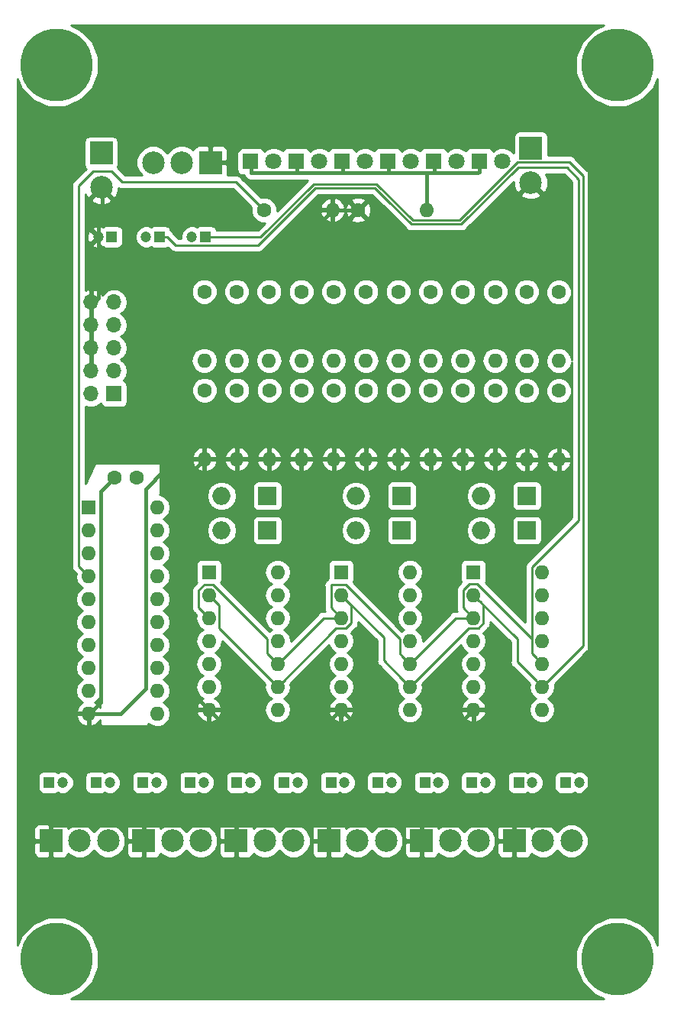
<source format=gbr>
G04 #@! TF.GenerationSoftware,KiCad,Pcbnew,5.0.2+dfsg1-1*
G04 #@! TF.CreationDate,2021-07-11T17:20:40+03:00*
G04 #@! TF.ProjectId,audio-switch,61756469-6f2d-4737-9769-7463682e6b69,V1.0*
G04 #@! TF.SameCoordinates,Original*
G04 #@! TF.FileFunction,Copper,L2,Bot*
G04 #@! TF.FilePolarity,Positive*
%FSLAX46Y46*%
G04 Gerber Fmt 4.6, Leading zero omitted, Abs format (unit mm)*
G04 Created by KiCad (PCBNEW 5.0.2+dfsg1-1) date Sun 11 Jul 2021 05:20:40 PM EEST*
%MOMM*%
%LPD*%
G01*
G04 APERTURE LIST*
G04 #@! TA.AperFunction,ComponentPad*
%ADD10C,8.000000*%
G04 #@! TD*
G04 #@! TA.AperFunction,ComponentPad*
%ADD11C,0.900000*%
G04 #@! TD*
G04 #@! TA.AperFunction,ComponentPad*
%ADD12R,2.000000X2.000000*%
G04 #@! TD*
G04 #@! TA.AperFunction,ComponentPad*
%ADD13O,2.000000X2.000000*%
G04 #@! TD*
G04 #@! TA.AperFunction,ComponentPad*
%ADD14R,1.200000X1.200000*%
G04 #@! TD*
G04 #@! TA.AperFunction,ComponentPad*
%ADD15C,1.200000*%
G04 #@! TD*
G04 #@! TA.AperFunction,ComponentPad*
%ADD16C,1.600000*%
G04 #@! TD*
G04 #@! TA.AperFunction,ComponentPad*
%ADD17R,1.800000X1.800000*%
G04 #@! TD*
G04 #@! TA.AperFunction,ComponentPad*
%ADD18C,1.800000*%
G04 #@! TD*
G04 #@! TA.AperFunction,ComponentPad*
%ADD19R,2.499360X2.499360*%
G04 #@! TD*
G04 #@! TA.AperFunction,ComponentPad*
%ADD20C,2.499360*%
G04 #@! TD*
G04 #@! TA.AperFunction,ComponentPad*
%ADD21O,1.600000X1.600000*%
G04 #@! TD*
G04 #@! TA.AperFunction,ComponentPad*
%ADD22R,1.600000X1.600000*%
G04 #@! TD*
G04 #@! TA.AperFunction,ComponentPad*
%ADD23R,1.700000X1.700000*%
G04 #@! TD*
G04 #@! TA.AperFunction,ComponentPad*
%ADD24O,1.700000X1.700000*%
G04 #@! TD*
G04 #@! TA.AperFunction,Conductor*
%ADD25C,0.400000*%
G04 #@! TD*
G04 #@! TA.AperFunction,Conductor*
%ADD26C,0.254000*%
G04 #@! TD*
G04 #@! TA.AperFunction,Conductor*
%ADD27C,0.381000*%
G04 #@! TD*
G04 APERTURE END LIST*
D10*
G04 #@! TO.P,REF\002A\002A,1*
G04 #@! TO.N,N/C*
X167640000Y-148590000D03*
D11*
X170640000Y-148590000D03*
X169761320Y-150711320D03*
X167640000Y-151590000D03*
X165518680Y-150711320D03*
X164640000Y-148590000D03*
X165518680Y-146468680D03*
X167640000Y-145590000D03*
X169761320Y-146468680D03*
G04 #@! TD*
D10*
G04 #@! TO.P,REF\002A\002A,1*
G04 #@! TO.N,N/C*
X105410000Y-148590000D03*
D11*
X108410000Y-148590000D03*
X107531320Y-150711320D03*
X105410000Y-151590000D03*
X103288680Y-150711320D03*
X102410000Y-148590000D03*
X103288680Y-146468680D03*
X105410000Y-145590000D03*
X107531320Y-146468680D03*
G04 #@! TD*
D10*
G04 #@! TO.P,REF\002A\002A,1*
G04 #@! TO.N,N/C*
X105410000Y-49530000D03*
D11*
X108410000Y-49530000D03*
X107531320Y-51651320D03*
X105410000Y-52530000D03*
X103288680Y-51651320D03*
X102410000Y-49530000D03*
X103288680Y-47408680D03*
X105410000Y-46530000D03*
X107531320Y-47408680D03*
G04 #@! TD*
D12*
G04 #@! TO.P,D7,1*
G04 #@! TO.N,audio_1*
X128792160Y-97279665D03*
D13*
G04 #@! TO.P,D7,2*
G04 #@! TO.N,Net-(D7-Pad2)*
X123712160Y-97279665D03*
G04 #@! TD*
D14*
G04 #@! TO.P,C4,1*
G04 #@! TO.N,Net-(C4-Pad1)*
X109793181Y-129032000D03*
D15*
G04 #@! TO.P,C4,2*
G04 #@! TO.N,Net-(C4-Pad2)*
X111293181Y-129032000D03*
G04 #@! TD*
D16*
G04 #@! TO.P,C2,2*
G04 #@! TO.N,GND*
X111800000Y-95250000D03*
G04 #@! TO.P,C2,1*
G04 #@! TO.N,VCC*
X114300000Y-95250000D03*
G04 #@! TD*
D14*
G04 #@! TO.P,C1,1*
G04 #@! TO.N,VCC*
X111525208Y-68580000D03*
D15*
G04 #@! TO.P,C1,2*
G04 #@! TO.N,GND*
X110025208Y-68580000D03*
G04 #@! TD*
G04 #@! TO.P,C3,2*
G04 #@! TO.N,Net-(C3-Pad2)*
X106084500Y-129032000D03*
D14*
G04 #@! TO.P,C3,1*
G04 #@! TO.N,Net-(C3-Pad1)*
X104584500Y-129032000D03*
G04 #@! TD*
D15*
G04 #@! TO.P,C5,2*
G04 #@! TO.N,Net-(C5-Pad2)*
X116501862Y-129032000D03*
D14*
G04 #@! TO.P,C5,1*
G04 #@! TO.N,Net-(C5-Pad1)*
X115001862Y-129032000D03*
G04 #@! TD*
G04 #@! TO.P,C6,1*
G04 #@! TO.N,Net-(C6-Pad1)*
X120210543Y-129032000D03*
D15*
G04 #@! TO.P,C6,2*
G04 #@! TO.N,Net-(C6-Pad2)*
X121710543Y-129032000D03*
G04 #@! TD*
G04 #@! TO.P,C7,2*
G04 #@! TO.N,Net-(C7-Pad2)*
X126919224Y-129032000D03*
D14*
G04 #@! TO.P,C7,1*
G04 #@! TO.N,Net-(C7-Pad1)*
X125419224Y-129032000D03*
G04 #@! TD*
G04 #@! TO.P,C8,1*
G04 #@! TO.N,Net-(C8-Pad1)*
X130627905Y-129032000D03*
D15*
G04 #@! TO.P,C8,2*
G04 #@! TO.N,Net-(C8-Pad2)*
X132127905Y-129032000D03*
G04 #@! TD*
G04 #@! TO.P,C9,2*
G04 #@! TO.N,Net-(C9-Pad2)*
X137336586Y-129032000D03*
D14*
G04 #@! TO.P,C9,1*
G04 #@! TO.N,Net-(C9-Pad1)*
X135836586Y-129032000D03*
G04 #@! TD*
G04 #@! TO.P,C10,1*
G04 #@! TO.N,Net-(C10-Pad1)*
X141045267Y-129032000D03*
D15*
G04 #@! TO.P,C10,2*
G04 #@! TO.N,Net-(C10-Pad2)*
X142545267Y-129032000D03*
G04 #@! TD*
G04 #@! TO.P,C11,2*
G04 #@! TO.N,Net-(C11-Pad2)*
X147753948Y-129032000D03*
D14*
G04 #@! TO.P,C11,1*
G04 #@! TO.N,Net-(C11-Pad1)*
X146253948Y-129032000D03*
G04 #@! TD*
G04 #@! TO.P,C12,1*
G04 #@! TO.N,Net-(C12-Pad1)*
X151462629Y-129032000D03*
D15*
G04 #@! TO.P,C12,2*
G04 #@! TO.N,Net-(C12-Pad2)*
X152962629Y-129032000D03*
G04 #@! TD*
G04 #@! TO.P,C15,2*
G04 #@! TO.N,Net-(C15-Pad2)*
X120420000Y-68580000D03*
D14*
G04 #@! TO.P,C15,1*
G04 #@! TO.N,R*
X121920000Y-68580000D03*
G04 #@! TD*
G04 #@! TO.P,C16,1*
G04 #@! TO.N,L*
X116840000Y-68580000D03*
D15*
G04 #@! TO.P,C16,2*
G04 #@! TO.N,Net-(C16-Pad2)*
X115340000Y-68580000D03*
G04 #@! TD*
D17*
G04 #@! TO.P,D2,1*
G04 #@! TO.N,Net-(D1-Pad1)*
X132007864Y-60195460D03*
D18*
G04 #@! TO.P,D2,2*
G04 #@! TO.N,Net-(D2-Pad2)*
X134547864Y-60195460D03*
G04 #@! TD*
D17*
G04 #@! TO.P,D3,1*
G04 #@! TO.N,Net-(D1-Pad1)*
X137079228Y-60195460D03*
D18*
G04 #@! TO.P,D3,2*
G04 #@! TO.N,Net-(D3-Pad2)*
X139619228Y-60195460D03*
G04 #@! TD*
G04 #@! TO.P,D4,2*
G04 #@! TO.N,Net-(D4-Pad2)*
X144690592Y-60195460D03*
D17*
G04 #@! TO.P,D4,1*
G04 #@! TO.N,Net-(D1-Pad1)*
X142150592Y-60195460D03*
G04 #@! TD*
G04 #@! TO.P,D5,1*
G04 #@! TO.N,Net-(D1-Pad1)*
X147221956Y-60195460D03*
D18*
G04 #@! TO.P,D5,2*
G04 #@! TO.N,Net-(D5-Pad2)*
X149761956Y-60195460D03*
G04 #@! TD*
D13*
G04 #@! TO.P,D8,2*
G04 #@! TO.N,Net-(D7-Pad2)*
X123712160Y-101092000D03*
D12*
G04 #@! TO.P,D8,1*
G04 #@! TO.N,audio_0*
X128792160Y-101092000D03*
G04 #@! TD*
D19*
G04 #@! TO.P,J3,S*
G04 #@! TO.N,GND*
X104775000Y-135509000D03*
D20*
G04 #@! TO.P,J3,R*
G04 #@! TO.N,Net-(C3-Pad2)*
X107950000Y-135509000D03*
G04 #@! TO.P,J3,T*
G04 #@! TO.N,Net-(C4-Pad2)*
X111125000Y-135509000D03*
G04 #@! TD*
G04 #@! TO.P,J4,T*
G04 #@! TO.N,Net-(C6-Pad2)*
X121403000Y-135509000D03*
G04 #@! TO.P,J4,R*
G04 #@! TO.N,Net-(C5-Pad2)*
X118228000Y-135509000D03*
D19*
G04 #@! TO.P,J4,S*
G04 #@! TO.N,GND*
X115053000Y-135509000D03*
G04 #@! TD*
G04 #@! TO.P,J5,S*
G04 #@! TO.N,GND*
X125331000Y-135509000D03*
D20*
G04 #@! TO.P,J5,R*
G04 #@! TO.N,Net-(C7-Pad2)*
X128506000Y-135509000D03*
G04 #@! TO.P,J5,T*
G04 #@! TO.N,Net-(C8-Pad2)*
X131681000Y-135509000D03*
G04 #@! TD*
G04 #@! TO.P,J6,T*
G04 #@! TO.N,Net-(C10-Pad2)*
X141959000Y-135509000D03*
G04 #@! TO.P,J6,R*
G04 #@! TO.N,Net-(C9-Pad2)*
X138784000Y-135509000D03*
D19*
G04 #@! TO.P,J6,S*
G04 #@! TO.N,GND*
X135609000Y-135509000D03*
G04 #@! TD*
D20*
G04 #@! TO.P,J9,T*
G04 #@! TO.N,Net-(C16-Pad2)*
X116112894Y-60339796D03*
G04 #@! TO.P,J9,R*
G04 #@! TO.N,Net-(C15-Pad2)*
X119287894Y-60339796D03*
D19*
G04 #@! TO.P,J9,S*
G04 #@! TO.N,GND*
X122462894Y-60339796D03*
G04 #@! TD*
D21*
G04 #@! TO.P,R1,2*
G04 #@! TO.N,GND*
X136017000Y-65595500D03*
D16*
G04 #@! TO.P,R1,1*
G04 #@! TO.N,Net-(R1-Pad1)*
X128397000Y-65595500D03*
G04 #@! TD*
G04 #@! TO.P,R2,1*
G04 #@! TO.N,GND*
X138874500Y-65595500D03*
D21*
G04 #@! TO.P,R2,2*
G04 #@! TO.N,Net-(D1-Pad1)*
X146494500Y-65595500D03*
G04 #@! TD*
G04 #@! TO.P,R3,2*
G04 #@! TO.N,Net-(C3-Pad1)*
X121793000Y-82267983D03*
D16*
G04 #@! TO.P,R3,1*
G04 #@! TO.N,VCC*
X121793000Y-74647983D03*
G04 #@! TD*
G04 #@! TO.P,R4,1*
G04 #@! TO.N,Net-(C3-Pad1)*
X121818400Y-85569983D03*
D21*
G04 #@! TO.P,R4,2*
G04 #@! TO.N,GND*
X121818400Y-93189983D03*
G04 #@! TD*
G04 #@! TO.P,R5,2*
G04 #@! TO.N,Net-(C4-Pad1)*
X125377222Y-82267983D03*
D16*
G04 #@! TO.P,R5,1*
G04 #@! TO.N,VCC*
X125377222Y-74647983D03*
G04 #@! TD*
G04 #@! TO.P,R6,1*
G04 #@! TO.N,Net-(C4-Pad1)*
X125399800Y-85569983D03*
D21*
G04 #@! TO.P,R6,2*
G04 #@! TO.N,GND*
X125399800Y-93189983D03*
G04 #@! TD*
G04 #@! TO.P,R7,2*
G04 #@! TO.N,Net-(C5-Pad1)*
X128961444Y-82267983D03*
D16*
G04 #@! TO.P,R7,1*
G04 #@! TO.N,VCC*
X128961444Y-74647983D03*
G04 #@! TD*
G04 #@! TO.P,R8,1*
G04 #@! TO.N,Net-(C5-Pad1)*
X128981200Y-85569983D03*
D21*
G04 #@! TO.P,R8,2*
G04 #@! TO.N,GND*
X128981200Y-93189983D03*
G04 #@! TD*
D16*
G04 #@! TO.P,R9,1*
G04 #@! TO.N,VCC*
X132545666Y-74647983D03*
D21*
G04 #@! TO.P,R9,2*
G04 #@! TO.N,Net-(C6-Pad1)*
X132545666Y-82267983D03*
G04 #@! TD*
G04 #@! TO.P,R10,2*
G04 #@! TO.N,GND*
X132562600Y-93189983D03*
D16*
G04 #@! TO.P,R10,1*
G04 #@! TO.N,Net-(C6-Pad1)*
X132562600Y-85569983D03*
G04 #@! TD*
G04 #@! TO.P,R11,1*
G04 #@! TO.N,VCC*
X136129888Y-74647983D03*
D21*
G04 #@! TO.P,R11,2*
G04 #@! TO.N,Net-(C7-Pad1)*
X136129888Y-82267983D03*
G04 #@! TD*
D16*
G04 #@! TO.P,R12,1*
G04 #@! TO.N,Net-(C7-Pad1)*
X136144000Y-85569983D03*
D21*
G04 #@! TO.P,R12,2*
G04 #@! TO.N,GND*
X136144000Y-93189983D03*
G04 #@! TD*
D16*
G04 #@! TO.P,R13,1*
G04 #@! TO.N,VCC*
X139714110Y-74647983D03*
D21*
G04 #@! TO.P,R13,2*
G04 #@! TO.N,Net-(C8-Pad1)*
X139714110Y-82267983D03*
G04 #@! TD*
G04 #@! TO.P,R14,2*
G04 #@! TO.N,GND*
X139725400Y-93189983D03*
D16*
G04 #@! TO.P,R14,1*
G04 #@! TO.N,Net-(C8-Pad1)*
X139725400Y-85569983D03*
G04 #@! TD*
D21*
G04 #@! TO.P,R15,2*
G04 #@! TO.N,Net-(C9-Pad1)*
X143298332Y-82267983D03*
D16*
G04 #@! TO.P,R15,1*
G04 #@! TO.N,VCC*
X143298332Y-74647983D03*
G04 #@! TD*
G04 #@! TO.P,R16,1*
G04 #@! TO.N,Net-(C9-Pad1)*
X143306800Y-85569983D03*
D21*
G04 #@! TO.P,R16,2*
G04 #@! TO.N,GND*
X143306800Y-93189983D03*
G04 #@! TD*
G04 #@! TO.P,R17,2*
G04 #@! TO.N,Net-(C10-Pad1)*
X146882554Y-82267983D03*
D16*
G04 #@! TO.P,R17,1*
G04 #@! TO.N,VCC*
X146882554Y-74647983D03*
G04 #@! TD*
D21*
G04 #@! TO.P,R18,2*
G04 #@! TO.N,GND*
X146888200Y-93189983D03*
D16*
G04 #@! TO.P,R18,1*
G04 #@! TO.N,Net-(C10-Pad1)*
X146888200Y-85569983D03*
G04 #@! TD*
D21*
G04 #@! TO.P,R19,2*
G04 #@! TO.N,Net-(C11-Pad1)*
X150466776Y-82267983D03*
D16*
G04 #@! TO.P,R19,1*
G04 #@! TO.N,VCC*
X150466776Y-74647983D03*
G04 #@! TD*
D21*
G04 #@! TO.P,R20,2*
G04 #@! TO.N,GND*
X150469600Y-93189983D03*
D16*
G04 #@! TO.P,R20,1*
G04 #@! TO.N,Net-(C11-Pad1)*
X150469600Y-85569983D03*
G04 #@! TD*
G04 #@! TO.P,R21,1*
G04 #@! TO.N,VCC*
X154051000Y-74647983D03*
D21*
G04 #@! TO.P,R21,2*
G04 #@! TO.N,Net-(C12-Pad1)*
X154051000Y-82267983D03*
G04 #@! TD*
G04 #@! TO.P,R22,2*
G04 #@! TO.N,GND*
X154051000Y-93189983D03*
D16*
G04 #@! TO.P,R22,1*
G04 #@! TO.N,Net-(C12-Pad1)*
X154051000Y-85569983D03*
G04 #@! TD*
D22*
G04 #@! TO.P,U1,1*
G04 #@! TO.N,/reset*
X108966000Y-98552000D03*
D21*
G04 #@! TO.P,U1,11*
G04 #@! TO.N,Net-(SW1-Pad1)*
X116586000Y-121412000D03*
G04 #@! TO.P,U1,2*
G04 #@! TO.N,audio_0*
X108966000Y-101092000D03*
G04 #@! TO.P,U1,12*
G04 #@! TO.N,Net-(D6-Pad2)*
X116586000Y-118872000D03*
G04 #@! TO.P,U1,3*
G04 #@! TO.N,audio_1*
X108966000Y-103632000D03*
G04 #@! TO.P,U1,13*
G04 #@! TO.N,Net-(D5-Pad2)*
X116586000Y-116332000D03*
G04 #@! TO.P,U1,4*
G04 #@! TO.N,Net-(R1-Pad1)*
X108966000Y-106172000D03*
G04 #@! TO.P,U1,14*
G04 #@! TO.N,Net-(D3-Pad2)*
X116586000Y-113792000D03*
G04 #@! TO.P,U1,5*
G04 #@! TO.N,Net-(D4-Pad2)*
X108966000Y-108712000D03*
G04 #@! TO.P,U1,15*
G04 #@! TO.N,Net-(D2-Pad2)*
X116586000Y-111252000D03*
G04 #@! TO.P,U1,6*
G04 #@! TO.N,audio_2*
X108966000Y-111252000D03*
G04 #@! TO.P,U1,16*
G04 #@! TO.N,Net-(D1-Pad2)*
X116586000Y-108712000D03*
G04 #@! TO.P,U1,7*
G04 #@! TO.N,audio_3*
X108966000Y-113792000D03*
G04 #@! TO.P,U1,17*
G04 #@! TO.N,/mosi*
X116586000Y-106172000D03*
G04 #@! TO.P,U1,8*
G04 #@! TO.N,audio_4*
X108966000Y-116332000D03*
G04 #@! TO.P,U1,18*
G04 #@! TO.N,/miso*
X116586000Y-103632000D03*
G04 #@! TO.P,U1,9*
G04 #@! TO.N,audio_5*
X108966000Y-118872000D03*
G04 #@! TO.P,U1,19*
G04 #@! TO.N,/sck*
X116586000Y-101092000D03*
G04 #@! TO.P,U1,10*
G04 #@! TO.N,GND*
X108966000Y-121412000D03*
G04 #@! TO.P,U1,20*
G04 #@! TO.N,VCC*
X116586000Y-98552000D03*
G04 #@! TD*
D22*
G04 #@! TO.P,U2,1*
G04 #@! TO.N,Net-(C3-Pad1)*
X122301000Y-105727500D03*
D21*
G04 #@! TO.P,U2,8*
G04 #@! TO.N,Net-(C5-Pad1)*
X129921000Y-120967500D03*
G04 #@! TO.P,U2,2*
G04 #@! TO.N,R*
X122301000Y-108267500D03*
G04 #@! TO.P,U2,9*
X129921000Y-118427500D03*
G04 #@! TO.P,U2,3*
G04 #@! TO.N,L*
X122301000Y-110807500D03*
G04 #@! TO.P,U2,10*
X129921000Y-115887500D03*
G04 #@! TO.P,U2,4*
G04 #@! TO.N,Net-(C4-Pad1)*
X122301000Y-113347500D03*
G04 #@! TO.P,U2,11*
G04 #@! TO.N,Net-(C6-Pad1)*
X129921000Y-113347500D03*
G04 #@! TO.P,U2,5*
G04 #@! TO.N,audio_0*
X122301000Y-115887500D03*
G04 #@! TO.P,U2,12*
G04 #@! TO.N,audio_1*
X129921000Y-110807500D03*
G04 #@! TO.P,U2,6*
X122301000Y-118427500D03*
G04 #@! TO.P,U2,13*
G04 #@! TO.N,audio_0*
X129921000Y-108267500D03*
G04 #@! TO.P,U2,7*
G04 #@! TO.N,GND*
X122301000Y-120967500D03*
G04 #@! TO.P,U2,14*
G04 #@! TO.N,Net-(D7-Pad2)*
X129921000Y-105727500D03*
G04 #@! TD*
G04 #@! TO.P,U3,14*
G04 #@! TO.N,Net-(D10-Pad2)*
X144589500Y-105727500D03*
G04 #@! TO.P,U3,7*
G04 #@! TO.N,GND*
X136969500Y-120967500D03*
G04 #@! TO.P,U3,13*
G04 #@! TO.N,audio_2*
X144589500Y-108267500D03*
G04 #@! TO.P,U3,6*
G04 #@! TO.N,audio_3*
X136969500Y-118427500D03*
G04 #@! TO.P,U3,12*
X144589500Y-110807500D03*
G04 #@! TO.P,U3,5*
G04 #@! TO.N,audio_2*
X136969500Y-115887500D03*
G04 #@! TO.P,U3,11*
G04 #@! TO.N,Net-(C10-Pad1)*
X144589500Y-113347500D03*
G04 #@! TO.P,U3,4*
G04 #@! TO.N,Net-(C8-Pad1)*
X136969500Y-113347500D03*
G04 #@! TO.P,U3,10*
G04 #@! TO.N,L*
X144589500Y-115887500D03*
G04 #@! TO.P,U3,3*
X136969500Y-110807500D03*
G04 #@! TO.P,U3,9*
G04 #@! TO.N,R*
X144589500Y-118427500D03*
G04 #@! TO.P,U3,2*
X136969500Y-108267500D03*
G04 #@! TO.P,U3,8*
G04 #@! TO.N,Net-(C9-Pad1)*
X144589500Y-120967500D03*
D22*
G04 #@! TO.P,U3,1*
G04 #@! TO.N,Net-(C7-Pad1)*
X136969500Y-105727500D03*
G04 #@! TD*
G04 #@! TO.P,U4,1*
G04 #@! TO.N,Net-(C11-Pad1)*
X151638000Y-105727500D03*
D21*
G04 #@! TO.P,U4,8*
G04 #@! TO.N,Net-(C13-Pad1)*
X159258000Y-120967500D03*
G04 #@! TO.P,U4,2*
G04 #@! TO.N,R*
X151638000Y-108267500D03*
G04 #@! TO.P,U4,9*
X159258000Y-118427500D03*
G04 #@! TO.P,U4,3*
G04 #@! TO.N,L*
X151638000Y-110807500D03*
G04 #@! TO.P,U4,10*
X159258000Y-115887500D03*
G04 #@! TO.P,U4,4*
G04 #@! TO.N,Net-(C12-Pad1)*
X151638000Y-113347500D03*
G04 #@! TO.P,U4,11*
G04 #@! TO.N,Net-(C14-Pad1)*
X159258000Y-113347500D03*
G04 #@! TO.P,U4,5*
G04 #@! TO.N,audio_4*
X151638000Y-115887500D03*
G04 #@! TO.P,U4,12*
G04 #@! TO.N,audio_5*
X159258000Y-110807500D03*
G04 #@! TO.P,U4,6*
X151638000Y-118427500D03*
G04 #@! TO.P,U4,13*
G04 #@! TO.N,audio_4*
X159258000Y-108267500D03*
G04 #@! TO.P,U4,7*
G04 #@! TO.N,GND*
X151638000Y-120967500D03*
G04 #@! TO.P,U4,14*
G04 #@! TO.N,Net-(D11-Pad2)*
X159258000Y-105727500D03*
G04 #@! TD*
D19*
G04 #@! TO.P,SW1,1*
G04 #@! TO.N,Net-(SW1-Pad1)*
X158008320Y-58750200D03*
D20*
G04 #@! TO.P,SW1,2*
G04 #@! TO.N,GND*
X158008320Y-62560200D03*
G04 #@! TD*
D11*
G04 #@! TO.P,REF\002A\002A,1*
G04 #@! TO.N,N/C*
X169761320Y-47408680D03*
X167640000Y-46530000D03*
X165518680Y-47408680D03*
X164640000Y-49530000D03*
X165518680Y-51651320D03*
X167640000Y-52530000D03*
X169761320Y-51651320D03*
X170640000Y-49530000D03*
D10*
X167640000Y-49530000D03*
G04 #@! TD*
D14*
G04 #@! TO.P,C13,1*
G04 #@! TO.N,Net-(C13-Pad1)*
X156671310Y-129032000D03*
D15*
G04 #@! TO.P,C13,2*
G04 #@! TO.N,Net-(C13-Pad2)*
X158171310Y-129032000D03*
G04 #@! TD*
G04 #@! TO.P,C14,2*
G04 #@! TO.N,Net-(C14-Pad2)*
X163380000Y-129032000D03*
D14*
G04 #@! TO.P,C14,1*
G04 #@! TO.N,Net-(C14-Pad1)*
X161880000Y-129032000D03*
G04 #@! TD*
D12*
G04 #@! TO.P,D9,1*
G04 #@! TO.N,audio_3*
X143686119Y-97279665D03*
D13*
G04 #@! TO.P,D9,2*
G04 #@! TO.N,Net-(D10-Pad2)*
X138606119Y-97279665D03*
G04 #@! TD*
G04 #@! TO.P,D10,2*
G04 #@! TO.N,Net-(D10-Pad2)*
X138606119Y-101092000D03*
D12*
G04 #@! TO.P,D10,1*
G04 #@! TO.N,audio_2*
X143686119Y-101092000D03*
G04 #@! TD*
D17*
G04 #@! TO.P,D1,1*
G04 #@! TO.N,Net-(D1-Pad1)*
X126936500Y-60195460D03*
D18*
G04 #@! TO.P,D1,2*
G04 #@! TO.N,Net-(D1-Pad2)*
X129476500Y-60195460D03*
G04 #@! TD*
D13*
G04 #@! TO.P,D11,2*
G04 #@! TO.N,Net-(D11-Pad2)*
X152501600Y-97279665D03*
D12*
G04 #@! TO.P,D11,1*
G04 #@! TO.N,audio_5*
X157581600Y-97279665D03*
G04 #@! TD*
G04 #@! TO.P,D12,1*
G04 #@! TO.N,audio_4*
X157581600Y-101092000D03*
D13*
G04 #@! TO.P,D12,2*
G04 #@! TO.N,Net-(D11-Pad2)*
X152501600Y-101092000D03*
G04 #@! TD*
D19*
G04 #@! TO.P,J7,S*
G04 #@! TO.N,GND*
X145887000Y-135509000D03*
D20*
G04 #@! TO.P,J7,R*
G04 #@! TO.N,Net-(C11-Pad2)*
X149062000Y-135509000D03*
G04 #@! TO.P,J7,T*
G04 #@! TO.N,Net-(C12-Pad2)*
X152237000Y-135509000D03*
G04 #@! TD*
D17*
G04 #@! TO.P,D6,1*
G04 #@! TO.N,Net-(D1-Pad1)*
X152293320Y-60195460D03*
D18*
G04 #@! TO.P,D6,2*
G04 #@! TO.N,Net-(D6-Pad2)*
X154833320Y-60195460D03*
G04 #@! TD*
D21*
G04 #@! TO.P,R23,2*
G04 #@! TO.N,Net-(C13-Pad1)*
X157556200Y-82267983D03*
D16*
G04 #@! TO.P,R23,1*
G04 #@! TO.N,VCC*
X157556200Y-74647983D03*
G04 #@! TD*
G04 #@! TO.P,R24,1*
G04 #@! TO.N,Net-(C13-Pad1)*
X157556200Y-85623400D03*
D21*
G04 #@! TO.P,R24,2*
G04 #@! TO.N,GND*
X157556200Y-93243400D03*
G04 #@! TD*
D16*
G04 #@! TO.P,R25,1*
G04 #@! TO.N,VCC*
X161112200Y-74701400D03*
D21*
G04 #@! TO.P,R25,2*
G04 #@! TO.N,Net-(C14-Pad1)*
X161112200Y-82321400D03*
G04 #@! TD*
G04 #@! TO.P,R26,2*
G04 #@! TO.N,GND*
X161112200Y-93243400D03*
D16*
G04 #@! TO.P,R26,1*
G04 #@! TO.N,Net-(C14-Pad1)*
X161112200Y-85623400D03*
G04 #@! TD*
D23*
G04 #@! TO.P,J2,1*
G04 #@! TO.N,/mosi*
X111760000Y-85979000D03*
D24*
G04 #@! TO.P,J2,2*
G04 #@! TO.N,VCC*
X109220000Y-85979000D03*
G04 #@! TO.P,J2,3*
G04 #@! TO.N,Net-(J2-Pad3)*
X111760000Y-83439000D03*
G04 #@! TO.P,J2,4*
G04 #@! TO.N,GND*
X109220000Y-83439000D03*
G04 #@! TO.P,J2,5*
G04 #@! TO.N,/reset*
X111760000Y-80899000D03*
G04 #@! TO.P,J2,6*
G04 #@! TO.N,GND*
X109220000Y-80899000D03*
G04 #@! TO.P,J2,7*
G04 #@! TO.N,/sck*
X111760000Y-78359000D03*
G04 #@! TO.P,J2,8*
G04 #@! TO.N,GND*
X109220000Y-78359000D03*
G04 #@! TO.P,J2,9*
G04 #@! TO.N,/miso*
X111760000Y-75819000D03*
G04 #@! TO.P,J2,10*
G04 #@! TO.N,GND*
X109220000Y-75819000D03*
G04 #@! TD*
D19*
G04 #@! TO.P,J1,1*
G04 #@! TO.N,VCC*
X110363000Y-59309000D03*
D20*
G04 #@! TO.P,J1,2*
G04 #@! TO.N,GND*
X110363000Y-63119000D03*
G04 #@! TD*
D19*
G04 #@! TO.P,J8,S*
G04 #@! TO.N,GND*
X156165000Y-135509000D03*
D20*
G04 #@! TO.P,J8,R*
G04 #@! TO.N,Net-(C13-Pad2)*
X159340000Y-135509000D03*
G04 #@! TO.P,J8,T*
G04 #@! TO.N,Net-(C14-Pad2)*
X162515000Y-135509000D03*
G04 #@! TD*
D25*
G04 #@! TO.N,GND*
X110490000Y-65974958D02*
X110025208Y-66439750D01*
X110025208Y-67731472D02*
X110025208Y-68580000D01*
X110025208Y-66439750D02*
X110025208Y-67731472D01*
X110490000Y-63500000D02*
X110490000Y-65974958D01*
X110025208Y-75394792D02*
X109220000Y-76200000D01*
X110025208Y-68580000D02*
X110025208Y-75394792D01*
X109220000Y-76200000D02*
X109220000Y-83820000D01*
X109765999Y-120612001D02*
X108966000Y-121412000D01*
X110266001Y-96783999D02*
X110266001Y-120111999D01*
X110266001Y-120111999D02*
X109765999Y-120612001D01*
X111800000Y-95250000D02*
X110266001Y-96783999D01*
X117373400Y-76776720D02*
X117373400Y-87350600D01*
X110025208Y-69428528D02*
X117373400Y-76776720D01*
X110025208Y-68580000D02*
X110025208Y-69428528D01*
X118948200Y-117614700D02*
X122301000Y-120967500D01*
X118948200Y-115506500D02*
X118948200Y-96936584D01*
X136169501Y-121767499D02*
X136969500Y-120967500D01*
X134937500Y-122999500D02*
X136169501Y-121767499D01*
X124333000Y-122999500D02*
X134937500Y-122999500D01*
X122301000Y-120967500D02*
X124333000Y-122999500D01*
X150838001Y-121767499D02*
X151638000Y-120967500D01*
X149860000Y-122745500D02*
X150838001Y-121767499D01*
X138747500Y-122745500D02*
X149860000Y-122745500D01*
X136969500Y-120967500D02*
X138747500Y-122745500D01*
X117373400Y-76776720D02*
X117373400Y-74777600D01*
X117373400Y-74777600D02*
X119888000Y-72263000D01*
X129349500Y-72263000D02*
X136017000Y-65595500D01*
X119888000Y-72263000D02*
X129349500Y-72263000D01*
X136017000Y-65595500D02*
X138874500Y-65595500D01*
X138874500Y-65595500D02*
X142621000Y-69342000D01*
X151226520Y-69342000D02*
X158008320Y-62560200D01*
X142621000Y-69342000D02*
X151226520Y-69342000D01*
X118948200Y-96060183D02*
X121818400Y-93189983D01*
X118948200Y-96936584D02*
X118948200Y-96060183D01*
X161058783Y-93189983D02*
X161112200Y-93243400D01*
X121818400Y-93189983D02*
X161058783Y-93189983D01*
X118948200Y-95986600D02*
X117373400Y-94411800D01*
X118948200Y-96060183D02*
X118948200Y-95986600D01*
X117373400Y-94411800D02*
X117373400Y-87350600D01*
X115285999Y-96499201D02*
X117373400Y-94411800D01*
X115285999Y-118597201D02*
X115285999Y-96499201D01*
X108966000Y-121412000D02*
X112471200Y-121412000D01*
X112471200Y-121412000D02*
X115285999Y-118597201D01*
X124112574Y-60339796D02*
X122462894Y-60339796D01*
X125956170Y-58496200D02*
X124112574Y-60339796D01*
X126512051Y-57940319D02*
X125956170Y-58496200D01*
X156265001Y-133759319D02*
X156165000Y-133859320D01*
X125956170Y-58496200D02*
X128544051Y-55908319D01*
X156165000Y-133859320D02*
X156165000Y-135509000D01*
X128544051Y-55908319D02*
X159678321Y-55908319D01*
X164482210Y-60712208D02*
X164482210Y-129557792D01*
X159678321Y-55908319D02*
X164482210Y-60712208D01*
X164482210Y-129557792D02*
X160280683Y-133759319D01*
X160280683Y-133759319D02*
X156265001Y-133759319D01*
X145887000Y-133859320D02*
X145887000Y-135509000D01*
X145987001Y-133759319D02*
X145887000Y-133859320D01*
X156265001Y-133759319D02*
X145987001Y-133759319D01*
X135609000Y-133859320D02*
X135609000Y-135509000D01*
X135709001Y-133759319D02*
X135609000Y-133859320D01*
X145987001Y-133759319D02*
X135709001Y-133759319D01*
X125331000Y-133859320D02*
X125331000Y-135509000D01*
X125230999Y-133759319D02*
X125331000Y-133859320D01*
X135709001Y-133759319D02*
X125230999Y-133759319D01*
X115053000Y-133859320D02*
X115053000Y-135509000D01*
X115153001Y-133759319D02*
X115053000Y-133859320D01*
X104775000Y-133859320D02*
X104775000Y-135509000D01*
X104875001Y-133759319D02*
X104775000Y-133859320D01*
X115153001Y-133759319D02*
X104875001Y-133759319D01*
X118948200Y-115506500D02*
X118948200Y-117614700D01*
X118948200Y-133738999D02*
X118968520Y-133759319D01*
X118948200Y-117614700D02*
X118948200Y-133738999D01*
X125230999Y-133759319D02*
X118968520Y-133759319D01*
X118968520Y-133759319D02*
X115153001Y-133759319D01*
D26*
G04 #@! TO.N,R*
X123428001Y-111934501D02*
X129121001Y-117627501D01*
X123428001Y-109394501D02*
X123428001Y-111934501D01*
X129121001Y-117627501D02*
X129921000Y-118427500D01*
X122301000Y-108267500D02*
X123428001Y-109394501D01*
X137769499Y-109067499D02*
X136969500Y-108267500D01*
X138096501Y-109394501D02*
X137769499Y-109067499D01*
X138096501Y-111348461D02*
X138096501Y-109394501D01*
X137510461Y-111934501D02*
X138096501Y-111348461D01*
X136413999Y-111934501D02*
X137510461Y-111934501D01*
X129921000Y-118427500D02*
X136413999Y-111934501D01*
X143789501Y-117627501D02*
X144589500Y-118427500D01*
X141690000Y-115528000D02*
X143789501Y-117627501D01*
X141690000Y-112988000D02*
X141690000Y-115528000D01*
X136969500Y-108267500D02*
X141690000Y-112988000D01*
X152437999Y-109067499D02*
X151638000Y-108267500D01*
X152765001Y-109394501D02*
X152437999Y-109067499D01*
X151082499Y-111934501D02*
X152178961Y-111934501D01*
X152765001Y-111348461D02*
X152765001Y-109394501D01*
X152178961Y-111934501D02*
X152765001Y-111348461D01*
X144589500Y-118427500D02*
X151082499Y-111934501D01*
X156500000Y-115669500D02*
X158458001Y-117627501D01*
X158458001Y-117627501D02*
X159258000Y-118427500D01*
X156500000Y-113129500D02*
X156500000Y-115669500D01*
X151638000Y-108267500D02*
X156500000Y-113129500D01*
X122774000Y-68580000D02*
X121920000Y-68580000D01*
X128040000Y-68580000D02*
X126530000Y-68580000D01*
X140910000Y-62710000D02*
X133910000Y-62710000D01*
X144922501Y-66722501D02*
X140910000Y-62710000D01*
X133910000Y-62710000D02*
X128040000Y-68580000D01*
X156517861Y-60326881D02*
X150122241Y-66722501D01*
X126530000Y-68580000D02*
X122774000Y-68580000D01*
X163775810Y-113909690D02*
X163775809Y-61798907D01*
X127080462Y-68580000D02*
X126530000Y-68580000D01*
X163775809Y-61798907D02*
X162303783Y-60326881D01*
X150122241Y-66722501D02*
X144922501Y-66722501D01*
X162303783Y-60326881D02*
X156517861Y-60326881D01*
X159258000Y-118427500D02*
X163775810Y-113909690D01*
G04 #@! TO.N,L*
X121173999Y-107726539D02*
X121820538Y-107080000D01*
X122301000Y-110807500D02*
X121173999Y-109680499D01*
X121173999Y-109680499D02*
X121173999Y-107726539D01*
X129121001Y-115087501D02*
X129921000Y-115887500D01*
X128793999Y-114760499D02*
X129121001Y-115087501D01*
X128793999Y-113092537D02*
X128793999Y-114760499D01*
X122781462Y-107080000D02*
X128793999Y-113092537D01*
X121820538Y-107080000D02*
X122781462Y-107080000D01*
X135001000Y-110807500D02*
X136969500Y-110807500D01*
X129921000Y-115887500D02*
X135001000Y-110807500D01*
X143789501Y-115087501D02*
X144589500Y-115887500D01*
X143462499Y-114760499D02*
X143789501Y-115087501D01*
X143462499Y-113092537D02*
X143462499Y-114760499D01*
X137510461Y-107140499D02*
X143462499Y-113092537D01*
X135879501Y-107140499D02*
X137510461Y-107140499D01*
X135842499Y-107177501D02*
X135879501Y-107140499D01*
X135842499Y-109680499D02*
X135842499Y-107177501D01*
X136969500Y-110807500D02*
X135842499Y-109680499D01*
X149669500Y-110807500D02*
X151638000Y-110807500D01*
X144589500Y-115887500D02*
X149669500Y-110807500D01*
X150510999Y-107726539D02*
X151197538Y-107040000D01*
X151638000Y-110807500D02*
X150510999Y-109680499D01*
X150510999Y-109680499D02*
X150510999Y-107726539D01*
X158458001Y-115087501D02*
X159258000Y-115887500D01*
X158130999Y-114760499D02*
X158458001Y-115087501D01*
X158130999Y-113092537D02*
X158130999Y-114760499D01*
X152078462Y-107040000D02*
X158130999Y-113092537D01*
X151197538Y-107040000D02*
X152078462Y-107040000D01*
X159258000Y-115887500D02*
X158130999Y-114760499D01*
X117694000Y-68580000D02*
X116840000Y-68580000D01*
X118621001Y-69507001D02*
X117694000Y-68580000D01*
X127755065Y-69507001D02*
X124380000Y-69507001D01*
X134098056Y-63164010D02*
X127755065Y-69507001D01*
X142090000Y-64540000D02*
X140714010Y-63164010D01*
X142097933Y-64540000D02*
X142090000Y-64540000D01*
X150310298Y-67176511D02*
X144734444Y-67176511D01*
X156603289Y-60883519D02*
X150310298Y-67176511D01*
X140714010Y-63164010D02*
X134098056Y-63164010D01*
X124380000Y-69507001D02*
X118621001Y-69507001D01*
X162003519Y-60883519D02*
X156603289Y-60883519D01*
X158130999Y-114760499D02*
X158130999Y-105186539D01*
X144734444Y-67176511D02*
X142097933Y-64540000D01*
X158130999Y-105186539D02*
X163310000Y-100007538D01*
X163310000Y-100007538D02*
X163310000Y-62190000D01*
X126795527Y-69507001D02*
X124380000Y-69507001D01*
X163310000Y-62190000D02*
X162003519Y-60883519D01*
G04 #@! TO.N,Net-(R1-Pad1)*
X125310900Y-62509400D02*
X128397000Y-65595500D01*
X107838999Y-105044999D02*
X107838999Y-62928950D01*
X112674400Y-62509400D02*
X125310900Y-62509400D01*
X109445010Y-61322939D02*
X111487939Y-61322939D01*
X107838999Y-62928950D02*
X109445010Y-61322939D01*
X108966000Y-106172000D02*
X107838999Y-105044999D01*
X111487939Y-61322939D02*
X112674400Y-62509400D01*
D27*
G04 #@! TO.N,Net-(D1-Pad1)*
X132070499Y-61488501D02*
X132080000Y-61479000D01*
X127000000Y-61479000D02*
X127009501Y-61488501D01*
X127000000Y-60198000D02*
X127000000Y-61479000D01*
X137150499Y-61488501D02*
X137160000Y-61479000D01*
X132080000Y-61479000D02*
X132089501Y-61488501D01*
X132089501Y-61488501D02*
X137150499Y-61488501D01*
X132080000Y-60198000D02*
X132080000Y-61479000D01*
X142230499Y-61488501D02*
X142240000Y-61479000D01*
X137169501Y-61488501D02*
X142230499Y-61488501D01*
X137160000Y-61479000D02*
X137169501Y-61488501D01*
X137160000Y-60198000D02*
X137160000Y-61479000D01*
X147320000Y-61479000D02*
X147320000Y-60198000D01*
X147310499Y-61488501D02*
X147320000Y-61479000D01*
X142240000Y-61479000D02*
X142249501Y-61488501D01*
X142240000Y-60198000D02*
X142240000Y-61479000D01*
X127009501Y-61488501D02*
X129438400Y-61488501D01*
X129438400Y-61488501D02*
X132070499Y-61488501D01*
X152293320Y-61345460D02*
X152293320Y-60195460D01*
X147310499Y-61488501D02*
X152150279Y-61488501D01*
X152150279Y-61488501D02*
X152293320Y-61345460D01*
X142249501Y-61488501D02*
X146494500Y-61488501D01*
X146494500Y-61488501D02*
X147310499Y-61488501D01*
X146494500Y-65595500D02*
X146494500Y-61488501D01*
G04 #@! TD*
D26*
G04 #@! TO.N,GND*
G36*
X165014483Y-45600637D02*
X163710637Y-46904483D01*
X163005000Y-48608041D01*
X163005000Y-50451959D01*
X163710637Y-52155517D01*
X165014483Y-53459363D01*
X166718041Y-54165000D01*
X168561959Y-54165000D01*
X170265517Y-53459363D01*
X171569363Y-52155517D01*
X172010000Y-51091725D01*
X172010001Y-147028277D01*
X171569363Y-145964483D01*
X170265517Y-144660637D01*
X168561959Y-143955000D01*
X166718041Y-143955000D01*
X165014483Y-144660637D01*
X163710637Y-145964483D01*
X163005000Y-147668041D01*
X163005000Y-149511959D01*
X163710637Y-151215517D01*
X165014483Y-152519363D01*
X166078275Y-152960000D01*
X106971725Y-152960000D01*
X108035517Y-152519363D01*
X109339363Y-151215517D01*
X110045000Y-149511959D01*
X110045000Y-147668041D01*
X109339363Y-145964483D01*
X108035517Y-144660637D01*
X106331959Y-143955000D01*
X104488041Y-143955000D01*
X102784483Y-144660637D01*
X101480637Y-145964483D01*
X101040000Y-147028275D01*
X101040000Y-135794750D01*
X102890320Y-135794750D01*
X102890320Y-136884990D01*
X102986993Y-137118379D01*
X103165622Y-137297007D01*
X103399011Y-137393680D01*
X104489250Y-137393680D01*
X104648000Y-137234930D01*
X104648000Y-135636000D01*
X103049070Y-135636000D01*
X102890320Y-135794750D01*
X101040000Y-135794750D01*
X101040000Y-134133010D01*
X102890320Y-134133010D01*
X102890320Y-135223250D01*
X103049070Y-135382000D01*
X104648000Y-135382000D01*
X104648000Y-133783070D01*
X104902000Y-133783070D01*
X104902000Y-135382000D01*
X104922000Y-135382000D01*
X104922000Y-135636000D01*
X104902000Y-135636000D01*
X104902000Y-137234930D01*
X105060750Y-137393680D01*
X106150989Y-137393680D01*
X106384378Y-137297007D01*
X106563007Y-137118379D01*
X106659680Y-136884990D01*
X106659680Y-136884020D01*
X106882415Y-137106755D01*
X107575114Y-137393680D01*
X108324886Y-137393680D01*
X109017585Y-137106755D01*
X109537500Y-136586840D01*
X110057415Y-137106755D01*
X110750114Y-137393680D01*
X111499886Y-137393680D01*
X112192585Y-137106755D01*
X112722755Y-136576585D01*
X113009680Y-135883886D01*
X113009680Y-135794750D01*
X113168320Y-135794750D01*
X113168320Y-136884990D01*
X113264993Y-137118379D01*
X113443622Y-137297007D01*
X113677011Y-137393680D01*
X114767250Y-137393680D01*
X114926000Y-137234930D01*
X114926000Y-135636000D01*
X113327070Y-135636000D01*
X113168320Y-135794750D01*
X113009680Y-135794750D01*
X113009680Y-135134114D01*
X112722755Y-134441415D01*
X112414350Y-134133010D01*
X113168320Y-134133010D01*
X113168320Y-135223250D01*
X113327070Y-135382000D01*
X114926000Y-135382000D01*
X114926000Y-133783070D01*
X115180000Y-133783070D01*
X115180000Y-135382000D01*
X115200000Y-135382000D01*
X115200000Y-135636000D01*
X115180000Y-135636000D01*
X115180000Y-137234930D01*
X115338750Y-137393680D01*
X116428989Y-137393680D01*
X116662378Y-137297007D01*
X116841007Y-137118379D01*
X116937680Y-136884990D01*
X116937680Y-136884020D01*
X117160415Y-137106755D01*
X117853114Y-137393680D01*
X118602886Y-137393680D01*
X119295585Y-137106755D01*
X119815500Y-136586840D01*
X120335415Y-137106755D01*
X121028114Y-137393680D01*
X121777886Y-137393680D01*
X122470585Y-137106755D01*
X123000755Y-136576585D01*
X123287680Y-135883886D01*
X123287680Y-135794750D01*
X123446320Y-135794750D01*
X123446320Y-136884990D01*
X123542993Y-137118379D01*
X123721622Y-137297007D01*
X123955011Y-137393680D01*
X125045250Y-137393680D01*
X125204000Y-137234930D01*
X125204000Y-135636000D01*
X123605070Y-135636000D01*
X123446320Y-135794750D01*
X123287680Y-135794750D01*
X123287680Y-135134114D01*
X123000755Y-134441415D01*
X122692350Y-134133010D01*
X123446320Y-134133010D01*
X123446320Y-135223250D01*
X123605070Y-135382000D01*
X125204000Y-135382000D01*
X125204000Y-133783070D01*
X125458000Y-133783070D01*
X125458000Y-135382000D01*
X125478000Y-135382000D01*
X125478000Y-135636000D01*
X125458000Y-135636000D01*
X125458000Y-137234930D01*
X125616750Y-137393680D01*
X126706989Y-137393680D01*
X126940378Y-137297007D01*
X127119007Y-137118379D01*
X127215680Y-136884990D01*
X127215680Y-136884020D01*
X127438415Y-137106755D01*
X128131114Y-137393680D01*
X128880886Y-137393680D01*
X129573585Y-137106755D01*
X130093500Y-136586840D01*
X130613415Y-137106755D01*
X131306114Y-137393680D01*
X132055886Y-137393680D01*
X132748585Y-137106755D01*
X133278755Y-136576585D01*
X133565680Y-135883886D01*
X133565680Y-135794750D01*
X133724320Y-135794750D01*
X133724320Y-136884990D01*
X133820993Y-137118379D01*
X133999622Y-137297007D01*
X134233011Y-137393680D01*
X135323250Y-137393680D01*
X135482000Y-137234930D01*
X135482000Y-135636000D01*
X133883070Y-135636000D01*
X133724320Y-135794750D01*
X133565680Y-135794750D01*
X133565680Y-135134114D01*
X133278755Y-134441415D01*
X132970350Y-134133010D01*
X133724320Y-134133010D01*
X133724320Y-135223250D01*
X133883070Y-135382000D01*
X135482000Y-135382000D01*
X135482000Y-133783070D01*
X135736000Y-133783070D01*
X135736000Y-135382000D01*
X135756000Y-135382000D01*
X135756000Y-135636000D01*
X135736000Y-135636000D01*
X135736000Y-137234930D01*
X135894750Y-137393680D01*
X136984989Y-137393680D01*
X137218378Y-137297007D01*
X137397007Y-137118379D01*
X137493680Y-136884990D01*
X137493680Y-136884020D01*
X137716415Y-137106755D01*
X138409114Y-137393680D01*
X139158886Y-137393680D01*
X139851585Y-137106755D01*
X140371500Y-136586840D01*
X140891415Y-137106755D01*
X141584114Y-137393680D01*
X142333886Y-137393680D01*
X143026585Y-137106755D01*
X143556755Y-136576585D01*
X143843680Y-135883886D01*
X143843680Y-135794750D01*
X144002320Y-135794750D01*
X144002320Y-136884990D01*
X144098993Y-137118379D01*
X144277622Y-137297007D01*
X144511011Y-137393680D01*
X145601250Y-137393680D01*
X145760000Y-137234930D01*
X145760000Y-135636000D01*
X144161070Y-135636000D01*
X144002320Y-135794750D01*
X143843680Y-135794750D01*
X143843680Y-135134114D01*
X143556755Y-134441415D01*
X143248350Y-134133010D01*
X144002320Y-134133010D01*
X144002320Y-135223250D01*
X144161070Y-135382000D01*
X145760000Y-135382000D01*
X145760000Y-133783070D01*
X146014000Y-133783070D01*
X146014000Y-135382000D01*
X146034000Y-135382000D01*
X146034000Y-135636000D01*
X146014000Y-135636000D01*
X146014000Y-137234930D01*
X146172750Y-137393680D01*
X147262989Y-137393680D01*
X147496378Y-137297007D01*
X147675007Y-137118379D01*
X147771680Y-136884990D01*
X147771680Y-136884020D01*
X147994415Y-137106755D01*
X148687114Y-137393680D01*
X149436886Y-137393680D01*
X150129585Y-137106755D01*
X150649500Y-136586840D01*
X151169415Y-137106755D01*
X151862114Y-137393680D01*
X152611886Y-137393680D01*
X153304585Y-137106755D01*
X153834755Y-136576585D01*
X154121680Y-135883886D01*
X154121680Y-135794750D01*
X154280320Y-135794750D01*
X154280320Y-136884990D01*
X154376993Y-137118379D01*
X154555622Y-137297007D01*
X154789011Y-137393680D01*
X155879250Y-137393680D01*
X156038000Y-137234930D01*
X156038000Y-135636000D01*
X154439070Y-135636000D01*
X154280320Y-135794750D01*
X154121680Y-135794750D01*
X154121680Y-135134114D01*
X153834755Y-134441415D01*
X153526350Y-134133010D01*
X154280320Y-134133010D01*
X154280320Y-135223250D01*
X154439070Y-135382000D01*
X156038000Y-135382000D01*
X156038000Y-133783070D01*
X156292000Y-133783070D01*
X156292000Y-135382000D01*
X156312000Y-135382000D01*
X156312000Y-135636000D01*
X156292000Y-135636000D01*
X156292000Y-137234930D01*
X156450750Y-137393680D01*
X157540989Y-137393680D01*
X157774378Y-137297007D01*
X157953007Y-137118379D01*
X158049680Y-136884990D01*
X158049680Y-136884020D01*
X158272415Y-137106755D01*
X158965114Y-137393680D01*
X159714886Y-137393680D01*
X160407585Y-137106755D01*
X160927500Y-136586840D01*
X161447415Y-137106755D01*
X162140114Y-137393680D01*
X162889886Y-137393680D01*
X163582585Y-137106755D01*
X164112755Y-136576585D01*
X164399680Y-135883886D01*
X164399680Y-135134114D01*
X164112755Y-134441415D01*
X163582585Y-133911245D01*
X162889886Y-133624320D01*
X162140114Y-133624320D01*
X161447415Y-133911245D01*
X160927500Y-134431160D01*
X160407585Y-133911245D01*
X159714886Y-133624320D01*
X158965114Y-133624320D01*
X158272415Y-133911245D01*
X158049680Y-134133980D01*
X158049680Y-134133010D01*
X157953007Y-133899621D01*
X157774378Y-133720993D01*
X157540989Y-133624320D01*
X156450750Y-133624320D01*
X156292000Y-133783070D01*
X156038000Y-133783070D01*
X155879250Y-133624320D01*
X154789011Y-133624320D01*
X154555622Y-133720993D01*
X154376993Y-133899621D01*
X154280320Y-134133010D01*
X153526350Y-134133010D01*
X153304585Y-133911245D01*
X152611886Y-133624320D01*
X151862114Y-133624320D01*
X151169415Y-133911245D01*
X150649500Y-134431160D01*
X150129585Y-133911245D01*
X149436886Y-133624320D01*
X148687114Y-133624320D01*
X147994415Y-133911245D01*
X147771680Y-134133980D01*
X147771680Y-134133010D01*
X147675007Y-133899621D01*
X147496378Y-133720993D01*
X147262989Y-133624320D01*
X146172750Y-133624320D01*
X146014000Y-133783070D01*
X145760000Y-133783070D01*
X145601250Y-133624320D01*
X144511011Y-133624320D01*
X144277622Y-133720993D01*
X144098993Y-133899621D01*
X144002320Y-134133010D01*
X143248350Y-134133010D01*
X143026585Y-133911245D01*
X142333886Y-133624320D01*
X141584114Y-133624320D01*
X140891415Y-133911245D01*
X140371500Y-134431160D01*
X139851585Y-133911245D01*
X139158886Y-133624320D01*
X138409114Y-133624320D01*
X137716415Y-133911245D01*
X137493680Y-134133980D01*
X137493680Y-134133010D01*
X137397007Y-133899621D01*
X137218378Y-133720993D01*
X136984989Y-133624320D01*
X135894750Y-133624320D01*
X135736000Y-133783070D01*
X135482000Y-133783070D01*
X135323250Y-133624320D01*
X134233011Y-133624320D01*
X133999622Y-133720993D01*
X133820993Y-133899621D01*
X133724320Y-134133010D01*
X132970350Y-134133010D01*
X132748585Y-133911245D01*
X132055886Y-133624320D01*
X131306114Y-133624320D01*
X130613415Y-133911245D01*
X130093500Y-134431160D01*
X129573585Y-133911245D01*
X128880886Y-133624320D01*
X128131114Y-133624320D01*
X127438415Y-133911245D01*
X127215680Y-134133980D01*
X127215680Y-134133010D01*
X127119007Y-133899621D01*
X126940378Y-133720993D01*
X126706989Y-133624320D01*
X125616750Y-133624320D01*
X125458000Y-133783070D01*
X125204000Y-133783070D01*
X125045250Y-133624320D01*
X123955011Y-133624320D01*
X123721622Y-133720993D01*
X123542993Y-133899621D01*
X123446320Y-134133010D01*
X122692350Y-134133010D01*
X122470585Y-133911245D01*
X121777886Y-133624320D01*
X121028114Y-133624320D01*
X120335415Y-133911245D01*
X119815500Y-134431160D01*
X119295585Y-133911245D01*
X118602886Y-133624320D01*
X117853114Y-133624320D01*
X117160415Y-133911245D01*
X116937680Y-134133980D01*
X116937680Y-134133010D01*
X116841007Y-133899621D01*
X116662378Y-133720993D01*
X116428989Y-133624320D01*
X115338750Y-133624320D01*
X115180000Y-133783070D01*
X114926000Y-133783070D01*
X114767250Y-133624320D01*
X113677011Y-133624320D01*
X113443622Y-133720993D01*
X113264993Y-133899621D01*
X113168320Y-134133010D01*
X112414350Y-134133010D01*
X112192585Y-133911245D01*
X111499886Y-133624320D01*
X110750114Y-133624320D01*
X110057415Y-133911245D01*
X109537500Y-134431160D01*
X109017585Y-133911245D01*
X108324886Y-133624320D01*
X107575114Y-133624320D01*
X106882415Y-133911245D01*
X106659680Y-134133980D01*
X106659680Y-134133010D01*
X106563007Y-133899621D01*
X106384378Y-133720993D01*
X106150989Y-133624320D01*
X105060750Y-133624320D01*
X104902000Y-133783070D01*
X104648000Y-133783070D01*
X104489250Y-133624320D01*
X103399011Y-133624320D01*
X103165622Y-133720993D01*
X102986993Y-133899621D01*
X102890320Y-134133010D01*
X101040000Y-134133010D01*
X101040000Y-128432000D01*
X103337060Y-128432000D01*
X103337060Y-129632000D01*
X103386343Y-129879765D01*
X103526691Y-130089809D01*
X103736735Y-130230157D01*
X103984500Y-130279440D01*
X105184500Y-130279440D01*
X105432265Y-130230157D01*
X105553817Y-130148938D01*
X105838843Y-130267000D01*
X106330157Y-130267000D01*
X106784071Y-130078982D01*
X107131482Y-129731571D01*
X107319500Y-129277657D01*
X107319500Y-128786343D01*
X107172726Y-128432000D01*
X108545741Y-128432000D01*
X108545741Y-129632000D01*
X108595024Y-129879765D01*
X108735372Y-130089809D01*
X108945416Y-130230157D01*
X109193181Y-130279440D01*
X110393181Y-130279440D01*
X110640946Y-130230157D01*
X110762498Y-130148938D01*
X111047524Y-130267000D01*
X111538838Y-130267000D01*
X111992752Y-130078982D01*
X112340163Y-129731571D01*
X112528181Y-129277657D01*
X112528181Y-128786343D01*
X112381407Y-128432000D01*
X113754422Y-128432000D01*
X113754422Y-129632000D01*
X113803705Y-129879765D01*
X113944053Y-130089809D01*
X114154097Y-130230157D01*
X114401862Y-130279440D01*
X115601862Y-130279440D01*
X115849627Y-130230157D01*
X115971179Y-130148938D01*
X116256205Y-130267000D01*
X116747519Y-130267000D01*
X117201433Y-130078982D01*
X117548844Y-129731571D01*
X117736862Y-129277657D01*
X117736862Y-128786343D01*
X117590088Y-128432000D01*
X118963103Y-128432000D01*
X118963103Y-129632000D01*
X119012386Y-129879765D01*
X119152734Y-130089809D01*
X119362778Y-130230157D01*
X119610543Y-130279440D01*
X120810543Y-130279440D01*
X121058308Y-130230157D01*
X121179860Y-130148938D01*
X121464886Y-130267000D01*
X121956200Y-130267000D01*
X122410114Y-130078982D01*
X122757525Y-129731571D01*
X122945543Y-129277657D01*
X122945543Y-128786343D01*
X122798769Y-128432000D01*
X124171784Y-128432000D01*
X124171784Y-129632000D01*
X124221067Y-129879765D01*
X124361415Y-130089809D01*
X124571459Y-130230157D01*
X124819224Y-130279440D01*
X126019224Y-130279440D01*
X126266989Y-130230157D01*
X126388541Y-130148938D01*
X126673567Y-130267000D01*
X127164881Y-130267000D01*
X127618795Y-130078982D01*
X127966206Y-129731571D01*
X128154224Y-129277657D01*
X128154224Y-128786343D01*
X128007450Y-128432000D01*
X129380465Y-128432000D01*
X129380465Y-129632000D01*
X129429748Y-129879765D01*
X129570096Y-130089809D01*
X129780140Y-130230157D01*
X130027905Y-130279440D01*
X131227905Y-130279440D01*
X131475670Y-130230157D01*
X131597222Y-130148938D01*
X131882248Y-130267000D01*
X132373562Y-130267000D01*
X132827476Y-130078982D01*
X133174887Y-129731571D01*
X133362905Y-129277657D01*
X133362905Y-128786343D01*
X133216131Y-128432000D01*
X134589146Y-128432000D01*
X134589146Y-129632000D01*
X134638429Y-129879765D01*
X134778777Y-130089809D01*
X134988821Y-130230157D01*
X135236586Y-130279440D01*
X136436586Y-130279440D01*
X136684351Y-130230157D01*
X136805903Y-130148938D01*
X137090929Y-130267000D01*
X137582243Y-130267000D01*
X138036157Y-130078982D01*
X138383568Y-129731571D01*
X138571586Y-129277657D01*
X138571586Y-128786343D01*
X138424812Y-128432000D01*
X139797827Y-128432000D01*
X139797827Y-129632000D01*
X139847110Y-129879765D01*
X139987458Y-130089809D01*
X140197502Y-130230157D01*
X140445267Y-130279440D01*
X141645267Y-130279440D01*
X141893032Y-130230157D01*
X142014584Y-130148938D01*
X142299610Y-130267000D01*
X142790924Y-130267000D01*
X143244838Y-130078982D01*
X143592249Y-129731571D01*
X143780267Y-129277657D01*
X143780267Y-128786343D01*
X143633493Y-128432000D01*
X145006508Y-128432000D01*
X145006508Y-129632000D01*
X145055791Y-129879765D01*
X145196139Y-130089809D01*
X145406183Y-130230157D01*
X145653948Y-130279440D01*
X146853948Y-130279440D01*
X147101713Y-130230157D01*
X147223265Y-130148938D01*
X147508291Y-130267000D01*
X147999605Y-130267000D01*
X148453519Y-130078982D01*
X148800930Y-129731571D01*
X148988948Y-129277657D01*
X148988948Y-128786343D01*
X148842174Y-128432000D01*
X150215189Y-128432000D01*
X150215189Y-129632000D01*
X150264472Y-129879765D01*
X150404820Y-130089809D01*
X150614864Y-130230157D01*
X150862629Y-130279440D01*
X152062629Y-130279440D01*
X152310394Y-130230157D01*
X152431946Y-130148938D01*
X152716972Y-130267000D01*
X153208286Y-130267000D01*
X153662200Y-130078982D01*
X154009611Y-129731571D01*
X154197629Y-129277657D01*
X154197629Y-128786343D01*
X154050855Y-128432000D01*
X155423870Y-128432000D01*
X155423870Y-129632000D01*
X155473153Y-129879765D01*
X155613501Y-130089809D01*
X155823545Y-130230157D01*
X156071310Y-130279440D01*
X157271310Y-130279440D01*
X157519075Y-130230157D01*
X157640627Y-130148938D01*
X157925653Y-130267000D01*
X158416967Y-130267000D01*
X158870881Y-130078982D01*
X159218292Y-129731571D01*
X159406310Y-129277657D01*
X159406310Y-128786343D01*
X159259536Y-128432000D01*
X160632560Y-128432000D01*
X160632560Y-129632000D01*
X160681843Y-129879765D01*
X160822191Y-130089809D01*
X161032235Y-130230157D01*
X161280000Y-130279440D01*
X162480000Y-130279440D01*
X162727765Y-130230157D01*
X162849317Y-130148938D01*
X163134343Y-130267000D01*
X163625657Y-130267000D01*
X164079571Y-130078982D01*
X164426982Y-129731571D01*
X164615000Y-129277657D01*
X164615000Y-128786343D01*
X164426982Y-128332429D01*
X164079571Y-127985018D01*
X163625657Y-127797000D01*
X163134343Y-127797000D01*
X162849317Y-127915062D01*
X162727765Y-127833843D01*
X162480000Y-127784560D01*
X161280000Y-127784560D01*
X161032235Y-127833843D01*
X160822191Y-127974191D01*
X160681843Y-128184235D01*
X160632560Y-128432000D01*
X159259536Y-128432000D01*
X159218292Y-128332429D01*
X158870881Y-127985018D01*
X158416967Y-127797000D01*
X157925653Y-127797000D01*
X157640627Y-127915062D01*
X157519075Y-127833843D01*
X157271310Y-127784560D01*
X156071310Y-127784560D01*
X155823545Y-127833843D01*
X155613501Y-127974191D01*
X155473153Y-128184235D01*
X155423870Y-128432000D01*
X154050855Y-128432000D01*
X154009611Y-128332429D01*
X153662200Y-127985018D01*
X153208286Y-127797000D01*
X152716972Y-127797000D01*
X152431946Y-127915062D01*
X152310394Y-127833843D01*
X152062629Y-127784560D01*
X150862629Y-127784560D01*
X150614864Y-127833843D01*
X150404820Y-127974191D01*
X150264472Y-128184235D01*
X150215189Y-128432000D01*
X148842174Y-128432000D01*
X148800930Y-128332429D01*
X148453519Y-127985018D01*
X147999605Y-127797000D01*
X147508291Y-127797000D01*
X147223265Y-127915062D01*
X147101713Y-127833843D01*
X146853948Y-127784560D01*
X145653948Y-127784560D01*
X145406183Y-127833843D01*
X145196139Y-127974191D01*
X145055791Y-128184235D01*
X145006508Y-128432000D01*
X143633493Y-128432000D01*
X143592249Y-128332429D01*
X143244838Y-127985018D01*
X142790924Y-127797000D01*
X142299610Y-127797000D01*
X142014584Y-127915062D01*
X141893032Y-127833843D01*
X141645267Y-127784560D01*
X140445267Y-127784560D01*
X140197502Y-127833843D01*
X139987458Y-127974191D01*
X139847110Y-128184235D01*
X139797827Y-128432000D01*
X138424812Y-128432000D01*
X138383568Y-128332429D01*
X138036157Y-127985018D01*
X137582243Y-127797000D01*
X137090929Y-127797000D01*
X136805903Y-127915062D01*
X136684351Y-127833843D01*
X136436586Y-127784560D01*
X135236586Y-127784560D01*
X134988821Y-127833843D01*
X134778777Y-127974191D01*
X134638429Y-128184235D01*
X134589146Y-128432000D01*
X133216131Y-128432000D01*
X133174887Y-128332429D01*
X132827476Y-127985018D01*
X132373562Y-127797000D01*
X131882248Y-127797000D01*
X131597222Y-127915062D01*
X131475670Y-127833843D01*
X131227905Y-127784560D01*
X130027905Y-127784560D01*
X129780140Y-127833843D01*
X129570096Y-127974191D01*
X129429748Y-128184235D01*
X129380465Y-128432000D01*
X128007450Y-128432000D01*
X127966206Y-128332429D01*
X127618795Y-127985018D01*
X127164881Y-127797000D01*
X126673567Y-127797000D01*
X126388541Y-127915062D01*
X126266989Y-127833843D01*
X126019224Y-127784560D01*
X124819224Y-127784560D01*
X124571459Y-127833843D01*
X124361415Y-127974191D01*
X124221067Y-128184235D01*
X124171784Y-128432000D01*
X122798769Y-128432000D01*
X122757525Y-128332429D01*
X122410114Y-127985018D01*
X121956200Y-127797000D01*
X121464886Y-127797000D01*
X121179860Y-127915062D01*
X121058308Y-127833843D01*
X120810543Y-127784560D01*
X119610543Y-127784560D01*
X119362778Y-127833843D01*
X119152734Y-127974191D01*
X119012386Y-128184235D01*
X118963103Y-128432000D01*
X117590088Y-128432000D01*
X117548844Y-128332429D01*
X117201433Y-127985018D01*
X116747519Y-127797000D01*
X116256205Y-127797000D01*
X115971179Y-127915062D01*
X115849627Y-127833843D01*
X115601862Y-127784560D01*
X114401862Y-127784560D01*
X114154097Y-127833843D01*
X113944053Y-127974191D01*
X113803705Y-128184235D01*
X113754422Y-128432000D01*
X112381407Y-128432000D01*
X112340163Y-128332429D01*
X111992752Y-127985018D01*
X111538838Y-127797000D01*
X111047524Y-127797000D01*
X110762498Y-127915062D01*
X110640946Y-127833843D01*
X110393181Y-127784560D01*
X109193181Y-127784560D01*
X108945416Y-127833843D01*
X108735372Y-127974191D01*
X108595024Y-128184235D01*
X108545741Y-128432000D01*
X107172726Y-128432000D01*
X107131482Y-128332429D01*
X106784071Y-127985018D01*
X106330157Y-127797000D01*
X105838843Y-127797000D01*
X105553817Y-127915062D01*
X105432265Y-127833843D01*
X105184500Y-127784560D01*
X103984500Y-127784560D01*
X103736735Y-127833843D01*
X103526691Y-127974191D01*
X103386343Y-128184235D01*
X103337060Y-128432000D01*
X101040000Y-128432000D01*
X101040000Y-121761039D01*
X107574096Y-121761039D01*
X107734959Y-122149423D01*
X108110866Y-122564389D01*
X108616959Y-122803914D01*
X108839000Y-122682629D01*
X108839000Y-121539000D01*
X107696085Y-121539000D01*
X107574096Y-121761039D01*
X101040000Y-121761039D01*
X101040000Y-62928950D01*
X107062072Y-62928950D01*
X107077000Y-63003998D01*
X107076999Y-104969956D01*
X107062072Y-105044999D01*
X107076999Y-105120042D01*
X107076999Y-105120046D01*
X107121211Y-105342315D01*
X107289628Y-105594370D01*
X107353252Y-105636882D01*
X107566843Y-105850473D01*
X107502887Y-106172000D01*
X107614260Y-106731909D01*
X107931423Y-107206577D01*
X108283758Y-107442000D01*
X107931423Y-107677423D01*
X107614260Y-108152091D01*
X107502887Y-108712000D01*
X107614260Y-109271909D01*
X107931423Y-109746577D01*
X108283758Y-109982000D01*
X107931423Y-110217423D01*
X107614260Y-110692091D01*
X107502887Y-111252000D01*
X107614260Y-111811909D01*
X107931423Y-112286577D01*
X108283758Y-112522000D01*
X107931423Y-112757423D01*
X107614260Y-113232091D01*
X107502887Y-113792000D01*
X107614260Y-114351909D01*
X107931423Y-114826577D01*
X108283758Y-115062000D01*
X107931423Y-115297423D01*
X107614260Y-115772091D01*
X107502887Y-116332000D01*
X107614260Y-116891909D01*
X107931423Y-117366577D01*
X108283758Y-117602000D01*
X107931423Y-117837423D01*
X107614260Y-118312091D01*
X107502887Y-118872000D01*
X107614260Y-119431909D01*
X107931423Y-119906577D01*
X108315108Y-120162947D01*
X108110866Y-120259611D01*
X107734959Y-120674577D01*
X107574096Y-121062961D01*
X107696085Y-121285000D01*
X108839000Y-121285000D01*
X108839000Y-121265000D01*
X109093000Y-121265000D01*
X109093000Y-121285000D01*
X109113000Y-121285000D01*
X109113000Y-121539000D01*
X109093000Y-121539000D01*
X109093000Y-122682629D01*
X109315041Y-122803914D01*
X109821134Y-122564389D01*
X110197041Y-122149423D01*
X110236000Y-122055361D01*
X110236000Y-122605800D01*
X110245667Y-122654401D01*
X110273197Y-122695603D01*
X110314399Y-122723133D01*
X110363000Y-122732800D01*
X115468400Y-122732800D01*
X115517001Y-122723133D01*
X115558203Y-122695603D01*
X115585733Y-122654401D01*
X115595400Y-122605800D01*
X115595400Y-122475961D01*
X116026091Y-122763740D01*
X116444667Y-122847000D01*
X116727333Y-122847000D01*
X117145909Y-122763740D01*
X117620577Y-122446577D01*
X117937740Y-121971909D01*
X118049113Y-121412000D01*
X118030125Y-121316539D01*
X120909096Y-121316539D01*
X121069959Y-121704923D01*
X121445866Y-122119889D01*
X121951959Y-122359414D01*
X122174000Y-122238129D01*
X122174000Y-121094500D01*
X122428000Y-121094500D01*
X122428000Y-122238129D01*
X122650041Y-122359414D01*
X123156134Y-122119889D01*
X123532041Y-121704923D01*
X123692904Y-121316539D01*
X123570915Y-121094500D01*
X122428000Y-121094500D01*
X122174000Y-121094500D01*
X121031085Y-121094500D01*
X120909096Y-121316539D01*
X118030125Y-121316539D01*
X117937740Y-120852091D01*
X117620577Y-120377423D01*
X117268242Y-120142000D01*
X117620577Y-119906577D01*
X117937740Y-119431909D01*
X118049113Y-118872000D01*
X117937740Y-118312091D01*
X117620577Y-117837423D01*
X117268242Y-117602000D01*
X117620577Y-117366577D01*
X117937740Y-116891909D01*
X118049113Y-116332000D01*
X117937740Y-115772091D01*
X117620577Y-115297423D01*
X117268242Y-115062000D01*
X117620577Y-114826577D01*
X117937740Y-114351909D01*
X118049113Y-113792000D01*
X117937740Y-113232091D01*
X117620577Y-112757423D01*
X117268242Y-112522000D01*
X117620577Y-112286577D01*
X117937740Y-111811909D01*
X118049113Y-111252000D01*
X117937740Y-110692091D01*
X117620577Y-110217423D01*
X117268242Y-109982000D01*
X117620577Y-109746577D01*
X117937740Y-109271909D01*
X118049113Y-108712000D01*
X117937740Y-108152091D01*
X117620577Y-107677423D01*
X117268242Y-107442000D01*
X117620577Y-107206577D01*
X117937740Y-106731909D01*
X118049113Y-106172000D01*
X117937740Y-105612091D01*
X117620577Y-105137423D01*
X117268242Y-104902000D01*
X117620577Y-104666577D01*
X117937740Y-104191909D01*
X118049113Y-103632000D01*
X117937740Y-103072091D01*
X117620577Y-102597423D01*
X117268242Y-102362000D01*
X117620577Y-102126577D01*
X117937740Y-101651909D01*
X118049113Y-101092000D01*
X122045129Y-101092000D01*
X122172024Y-101729945D01*
X122533391Y-102270769D01*
X123074215Y-102632136D01*
X123551129Y-102727000D01*
X123873191Y-102727000D01*
X124350105Y-102632136D01*
X124890929Y-102270769D01*
X125252296Y-101729945D01*
X125379191Y-101092000D01*
X125252296Y-100454055D01*
X125010379Y-100092000D01*
X127144720Y-100092000D01*
X127144720Y-102092000D01*
X127194003Y-102339765D01*
X127334351Y-102549809D01*
X127544395Y-102690157D01*
X127792160Y-102739440D01*
X129792160Y-102739440D01*
X130039925Y-102690157D01*
X130249969Y-102549809D01*
X130390317Y-102339765D01*
X130439600Y-102092000D01*
X130439600Y-101092000D01*
X136939088Y-101092000D01*
X137065983Y-101729945D01*
X137427350Y-102270769D01*
X137968174Y-102632136D01*
X138445088Y-102727000D01*
X138767150Y-102727000D01*
X139244064Y-102632136D01*
X139784888Y-102270769D01*
X140146255Y-101729945D01*
X140273150Y-101092000D01*
X140146255Y-100454055D01*
X139904338Y-100092000D01*
X142038679Y-100092000D01*
X142038679Y-102092000D01*
X142087962Y-102339765D01*
X142228310Y-102549809D01*
X142438354Y-102690157D01*
X142686119Y-102739440D01*
X144686119Y-102739440D01*
X144933884Y-102690157D01*
X145143928Y-102549809D01*
X145284276Y-102339765D01*
X145333559Y-102092000D01*
X145333559Y-101092000D01*
X150834569Y-101092000D01*
X150961464Y-101729945D01*
X151322831Y-102270769D01*
X151863655Y-102632136D01*
X152340569Y-102727000D01*
X152662631Y-102727000D01*
X153139545Y-102632136D01*
X153680369Y-102270769D01*
X154041736Y-101729945D01*
X154168631Y-101092000D01*
X154041736Y-100454055D01*
X153799819Y-100092000D01*
X155934160Y-100092000D01*
X155934160Y-102092000D01*
X155983443Y-102339765D01*
X156123791Y-102549809D01*
X156333835Y-102690157D01*
X156581600Y-102739440D01*
X158581600Y-102739440D01*
X158829365Y-102690157D01*
X159039409Y-102549809D01*
X159179757Y-102339765D01*
X159229040Y-102092000D01*
X159229040Y-100092000D01*
X159179757Y-99844235D01*
X159039409Y-99634191D01*
X158829365Y-99493843D01*
X158581600Y-99444560D01*
X156581600Y-99444560D01*
X156333835Y-99493843D01*
X156123791Y-99634191D01*
X155983443Y-99844235D01*
X155934160Y-100092000D01*
X153799819Y-100092000D01*
X153680369Y-99913231D01*
X153139545Y-99551864D01*
X152662631Y-99457000D01*
X152340569Y-99457000D01*
X151863655Y-99551864D01*
X151322831Y-99913231D01*
X150961464Y-100454055D01*
X150834569Y-101092000D01*
X145333559Y-101092000D01*
X145333559Y-100092000D01*
X145284276Y-99844235D01*
X145143928Y-99634191D01*
X144933884Y-99493843D01*
X144686119Y-99444560D01*
X142686119Y-99444560D01*
X142438354Y-99493843D01*
X142228310Y-99634191D01*
X142087962Y-99844235D01*
X142038679Y-100092000D01*
X139904338Y-100092000D01*
X139784888Y-99913231D01*
X139244064Y-99551864D01*
X138767150Y-99457000D01*
X138445088Y-99457000D01*
X137968174Y-99551864D01*
X137427350Y-99913231D01*
X137065983Y-100454055D01*
X136939088Y-101092000D01*
X130439600Y-101092000D01*
X130439600Y-100092000D01*
X130390317Y-99844235D01*
X130249969Y-99634191D01*
X130039925Y-99493843D01*
X129792160Y-99444560D01*
X127792160Y-99444560D01*
X127544395Y-99493843D01*
X127334351Y-99634191D01*
X127194003Y-99844235D01*
X127144720Y-100092000D01*
X125010379Y-100092000D01*
X124890929Y-99913231D01*
X124350105Y-99551864D01*
X123873191Y-99457000D01*
X123551129Y-99457000D01*
X123074215Y-99551864D01*
X122533391Y-99913231D01*
X122172024Y-100454055D01*
X122045129Y-101092000D01*
X118049113Y-101092000D01*
X117937740Y-100532091D01*
X117620577Y-100057423D01*
X117268242Y-99822000D01*
X117620577Y-99586577D01*
X117937740Y-99111909D01*
X118049113Y-98552000D01*
X117937740Y-97992091D01*
X117620577Y-97517423D01*
X117264747Y-97279665D01*
X122045129Y-97279665D01*
X122172024Y-97917610D01*
X122533391Y-98458434D01*
X123074215Y-98819801D01*
X123551129Y-98914665D01*
X123873191Y-98914665D01*
X124350105Y-98819801D01*
X124890929Y-98458434D01*
X125252296Y-97917610D01*
X125379191Y-97279665D01*
X125252296Y-96641720D01*
X125010379Y-96279665D01*
X127144720Y-96279665D01*
X127144720Y-98279665D01*
X127194003Y-98527430D01*
X127334351Y-98737474D01*
X127544395Y-98877822D01*
X127792160Y-98927105D01*
X129792160Y-98927105D01*
X130039925Y-98877822D01*
X130249969Y-98737474D01*
X130390317Y-98527430D01*
X130439600Y-98279665D01*
X130439600Y-97279665D01*
X136939088Y-97279665D01*
X137065983Y-97917610D01*
X137427350Y-98458434D01*
X137968174Y-98819801D01*
X138445088Y-98914665D01*
X138767150Y-98914665D01*
X139244064Y-98819801D01*
X139784888Y-98458434D01*
X140146255Y-97917610D01*
X140273150Y-97279665D01*
X140146255Y-96641720D01*
X139904338Y-96279665D01*
X142038679Y-96279665D01*
X142038679Y-98279665D01*
X142087962Y-98527430D01*
X142228310Y-98737474D01*
X142438354Y-98877822D01*
X142686119Y-98927105D01*
X144686119Y-98927105D01*
X144933884Y-98877822D01*
X145143928Y-98737474D01*
X145284276Y-98527430D01*
X145333559Y-98279665D01*
X145333559Y-97279665D01*
X150834569Y-97279665D01*
X150961464Y-97917610D01*
X151322831Y-98458434D01*
X151863655Y-98819801D01*
X152340569Y-98914665D01*
X152662631Y-98914665D01*
X153139545Y-98819801D01*
X153680369Y-98458434D01*
X154041736Y-97917610D01*
X154168631Y-97279665D01*
X154041736Y-96641720D01*
X153799819Y-96279665D01*
X155934160Y-96279665D01*
X155934160Y-98279665D01*
X155983443Y-98527430D01*
X156123791Y-98737474D01*
X156333835Y-98877822D01*
X156581600Y-98927105D01*
X158581600Y-98927105D01*
X158829365Y-98877822D01*
X159039409Y-98737474D01*
X159179757Y-98527430D01*
X159229040Y-98279665D01*
X159229040Y-96279665D01*
X159179757Y-96031900D01*
X159039409Y-95821856D01*
X158829365Y-95681508D01*
X158581600Y-95632225D01*
X156581600Y-95632225D01*
X156333835Y-95681508D01*
X156123791Y-95821856D01*
X155983443Y-96031900D01*
X155934160Y-96279665D01*
X153799819Y-96279665D01*
X153680369Y-96100896D01*
X153139545Y-95739529D01*
X152662631Y-95644665D01*
X152340569Y-95644665D01*
X151863655Y-95739529D01*
X151322831Y-96100896D01*
X150961464Y-96641720D01*
X150834569Y-97279665D01*
X145333559Y-97279665D01*
X145333559Y-96279665D01*
X145284276Y-96031900D01*
X145143928Y-95821856D01*
X144933884Y-95681508D01*
X144686119Y-95632225D01*
X142686119Y-95632225D01*
X142438354Y-95681508D01*
X142228310Y-95821856D01*
X142087962Y-96031900D01*
X142038679Y-96279665D01*
X139904338Y-96279665D01*
X139784888Y-96100896D01*
X139244064Y-95739529D01*
X138767150Y-95644665D01*
X138445088Y-95644665D01*
X137968174Y-95739529D01*
X137427350Y-96100896D01*
X137065983Y-96641720D01*
X136939088Y-97279665D01*
X130439600Y-97279665D01*
X130439600Y-96279665D01*
X130390317Y-96031900D01*
X130249969Y-95821856D01*
X130039925Y-95681508D01*
X129792160Y-95632225D01*
X127792160Y-95632225D01*
X127544395Y-95681508D01*
X127334351Y-95821856D01*
X127194003Y-96031900D01*
X127144720Y-96279665D01*
X125010379Y-96279665D01*
X124890929Y-96100896D01*
X124350105Y-95739529D01*
X123873191Y-95644665D01*
X123551129Y-95644665D01*
X123074215Y-95739529D01*
X122533391Y-96100896D01*
X122172024Y-96641720D01*
X122045129Y-97279665D01*
X117264747Y-97279665D01*
X117145909Y-97200260D01*
X116812137Y-97133869D01*
X116853603Y-97092403D01*
X116881133Y-97051201D01*
X116890800Y-97002600D01*
X116890800Y-93802200D01*
X116881133Y-93753599D01*
X116853603Y-93712397D01*
X116812401Y-93684867D01*
X116763800Y-93675200D01*
X109753400Y-93675200D01*
X109711036Y-93682474D01*
X109668443Y-93707800D01*
X109638785Y-93747497D01*
X108600999Y-95921906D01*
X108600999Y-93539024D01*
X120426486Y-93539024D01*
X120666011Y-94045117D01*
X121080977Y-94421024D01*
X121469361Y-94581887D01*
X121691400Y-94459898D01*
X121691400Y-93316983D01*
X121945400Y-93316983D01*
X121945400Y-94459898D01*
X122167439Y-94581887D01*
X122555823Y-94421024D01*
X122970789Y-94045117D01*
X123210314Y-93539024D01*
X124007886Y-93539024D01*
X124247411Y-94045117D01*
X124662377Y-94421024D01*
X125050761Y-94581887D01*
X125272800Y-94459898D01*
X125272800Y-93316983D01*
X125526800Y-93316983D01*
X125526800Y-94459898D01*
X125748839Y-94581887D01*
X126137223Y-94421024D01*
X126552189Y-94045117D01*
X126791714Y-93539024D01*
X127589286Y-93539024D01*
X127828811Y-94045117D01*
X128243777Y-94421024D01*
X128632161Y-94581887D01*
X128854200Y-94459898D01*
X128854200Y-93316983D01*
X129108200Y-93316983D01*
X129108200Y-94459898D01*
X129330239Y-94581887D01*
X129718623Y-94421024D01*
X130133589Y-94045117D01*
X130373114Y-93539024D01*
X131170686Y-93539024D01*
X131410211Y-94045117D01*
X131825177Y-94421024D01*
X132213561Y-94581887D01*
X132435600Y-94459898D01*
X132435600Y-93316983D01*
X132689600Y-93316983D01*
X132689600Y-94459898D01*
X132911639Y-94581887D01*
X133300023Y-94421024D01*
X133714989Y-94045117D01*
X133954514Y-93539024D01*
X134752086Y-93539024D01*
X134991611Y-94045117D01*
X135406577Y-94421024D01*
X135794961Y-94581887D01*
X136017000Y-94459898D01*
X136017000Y-93316983D01*
X136271000Y-93316983D01*
X136271000Y-94459898D01*
X136493039Y-94581887D01*
X136881423Y-94421024D01*
X137296389Y-94045117D01*
X137535914Y-93539024D01*
X138333486Y-93539024D01*
X138573011Y-94045117D01*
X138987977Y-94421024D01*
X139376361Y-94581887D01*
X139598400Y-94459898D01*
X139598400Y-93316983D01*
X139852400Y-93316983D01*
X139852400Y-94459898D01*
X140074439Y-94581887D01*
X140462823Y-94421024D01*
X140877789Y-94045117D01*
X141117314Y-93539024D01*
X141914886Y-93539024D01*
X142154411Y-94045117D01*
X142569377Y-94421024D01*
X142957761Y-94581887D01*
X143179800Y-94459898D01*
X143179800Y-93316983D01*
X143433800Y-93316983D01*
X143433800Y-94459898D01*
X143655839Y-94581887D01*
X144044223Y-94421024D01*
X144459189Y-94045117D01*
X144698714Y-93539024D01*
X145496286Y-93539024D01*
X145735811Y-94045117D01*
X146150777Y-94421024D01*
X146539161Y-94581887D01*
X146761200Y-94459898D01*
X146761200Y-93316983D01*
X147015200Y-93316983D01*
X147015200Y-94459898D01*
X147237239Y-94581887D01*
X147625623Y-94421024D01*
X148040589Y-94045117D01*
X148280114Y-93539024D01*
X149077686Y-93539024D01*
X149317211Y-94045117D01*
X149732177Y-94421024D01*
X150120561Y-94581887D01*
X150342600Y-94459898D01*
X150342600Y-93316983D01*
X150596600Y-93316983D01*
X150596600Y-94459898D01*
X150818639Y-94581887D01*
X151207023Y-94421024D01*
X151621989Y-94045117D01*
X151861514Y-93539024D01*
X152659086Y-93539024D01*
X152898611Y-94045117D01*
X153313577Y-94421024D01*
X153701961Y-94581887D01*
X153924000Y-94459898D01*
X153924000Y-93316983D01*
X154178000Y-93316983D01*
X154178000Y-94459898D01*
X154400039Y-94581887D01*
X154788423Y-94421024D01*
X155203389Y-94045117D01*
X155417632Y-93592441D01*
X156164286Y-93592441D01*
X156403811Y-94098534D01*
X156818777Y-94474441D01*
X157207161Y-94635304D01*
X157429200Y-94513315D01*
X157429200Y-93370400D01*
X157683200Y-93370400D01*
X157683200Y-94513315D01*
X157905239Y-94635304D01*
X158293623Y-94474441D01*
X158708589Y-94098534D01*
X158948114Y-93592441D01*
X159720286Y-93592441D01*
X159959811Y-94098534D01*
X160374777Y-94474441D01*
X160763161Y-94635304D01*
X160985200Y-94513315D01*
X160985200Y-93370400D01*
X161239200Y-93370400D01*
X161239200Y-94513315D01*
X161461239Y-94635304D01*
X161849623Y-94474441D01*
X162264589Y-94098534D01*
X162504114Y-93592441D01*
X162382829Y-93370400D01*
X161239200Y-93370400D01*
X160985200Y-93370400D01*
X159841571Y-93370400D01*
X159720286Y-93592441D01*
X158948114Y-93592441D01*
X158826829Y-93370400D01*
X157683200Y-93370400D01*
X157429200Y-93370400D01*
X156285571Y-93370400D01*
X156164286Y-93592441D01*
X155417632Y-93592441D01*
X155442914Y-93539024D01*
X155321629Y-93316983D01*
X154178000Y-93316983D01*
X153924000Y-93316983D01*
X152780371Y-93316983D01*
X152659086Y-93539024D01*
X151861514Y-93539024D01*
X151740229Y-93316983D01*
X150596600Y-93316983D01*
X150342600Y-93316983D01*
X149198971Y-93316983D01*
X149077686Y-93539024D01*
X148280114Y-93539024D01*
X148158829Y-93316983D01*
X147015200Y-93316983D01*
X146761200Y-93316983D01*
X145617571Y-93316983D01*
X145496286Y-93539024D01*
X144698714Y-93539024D01*
X144577429Y-93316983D01*
X143433800Y-93316983D01*
X143179800Y-93316983D01*
X142036171Y-93316983D01*
X141914886Y-93539024D01*
X141117314Y-93539024D01*
X140996029Y-93316983D01*
X139852400Y-93316983D01*
X139598400Y-93316983D01*
X138454771Y-93316983D01*
X138333486Y-93539024D01*
X137535914Y-93539024D01*
X137414629Y-93316983D01*
X136271000Y-93316983D01*
X136017000Y-93316983D01*
X134873371Y-93316983D01*
X134752086Y-93539024D01*
X133954514Y-93539024D01*
X133833229Y-93316983D01*
X132689600Y-93316983D01*
X132435600Y-93316983D01*
X131291971Y-93316983D01*
X131170686Y-93539024D01*
X130373114Y-93539024D01*
X130251829Y-93316983D01*
X129108200Y-93316983D01*
X128854200Y-93316983D01*
X127710571Y-93316983D01*
X127589286Y-93539024D01*
X126791714Y-93539024D01*
X126670429Y-93316983D01*
X125526800Y-93316983D01*
X125272800Y-93316983D01*
X124129171Y-93316983D01*
X124007886Y-93539024D01*
X123210314Y-93539024D01*
X123089029Y-93316983D01*
X121945400Y-93316983D01*
X121691400Y-93316983D01*
X120547771Y-93316983D01*
X120426486Y-93539024D01*
X108600999Y-93539024D01*
X108600999Y-92840942D01*
X120426486Y-92840942D01*
X120547771Y-93062983D01*
X121691400Y-93062983D01*
X121691400Y-91920068D01*
X121945400Y-91920068D01*
X121945400Y-93062983D01*
X123089029Y-93062983D01*
X123210314Y-92840942D01*
X124007886Y-92840942D01*
X124129171Y-93062983D01*
X125272800Y-93062983D01*
X125272800Y-91920068D01*
X125526800Y-91920068D01*
X125526800Y-93062983D01*
X126670429Y-93062983D01*
X126791714Y-92840942D01*
X127589286Y-92840942D01*
X127710571Y-93062983D01*
X128854200Y-93062983D01*
X128854200Y-91920068D01*
X129108200Y-91920068D01*
X129108200Y-93062983D01*
X130251829Y-93062983D01*
X130373114Y-92840942D01*
X131170686Y-92840942D01*
X131291971Y-93062983D01*
X132435600Y-93062983D01*
X132435600Y-91920068D01*
X132689600Y-91920068D01*
X132689600Y-93062983D01*
X133833229Y-93062983D01*
X133954514Y-92840942D01*
X134752086Y-92840942D01*
X134873371Y-93062983D01*
X136017000Y-93062983D01*
X136017000Y-91920068D01*
X136271000Y-91920068D01*
X136271000Y-93062983D01*
X137414629Y-93062983D01*
X137535914Y-92840942D01*
X138333486Y-92840942D01*
X138454771Y-93062983D01*
X139598400Y-93062983D01*
X139598400Y-91920068D01*
X139852400Y-91920068D01*
X139852400Y-93062983D01*
X140996029Y-93062983D01*
X141117314Y-92840942D01*
X141914886Y-92840942D01*
X142036171Y-93062983D01*
X143179800Y-93062983D01*
X143179800Y-91920068D01*
X143433800Y-91920068D01*
X143433800Y-93062983D01*
X144577429Y-93062983D01*
X144698714Y-92840942D01*
X145496286Y-92840942D01*
X145617571Y-93062983D01*
X146761200Y-93062983D01*
X146761200Y-91920068D01*
X147015200Y-91920068D01*
X147015200Y-93062983D01*
X148158829Y-93062983D01*
X148280114Y-92840942D01*
X149077686Y-92840942D01*
X149198971Y-93062983D01*
X150342600Y-93062983D01*
X150342600Y-91920068D01*
X150596600Y-91920068D01*
X150596600Y-93062983D01*
X151740229Y-93062983D01*
X151861514Y-92840942D01*
X152659086Y-92840942D01*
X152780371Y-93062983D01*
X153924000Y-93062983D01*
X153924000Y-91920068D01*
X154178000Y-91920068D01*
X154178000Y-93062983D01*
X155321629Y-93062983D01*
X155413736Y-92894359D01*
X156164286Y-92894359D01*
X156285571Y-93116400D01*
X157429200Y-93116400D01*
X157429200Y-91973485D01*
X157683200Y-91973485D01*
X157683200Y-93116400D01*
X158826829Y-93116400D01*
X158948114Y-92894359D01*
X159720286Y-92894359D01*
X159841571Y-93116400D01*
X160985200Y-93116400D01*
X160985200Y-91973485D01*
X161239200Y-91973485D01*
X161239200Y-93116400D01*
X162382829Y-93116400D01*
X162504114Y-92894359D01*
X162264589Y-92388266D01*
X161849623Y-92012359D01*
X161461239Y-91851496D01*
X161239200Y-91973485D01*
X160985200Y-91973485D01*
X160763161Y-91851496D01*
X160374777Y-92012359D01*
X159959811Y-92388266D01*
X159720286Y-92894359D01*
X158948114Y-92894359D01*
X158708589Y-92388266D01*
X158293623Y-92012359D01*
X157905239Y-91851496D01*
X157683200Y-91973485D01*
X157429200Y-91973485D01*
X157207161Y-91851496D01*
X156818777Y-92012359D01*
X156403811Y-92388266D01*
X156164286Y-92894359D01*
X155413736Y-92894359D01*
X155442914Y-92840942D01*
X155203389Y-92334849D01*
X154788423Y-91958942D01*
X154400039Y-91798079D01*
X154178000Y-91920068D01*
X153924000Y-91920068D01*
X153701961Y-91798079D01*
X153313577Y-91958942D01*
X152898611Y-92334849D01*
X152659086Y-92840942D01*
X151861514Y-92840942D01*
X151621989Y-92334849D01*
X151207023Y-91958942D01*
X150818639Y-91798079D01*
X150596600Y-91920068D01*
X150342600Y-91920068D01*
X150120561Y-91798079D01*
X149732177Y-91958942D01*
X149317211Y-92334849D01*
X149077686Y-92840942D01*
X148280114Y-92840942D01*
X148040589Y-92334849D01*
X147625623Y-91958942D01*
X147237239Y-91798079D01*
X147015200Y-91920068D01*
X146761200Y-91920068D01*
X146539161Y-91798079D01*
X146150777Y-91958942D01*
X145735811Y-92334849D01*
X145496286Y-92840942D01*
X144698714Y-92840942D01*
X144459189Y-92334849D01*
X144044223Y-91958942D01*
X143655839Y-91798079D01*
X143433800Y-91920068D01*
X143179800Y-91920068D01*
X142957761Y-91798079D01*
X142569377Y-91958942D01*
X142154411Y-92334849D01*
X141914886Y-92840942D01*
X141117314Y-92840942D01*
X140877789Y-92334849D01*
X140462823Y-91958942D01*
X140074439Y-91798079D01*
X139852400Y-91920068D01*
X139598400Y-91920068D01*
X139376361Y-91798079D01*
X138987977Y-91958942D01*
X138573011Y-92334849D01*
X138333486Y-92840942D01*
X137535914Y-92840942D01*
X137296389Y-92334849D01*
X136881423Y-91958942D01*
X136493039Y-91798079D01*
X136271000Y-91920068D01*
X136017000Y-91920068D01*
X135794961Y-91798079D01*
X135406577Y-91958942D01*
X134991611Y-92334849D01*
X134752086Y-92840942D01*
X133954514Y-92840942D01*
X133714989Y-92334849D01*
X133300023Y-91958942D01*
X132911639Y-91798079D01*
X132689600Y-91920068D01*
X132435600Y-91920068D01*
X132213561Y-91798079D01*
X131825177Y-91958942D01*
X131410211Y-92334849D01*
X131170686Y-92840942D01*
X130373114Y-92840942D01*
X130133589Y-92334849D01*
X129718623Y-91958942D01*
X129330239Y-91798079D01*
X129108200Y-91920068D01*
X128854200Y-91920068D01*
X128632161Y-91798079D01*
X128243777Y-91958942D01*
X127828811Y-92334849D01*
X127589286Y-92840942D01*
X126791714Y-92840942D01*
X126552189Y-92334849D01*
X126137223Y-91958942D01*
X125748839Y-91798079D01*
X125526800Y-91920068D01*
X125272800Y-91920068D01*
X125050761Y-91798079D01*
X124662377Y-91958942D01*
X124247411Y-92334849D01*
X124007886Y-92840942D01*
X123210314Y-92840942D01*
X122970789Y-92334849D01*
X122555823Y-91958942D01*
X122167439Y-91798079D01*
X121945400Y-91920068D01*
X121691400Y-91920068D01*
X121469361Y-91798079D01*
X121080977Y-91958942D01*
X120666011Y-92334849D01*
X120426486Y-92840942D01*
X108600999Y-92840942D01*
X108600999Y-87351390D01*
X108640582Y-87377839D01*
X109073744Y-87464000D01*
X109366256Y-87464000D01*
X109799418Y-87377839D01*
X110290625Y-87049625D01*
X110302816Y-87031381D01*
X110311843Y-87076765D01*
X110452191Y-87286809D01*
X110662235Y-87427157D01*
X110910000Y-87476440D01*
X112610000Y-87476440D01*
X112857765Y-87427157D01*
X113067809Y-87286809D01*
X113208157Y-87076765D01*
X113257440Y-86829000D01*
X113257440Y-85284544D01*
X120383400Y-85284544D01*
X120383400Y-85855422D01*
X120601866Y-86382845D01*
X121005538Y-86786517D01*
X121532961Y-87004983D01*
X122103839Y-87004983D01*
X122631262Y-86786517D01*
X123034934Y-86382845D01*
X123253400Y-85855422D01*
X123253400Y-85284544D01*
X123964800Y-85284544D01*
X123964800Y-85855422D01*
X124183266Y-86382845D01*
X124586938Y-86786517D01*
X125114361Y-87004983D01*
X125685239Y-87004983D01*
X126212662Y-86786517D01*
X126616334Y-86382845D01*
X126834800Y-85855422D01*
X126834800Y-85284544D01*
X127546200Y-85284544D01*
X127546200Y-85855422D01*
X127764666Y-86382845D01*
X128168338Y-86786517D01*
X128695761Y-87004983D01*
X129266639Y-87004983D01*
X129794062Y-86786517D01*
X130197734Y-86382845D01*
X130416200Y-85855422D01*
X130416200Y-85284544D01*
X131127600Y-85284544D01*
X131127600Y-85855422D01*
X131346066Y-86382845D01*
X131749738Y-86786517D01*
X132277161Y-87004983D01*
X132848039Y-87004983D01*
X133375462Y-86786517D01*
X133779134Y-86382845D01*
X133997600Y-85855422D01*
X133997600Y-85284544D01*
X134709000Y-85284544D01*
X134709000Y-85855422D01*
X134927466Y-86382845D01*
X135331138Y-86786517D01*
X135858561Y-87004983D01*
X136429439Y-87004983D01*
X136956862Y-86786517D01*
X137360534Y-86382845D01*
X137579000Y-85855422D01*
X137579000Y-85284544D01*
X138290400Y-85284544D01*
X138290400Y-85855422D01*
X138508866Y-86382845D01*
X138912538Y-86786517D01*
X139439961Y-87004983D01*
X140010839Y-87004983D01*
X140538262Y-86786517D01*
X140941934Y-86382845D01*
X141160400Y-85855422D01*
X141160400Y-85284544D01*
X141871800Y-85284544D01*
X141871800Y-85855422D01*
X142090266Y-86382845D01*
X142493938Y-86786517D01*
X143021361Y-87004983D01*
X143592239Y-87004983D01*
X144119662Y-86786517D01*
X144523334Y-86382845D01*
X144741800Y-85855422D01*
X144741800Y-85284544D01*
X145453200Y-85284544D01*
X145453200Y-85855422D01*
X145671666Y-86382845D01*
X146075338Y-86786517D01*
X146602761Y-87004983D01*
X147173639Y-87004983D01*
X147701062Y-86786517D01*
X148104734Y-86382845D01*
X148323200Y-85855422D01*
X148323200Y-85284544D01*
X149034600Y-85284544D01*
X149034600Y-85855422D01*
X149253066Y-86382845D01*
X149656738Y-86786517D01*
X150184161Y-87004983D01*
X150755039Y-87004983D01*
X151282462Y-86786517D01*
X151686134Y-86382845D01*
X151904600Y-85855422D01*
X151904600Y-85284544D01*
X152616000Y-85284544D01*
X152616000Y-85855422D01*
X152834466Y-86382845D01*
X153238138Y-86786517D01*
X153765561Y-87004983D01*
X154336439Y-87004983D01*
X154863862Y-86786517D01*
X155267534Y-86382845D01*
X155486000Y-85855422D01*
X155486000Y-85337961D01*
X156121200Y-85337961D01*
X156121200Y-85908839D01*
X156339666Y-86436262D01*
X156743338Y-86839934D01*
X157270761Y-87058400D01*
X157841639Y-87058400D01*
X158369062Y-86839934D01*
X158772734Y-86436262D01*
X158991200Y-85908839D01*
X158991200Y-85337961D01*
X159677200Y-85337961D01*
X159677200Y-85908839D01*
X159895666Y-86436262D01*
X160299338Y-86839934D01*
X160826761Y-87058400D01*
X161397639Y-87058400D01*
X161925062Y-86839934D01*
X162328734Y-86436262D01*
X162547200Y-85908839D01*
X162547200Y-85337961D01*
X162328734Y-84810538D01*
X161925062Y-84406866D01*
X161397639Y-84188400D01*
X160826761Y-84188400D01*
X160299338Y-84406866D01*
X159895666Y-84810538D01*
X159677200Y-85337961D01*
X158991200Y-85337961D01*
X158772734Y-84810538D01*
X158369062Y-84406866D01*
X157841639Y-84188400D01*
X157270761Y-84188400D01*
X156743338Y-84406866D01*
X156339666Y-84810538D01*
X156121200Y-85337961D01*
X155486000Y-85337961D01*
X155486000Y-85284544D01*
X155267534Y-84757121D01*
X154863862Y-84353449D01*
X154336439Y-84134983D01*
X153765561Y-84134983D01*
X153238138Y-84353449D01*
X152834466Y-84757121D01*
X152616000Y-85284544D01*
X151904600Y-85284544D01*
X151686134Y-84757121D01*
X151282462Y-84353449D01*
X150755039Y-84134983D01*
X150184161Y-84134983D01*
X149656738Y-84353449D01*
X149253066Y-84757121D01*
X149034600Y-85284544D01*
X148323200Y-85284544D01*
X148104734Y-84757121D01*
X147701062Y-84353449D01*
X147173639Y-84134983D01*
X146602761Y-84134983D01*
X146075338Y-84353449D01*
X145671666Y-84757121D01*
X145453200Y-85284544D01*
X144741800Y-85284544D01*
X144523334Y-84757121D01*
X144119662Y-84353449D01*
X143592239Y-84134983D01*
X143021361Y-84134983D01*
X142493938Y-84353449D01*
X142090266Y-84757121D01*
X141871800Y-85284544D01*
X141160400Y-85284544D01*
X140941934Y-84757121D01*
X140538262Y-84353449D01*
X140010839Y-84134983D01*
X139439961Y-84134983D01*
X138912538Y-84353449D01*
X138508866Y-84757121D01*
X138290400Y-85284544D01*
X137579000Y-85284544D01*
X137360534Y-84757121D01*
X136956862Y-84353449D01*
X136429439Y-84134983D01*
X135858561Y-84134983D01*
X135331138Y-84353449D01*
X134927466Y-84757121D01*
X134709000Y-85284544D01*
X133997600Y-85284544D01*
X133779134Y-84757121D01*
X133375462Y-84353449D01*
X132848039Y-84134983D01*
X132277161Y-84134983D01*
X131749738Y-84353449D01*
X131346066Y-84757121D01*
X131127600Y-85284544D01*
X130416200Y-85284544D01*
X130197734Y-84757121D01*
X129794062Y-84353449D01*
X129266639Y-84134983D01*
X128695761Y-84134983D01*
X128168338Y-84353449D01*
X127764666Y-84757121D01*
X127546200Y-85284544D01*
X126834800Y-85284544D01*
X126616334Y-84757121D01*
X126212662Y-84353449D01*
X125685239Y-84134983D01*
X125114361Y-84134983D01*
X124586938Y-84353449D01*
X124183266Y-84757121D01*
X123964800Y-85284544D01*
X123253400Y-85284544D01*
X123034934Y-84757121D01*
X122631262Y-84353449D01*
X122103839Y-84134983D01*
X121532961Y-84134983D01*
X121005538Y-84353449D01*
X120601866Y-84757121D01*
X120383400Y-85284544D01*
X113257440Y-85284544D01*
X113257440Y-85129000D01*
X113208157Y-84881235D01*
X113067809Y-84671191D01*
X112857765Y-84530843D01*
X112812381Y-84521816D01*
X112830625Y-84509625D01*
X113158839Y-84018418D01*
X113274092Y-83439000D01*
X113158839Y-82859582D01*
X112830625Y-82368375D01*
X112680378Y-82267983D01*
X120329887Y-82267983D01*
X120441260Y-82827892D01*
X120758423Y-83302560D01*
X121233091Y-83619723D01*
X121651667Y-83702983D01*
X121934333Y-83702983D01*
X122352909Y-83619723D01*
X122827577Y-83302560D01*
X123144740Y-82827892D01*
X123256113Y-82267983D01*
X123914109Y-82267983D01*
X124025482Y-82827892D01*
X124342645Y-83302560D01*
X124817313Y-83619723D01*
X125235889Y-83702983D01*
X125518555Y-83702983D01*
X125937131Y-83619723D01*
X126411799Y-83302560D01*
X126728962Y-82827892D01*
X126840335Y-82267983D01*
X127498331Y-82267983D01*
X127609704Y-82827892D01*
X127926867Y-83302560D01*
X128401535Y-83619723D01*
X128820111Y-83702983D01*
X129102777Y-83702983D01*
X129521353Y-83619723D01*
X129996021Y-83302560D01*
X130313184Y-82827892D01*
X130424557Y-82267983D01*
X131082553Y-82267983D01*
X131193926Y-82827892D01*
X131511089Y-83302560D01*
X131985757Y-83619723D01*
X132404333Y-83702983D01*
X132686999Y-83702983D01*
X133105575Y-83619723D01*
X133580243Y-83302560D01*
X133897406Y-82827892D01*
X134008779Y-82267983D01*
X134666775Y-82267983D01*
X134778148Y-82827892D01*
X135095311Y-83302560D01*
X135569979Y-83619723D01*
X135988555Y-83702983D01*
X136271221Y-83702983D01*
X136689797Y-83619723D01*
X137164465Y-83302560D01*
X137481628Y-82827892D01*
X137593001Y-82267983D01*
X138250997Y-82267983D01*
X138362370Y-82827892D01*
X138679533Y-83302560D01*
X139154201Y-83619723D01*
X139572777Y-83702983D01*
X139855443Y-83702983D01*
X140274019Y-83619723D01*
X140748687Y-83302560D01*
X141065850Y-82827892D01*
X141177223Y-82267983D01*
X141835219Y-82267983D01*
X141946592Y-82827892D01*
X142263755Y-83302560D01*
X142738423Y-83619723D01*
X143156999Y-83702983D01*
X143439665Y-83702983D01*
X143858241Y-83619723D01*
X144332909Y-83302560D01*
X144650072Y-82827892D01*
X144761445Y-82267983D01*
X145419441Y-82267983D01*
X145530814Y-82827892D01*
X145847977Y-83302560D01*
X146322645Y-83619723D01*
X146741221Y-83702983D01*
X147023887Y-83702983D01*
X147442463Y-83619723D01*
X147917131Y-83302560D01*
X148234294Y-82827892D01*
X148345667Y-82267983D01*
X149003663Y-82267983D01*
X149115036Y-82827892D01*
X149432199Y-83302560D01*
X149906867Y-83619723D01*
X150325443Y-83702983D01*
X150608109Y-83702983D01*
X151026685Y-83619723D01*
X151501353Y-83302560D01*
X151818516Y-82827892D01*
X151929889Y-82267983D01*
X152587887Y-82267983D01*
X152699260Y-82827892D01*
X153016423Y-83302560D01*
X153491091Y-83619723D01*
X153909667Y-83702983D01*
X154192333Y-83702983D01*
X154610909Y-83619723D01*
X155085577Y-83302560D01*
X155402740Y-82827892D01*
X155514113Y-82267983D01*
X156093087Y-82267983D01*
X156204460Y-82827892D01*
X156521623Y-83302560D01*
X156996291Y-83619723D01*
X157414867Y-83702983D01*
X157697533Y-83702983D01*
X158116109Y-83619723D01*
X158590777Y-83302560D01*
X158907940Y-82827892D01*
X159019313Y-82267983D01*
X158907940Y-81708074D01*
X158590777Y-81233406D01*
X158116109Y-80916243D01*
X157697533Y-80832983D01*
X157414867Y-80832983D01*
X156996291Y-80916243D01*
X156521623Y-81233406D01*
X156204460Y-81708074D01*
X156093087Y-82267983D01*
X155514113Y-82267983D01*
X155402740Y-81708074D01*
X155085577Y-81233406D01*
X154610909Y-80916243D01*
X154192333Y-80832983D01*
X153909667Y-80832983D01*
X153491091Y-80916243D01*
X153016423Y-81233406D01*
X152699260Y-81708074D01*
X152587887Y-82267983D01*
X151929889Y-82267983D01*
X151818516Y-81708074D01*
X151501353Y-81233406D01*
X151026685Y-80916243D01*
X150608109Y-80832983D01*
X150325443Y-80832983D01*
X149906867Y-80916243D01*
X149432199Y-81233406D01*
X149115036Y-81708074D01*
X149003663Y-82267983D01*
X148345667Y-82267983D01*
X148234294Y-81708074D01*
X147917131Y-81233406D01*
X147442463Y-80916243D01*
X147023887Y-80832983D01*
X146741221Y-80832983D01*
X146322645Y-80916243D01*
X145847977Y-81233406D01*
X145530814Y-81708074D01*
X145419441Y-82267983D01*
X144761445Y-82267983D01*
X144650072Y-81708074D01*
X144332909Y-81233406D01*
X143858241Y-80916243D01*
X143439665Y-80832983D01*
X143156999Y-80832983D01*
X142738423Y-80916243D01*
X142263755Y-81233406D01*
X141946592Y-81708074D01*
X141835219Y-82267983D01*
X141177223Y-82267983D01*
X141065850Y-81708074D01*
X140748687Y-81233406D01*
X140274019Y-80916243D01*
X139855443Y-80832983D01*
X139572777Y-80832983D01*
X139154201Y-80916243D01*
X138679533Y-81233406D01*
X138362370Y-81708074D01*
X138250997Y-82267983D01*
X137593001Y-82267983D01*
X137481628Y-81708074D01*
X137164465Y-81233406D01*
X136689797Y-80916243D01*
X136271221Y-80832983D01*
X135988555Y-80832983D01*
X135569979Y-80916243D01*
X135095311Y-81233406D01*
X134778148Y-81708074D01*
X134666775Y-82267983D01*
X134008779Y-82267983D01*
X133897406Y-81708074D01*
X133580243Y-81233406D01*
X133105575Y-80916243D01*
X132686999Y-80832983D01*
X132404333Y-80832983D01*
X131985757Y-80916243D01*
X131511089Y-81233406D01*
X131193926Y-81708074D01*
X131082553Y-82267983D01*
X130424557Y-82267983D01*
X130313184Y-81708074D01*
X129996021Y-81233406D01*
X129521353Y-80916243D01*
X129102777Y-80832983D01*
X128820111Y-80832983D01*
X128401535Y-80916243D01*
X127926867Y-81233406D01*
X127609704Y-81708074D01*
X127498331Y-82267983D01*
X126840335Y-82267983D01*
X126728962Y-81708074D01*
X126411799Y-81233406D01*
X125937131Y-80916243D01*
X125518555Y-80832983D01*
X125235889Y-80832983D01*
X124817313Y-80916243D01*
X124342645Y-81233406D01*
X124025482Y-81708074D01*
X123914109Y-82267983D01*
X123256113Y-82267983D01*
X123144740Y-81708074D01*
X122827577Y-81233406D01*
X122352909Y-80916243D01*
X121934333Y-80832983D01*
X121651667Y-80832983D01*
X121233091Y-80916243D01*
X120758423Y-81233406D01*
X120441260Y-81708074D01*
X120329887Y-82267983D01*
X112680378Y-82267983D01*
X112532239Y-82169000D01*
X112830625Y-81969625D01*
X113158839Y-81478418D01*
X113274092Y-80899000D01*
X113158839Y-80319582D01*
X112830625Y-79828375D01*
X112532239Y-79629000D01*
X112830625Y-79429625D01*
X113158839Y-78938418D01*
X113274092Y-78359000D01*
X113158839Y-77779582D01*
X112830625Y-77288375D01*
X112532239Y-77089000D01*
X112830625Y-76889625D01*
X113158839Y-76398418D01*
X113274092Y-75819000D01*
X113158839Y-75239582D01*
X112830625Y-74748375D01*
X112339418Y-74420161D01*
X112049757Y-74362544D01*
X120358000Y-74362544D01*
X120358000Y-74933422D01*
X120576466Y-75460845D01*
X120980138Y-75864517D01*
X121507561Y-76082983D01*
X122078439Y-76082983D01*
X122605862Y-75864517D01*
X123009534Y-75460845D01*
X123228000Y-74933422D01*
X123228000Y-74362544D01*
X123942222Y-74362544D01*
X123942222Y-74933422D01*
X124160688Y-75460845D01*
X124564360Y-75864517D01*
X125091783Y-76082983D01*
X125662661Y-76082983D01*
X126190084Y-75864517D01*
X126593756Y-75460845D01*
X126812222Y-74933422D01*
X126812222Y-74362544D01*
X127526444Y-74362544D01*
X127526444Y-74933422D01*
X127744910Y-75460845D01*
X128148582Y-75864517D01*
X128676005Y-76082983D01*
X129246883Y-76082983D01*
X129774306Y-75864517D01*
X130177978Y-75460845D01*
X130396444Y-74933422D01*
X130396444Y-74362544D01*
X131110666Y-74362544D01*
X131110666Y-74933422D01*
X131329132Y-75460845D01*
X131732804Y-75864517D01*
X132260227Y-76082983D01*
X132831105Y-76082983D01*
X133358528Y-75864517D01*
X133762200Y-75460845D01*
X133980666Y-74933422D01*
X133980666Y-74362544D01*
X134694888Y-74362544D01*
X134694888Y-74933422D01*
X134913354Y-75460845D01*
X135317026Y-75864517D01*
X135844449Y-76082983D01*
X136415327Y-76082983D01*
X136942750Y-75864517D01*
X137346422Y-75460845D01*
X137564888Y-74933422D01*
X137564888Y-74362544D01*
X138279110Y-74362544D01*
X138279110Y-74933422D01*
X138497576Y-75460845D01*
X138901248Y-75864517D01*
X139428671Y-76082983D01*
X139999549Y-76082983D01*
X140526972Y-75864517D01*
X140930644Y-75460845D01*
X141149110Y-74933422D01*
X141149110Y-74362544D01*
X141863332Y-74362544D01*
X141863332Y-74933422D01*
X142081798Y-75460845D01*
X142485470Y-75864517D01*
X143012893Y-76082983D01*
X143583771Y-76082983D01*
X144111194Y-75864517D01*
X144514866Y-75460845D01*
X144733332Y-74933422D01*
X144733332Y-74362544D01*
X145447554Y-74362544D01*
X145447554Y-74933422D01*
X145666020Y-75460845D01*
X146069692Y-75864517D01*
X146597115Y-76082983D01*
X147167993Y-76082983D01*
X147695416Y-75864517D01*
X148099088Y-75460845D01*
X148317554Y-74933422D01*
X148317554Y-74362544D01*
X149031776Y-74362544D01*
X149031776Y-74933422D01*
X149250242Y-75460845D01*
X149653914Y-75864517D01*
X150181337Y-76082983D01*
X150752215Y-76082983D01*
X151279638Y-75864517D01*
X151683310Y-75460845D01*
X151901776Y-74933422D01*
X151901776Y-74362544D01*
X152616000Y-74362544D01*
X152616000Y-74933422D01*
X152834466Y-75460845D01*
X153238138Y-75864517D01*
X153765561Y-76082983D01*
X154336439Y-76082983D01*
X154863862Y-75864517D01*
X155267534Y-75460845D01*
X155486000Y-74933422D01*
X155486000Y-74362544D01*
X156121200Y-74362544D01*
X156121200Y-74933422D01*
X156339666Y-75460845D01*
X156743338Y-75864517D01*
X157270761Y-76082983D01*
X157841639Y-76082983D01*
X158369062Y-75864517D01*
X158772734Y-75460845D01*
X158991200Y-74933422D01*
X158991200Y-74415961D01*
X159677200Y-74415961D01*
X159677200Y-74986839D01*
X159895666Y-75514262D01*
X160299338Y-75917934D01*
X160826761Y-76136400D01*
X161397639Y-76136400D01*
X161925062Y-75917934D01*
X162328734Y-75514262D01*
X162547200Y-74986839D01*
X162547200Y-74415961D01*
X162328734Y-73888538D01*
X161925062Y-73484866D01*
X161397639Y-73266400D01*
X160826761Y-73266400D01*
X160299338Y-73484866D01*
X159895666Y-73888538D01*
X159677200Y-74415961D01*
X158991200Y-74415961D01*
X158991200Y-74362544D01*
X158772734Y-73835121D01*
X158369062Y-73431449D01*
X157841639Y-73212983D01*
X157270761Y-73212983D01*
X156743338Y-73431449D01*
X156339666Y-73835121D01*
X156121200Y-74362544D01*
X155486000Y-74362544D01*
X155267534Y-73835121D01*
X154863862Y-73431449D01*
X154336439Y-73212983D01*
X153765561Y-73212983D01*
X153238138Y-73431449D01*
X152834466Y-73835121D01*
X152616000Y-74362544D01*
X151901776Y-74362544D01*
X151683310Y-73835121D01*
X151279638Y-73431449D01*
X150752215Y-73212983D01*
X150181337Y-73212983D01*
X149653914Y-73431449D01*
X149250242Y-73835121D01*
X149031776Y-74362544D01*
X148317554Y-74362544D01*
X148099088Y-73835121D01*
X147695416Y-73431449D01*
X147167993Y-73212983D01*
X146597115Y-73212983D01*
X146069692Y-73431449D01*
X145666020Y-73835121D01*
X145447554Y-74362544D01*
X144733332Y-74362544D01*
X144514866Y-73835121D01*
X144111194Y-73431449D01*
X143583771Y-73212983D01*
X143012893Y-73212983D01*
X142485470Y-73431449D01*
X142081798Y-73835121D01*
X141863332Y-74362544D01*
X141149110Y-74362544D01*
X140930644Y-73835121D01*
X140526972Y-73431449D01*
X139999549Y-73212983D01*
X139428671Y-73212983D01*
X138901248Y-73431449D01*
X138497576Y-73835121D01*
X138279110Y-74362544D01*
X137564888Y-74362544D01*
X137346422Y-73835121D01*
X136942750Y-73431449D01*
X136415327Y-73212983D01*
X135844449Y-73212983D01*
X135317026Y-73431449D01*
X134913354Y-73835121D01*
X134694888Y-74362544D01*
X133980666Y-74362544D01*
X133762200Y-73835121D01*
X133358528Y-73431449D01*
X132831105Y-73212983D01*
X132260227Y-73212983D01*
X131732804Y-73431449D01*
X131329132Y-73835121D01*
X131110666Y-74362544D01*
X130396444Y-74362544D01*
X130177978Y-73835121D01*
X129774306Y-73431449D01*
X129246883Y-73212983D01*
X128676005Y-73212983D01*
X128148582Y-73431449D01*
X127744910Y-73835121D01*
X127526444Y-74362544D01*
X126812222Y-74362544D01*
X126593756Y-73835121D01*
X126190084Y-73431449D01*
X125662661Y-73212983D01*
X125091783Y-73212983D01*
X124564360Y-73431449D01*
X124160688Y-73835121D01*
X123942222Y-74362544D01*
X123228000Y-74362544D01*
X123009534Y-73835121D01*
X122605862Y-73431449D01*
X122078439Y-73212983D01*
X121507561Y-73212983D01*
X120980138Y-73431449D01*
X120576466Y-73835121D01*
X120358000Y-74362544D01*
X112049757Y-74362544D01*
X111906256Y-74334000D01*
X111613744Y-74334000D01*
X111180582Y-74420161D01*
X110689375Y-74748375D01*
X110488647Y-75048786D01*
X110101358Y-74623817D01*
X109576892Y-74377514D01*
X109347000Y-74498181D01*
X109347000Y-75692000D01*
X109367000Y-75692000D01*
X109367000Y-75946000D01*
X109347000Y-75946000D01*
X109347000Y-78232000D01*
X109367000Y-78232000D01*
X109367000Y-78486000D01*
X109347000Y-78486000D01*
X109347000Y-80772000D01*
X109367000Y-80772000D01*
X109367000Y-81026000D01*
X109347000Y-81026000D01*
X109347000Y-83312000D01*
X109367000Y-83312000D01*
X109367000Y-83566000D01*
X109347000Y-83566000D01*
X109347000Y-83586000D01*
X109093000Y-83586000D01*
X109093000Y-83566000D01*
X109073000Y-83566000D01*
X109073000Y-83312000D01*
X109093000Y-83312000D01*
X109093000Y-81026000D01*
X109073000Y-81026000D01*
X109073000Y-80772000D01*
X109093000Y-80772000D01*
X109093000Y-78486000D01*
X109073000Y-78486000D01*
X109073000Y-78232000D01*
X109093000Y-78232000D01*
X109093000Y-75946000D01*
X109073000Y-75946000D01*
X109073000Y-75692000D01*
X109093000Y-75692000D01*
X109093000Y-74498181D01*
X108863108Y-74377514D01*
X108600999Y-74500607D01*
X108600999Y-68411036D01*
X108777401Y-68411036D01*
X108807726Y-68901413D01*
X108937044Y-69213617D01*
X109162473Y-69263130D01*
X109845603Y-68580000D01*
X109162473Y-67896870D01*
X108937044Y-67946383D01*
X108777401Y-68411036D01*
X108600999Y-68411036D01*
X108600999Y-67717265D01*
X109342078Y-67717265D01*
X110025208Y-68400395D01*
X110039351Y-68386253D01*
X110218956Y-68565858D01*
X110204813Y-68580000D01*
X110218956Y-68594143D01*
X110039351Y-68773748D01*
X110025208Y-68759605D01*
X109342078Y-69442735D01*
X109391591Y-69668164D01*
X109856244Y-69827807D01*
X110346621Y-69797482D01*
X110568698Y-69705495D01*
X110677443Y-69778157D01*
X110925208Y-69827440D01*
X112125208Y-69827440D01*
X112372973Y-69778157D01*
X112583017Y-69637809D01*
X112723365Y-69427765D01*
X112772648Y-69180000D01*
X112772648Y-67980000D01*
X112723365Y-67732235D01*
X112583017Y-67522191D01*
X112372973Y-67381843D01*
X112125208Y-67332560D01*
X110925208Y-67332560D01*
X110677443Y-67381843D01*
X110562406Y-67458709D01*
X110194172Y-67332193D01*
X109703795Y-67362518D01*
X109391591Y-67491836D01*
X109342078Y-67717265D01*
X108600999Y-67717265D01*
X108600999Y-64452089D01*
X109209517Y-64452089D01*
X109338725Y-64744859D01*
X110038883Y-65013071D01*
X110788384Y-64992928D01*
X111387275Y-64744859D01*
X111516483Y-64452089D01*
X110363000Y-63298605D01*
X109209517Y-64452089D01*
X108600999Y-64452089D01*
X108600999Y-63814599D01*
X108737141Y-64143275D01*
X109029911Y-64272483D01*
X110183395Y-63119000D01*
X110169252Y-63104858D01*
X110348858Y-62925252D01*
X110363000Y-62939395D01*
X110377142Y-62925252D01*
X110556748Y-63104858D01*
X110542605Y-63119000D01*
X111696089Y-64272483D01*
X111988859Y-64143275D01*
X112257071Y-63443117D01*
X112248967Y-63141584D01*
X112377081Y-63227187D01*
X112377082Y-63227187D01*
X112377083Y-63227188D01*
X112599352Y-63271400D01*
X112599356Y-63271400D01*
X112674399Y-63286327D01*
X112749442Y-63271400D01*
X124995270Y-63271400D01*
X126983068Y-65259198D01*
X126962000Y-65310061D01*
X126962000Y-65880939D01*
X127180466Y-66408362D01*
X127584138Y-66812034D01*
X128111561Y-67030500D01*
X128511870Y-67030500D01*
X127724370Y-67818000D01*
X123135217Y-67818000D01*
X123118157Y-67732235D01*
X122977809Y-67522191D01*
X122767765Y-67381843D01*
X122520000Y-67332560D01*
X121320000Y-67332560D01*
X121072235Y-67381843D01*
X120950683Y-67463062D01*
X120665657Y-67345000D01*
X120174343Y-67345000D01*
X119720429Y-67533018D01*
X119373018Y-67880429D01*
X119185000Y-68334343D01*
X119185000Y-68745001D01*
X118936632Y-68745001D01*
X118285883Y-68094253D01*
X118243371Y-68030629D01*
X118075153Y-67918230D01*
X118038157Y-67732235D01*
X117897809Y-67522191D01*
X117687765Y-67381843D01*
X117440000Y-67332560D01*
X116240000Y-67332560D01*
X115992235Y-67381843D01*
X115870683Y-67463062D01*
X115585657Y-67345000D01*
X115094343Y-67345000D01*
X114640429Y-67533018D01*
X114293018Y-67880429D01*
X114105000Y-68334343D01*
X114105000Y-68825657D01*
X114293018Y-69279571D01*
X114640429Y-69626982D01*
X115094343Y-69815000D01*
X115585657Y-69815000D01*
X115870683Y-69696938D01*
X115992235Y-69778157D01*
X116240000Y-69827440D01*
X117440000Y-69827440D01*
X117687765Y-69778157D01*
X117763753Y-69727383D01*
X118029119Y-69992750D01*
X118071630Y-70056372D01*
X118135252Y-70098883D01*
X118323682Y-70224788D01*
X118323683Y-70224788D01*
X118323684Y-70224789D01*
X118545953Y-70269001D01*
X118545957Y-70269001D01*
X118621000Y-70283928D01*
X118696043Y-70269001D01*
X127680022Y-70269001D01*
X127755065Y-70283928D01*
X127830108Y-70269001D01*
X127830113Y-70269001D01*
X128052382Y-70224789D01*
X128304436Y-70056372D01*
X128346948Y-69992748D01*
X132395157Y-65944539D01*
X134625096Y-65944539D01*
X134785959Y-66332923D01*
X135161866Y-66747889D01*
X135667959Y-66987414D01*
X135890000Y-66866129D01*
X135890000Y-65722500D01*
X134747085Y-65722500D01*
X134625096Y-65944539D01*
X132395157Y-65944539D01*
X133093235Y-65246461D01*
X134625096Y-65246461D01*
X134747085Y-65468500D01*
X135890000Y-65468500D01*
X135890000Y-64324871D01*
X136144000Y-64324871D01*
X136144000Y-65468500D01*
X136164000Y-65468500D01*
X136164000Y-65722500D01*
X136144000Y-65722500D01*
X136144000Y-66866129D01*
X136366041Y-66987414D01*
X136872134Y-66747889D01*
X137003163Y-66603245D01*
X138046361Y-66603245D01*
X138120495Y-66849364D01*
X138657723Y-67042465D01*
X139227954Y-67015278D01*
X139628505Y-66849364D01*
X139702639Y-66603245D01*
X138874500Y-65775105D01*
X138046361Y-66603245D01*
X137003163Y-66603245D01*
X137248041Y-66332923D01*
X137408904Y-65944539D01*
X137286916Y-65722502D01*
X137443925Y-65722502D01*
X137454722Y-65948954D01*
X137620636Y-66349505D01*
X137866755Y-66423639D01*
X138694895Y-65595500D01*
X139054105Y-65595500D01*
X139882245Y-66423639D01*
X140128364Y-66349505D01*
X140321465Y-65812277D01*
X140294278Y-65242046D01*
X140128364Y-64841495D01*
X139882245Y-64767361D01*
X139054105Y-65595500D01*
X138694895Y-65595500D01*
X137866755Y-64767361D01*
X137620636Y-64841495D01*
X137427535Y-65378723D01*
X137431815Y-65468498D01*
X137286916Y-65468498D01*
X137408904Y-65246461D01*
X137248041Y-64858077D01*
X137003164Y-64587755D01*
X138046361Y-64587755D01*
X138874500Y-65415895D01*
X139702639Y-64587755D01*
X139628505Y-64341636D01*
X139091277Y-64148535D01*
X138521046Y-64175722D01*
X138120495Y-64341636D01*
X138046361Y-64587755D01*
X137003164Y-64587755D01*
X136872134Y-64443111D01*
X136366041Y-64203586D01*
X136144000Y-64324871D01*
X135890000Y-64324871D01*
X135667959Y-64203586D01*
X135161866Y-64443111D01*
X134785959Y-64858077D01*
X134625096Y-65246461D01*
X133093235Y-65246461D01*
X134413687Y-63926010D01*
X140398380Y-63926010D01*
X141498117Y-65025748D01*
X141540629Y-65089371D01*
X141628161Y-65147858D01*
X144142562Y-67662260D01*
X144185073Y-67725882D01*
X144437127Y-67894299D01*
X144659396Y-67938511D01*
X144659397Y-67938511D01*
X144734444Y-67953439D01*
X144809491Y-67938511D01*
X150235255Y-67938511D01*
X150310298Y-67953438D01*
X150385341Y-67938511D01*
X150385346Y-67938511D01*
X150607615Y-67894299D01*
X150859669Y-67725882D01*
X150902182Y-67662257D01*
X154671150Y-63893289D01*
X156854837Y-63893289D01*
X156984045Y-64186059D01*
X157684203Y-64454271D01*
X158433704Y-64434128D01*
X159032595Y-64186059D01*
X159161803Y-63893289D01*
X158008320Y-62739805D01*
X156854837Y-63893289D01*
X154671150Y-63893289D01*
X156119853Y-62444586D01*
X156134392Y-62985584D01*
X156382461Y-63584475D01*
X156675231Y-63713683D01*
X157828715Y-62560200D01*
X157814573Y-62546058D01*
X157994178Y-62366452D01*
X158008320Y-62380595D01*
X158022462Y-62366452D01*
X158202068Y-62546058D01*
X158187925Y-62560200D01*
X159341409Y-63713683D01*
X159634179Y-63584475D01*
X159902391Y-62884317D01*
X159882248Y-62134816D01*
X159679574Y-61645519D01*
X161687889Y-61645519D01*
X162548001Y-62505632D01*
X162548000Y-82184091D01*
X162463940Y-81761491D01*
X162146777Y-81286823D01*
X161672109Y-80969660D01*
X161253533Y-80886400D01*
X160970867Y-80886400D01*
X160552291Y-80969660D01*
X160077623Y-81286823D01*
X159760460Y-81761491D01*
X159649087Y-82321400D01*
X159760460Y-82881309D01*
X160077623Y-83355977D01*
X160552291Y-83673140D01*
X160970867Y-83756400D01*
X161253533Y-83756400D01*
X161672109Y-83673140D01*
X162146777Y-83355977D01*
X162463940Y-82881309D01*
X162548000Y-82458709D01*
X162548000Y-99691908D01*
X157645251Y-104594657D01*
X157581629Y-104637168D01*
X157539118Y-104700790D01*
X157539117Y-104700791D01*
X157413212Y-104889222D01*
X157354072Y-105186539D01*
X157369000Y-105261587D01*
X157368999Y-111252907D01*
X152978158Y-106862066D01*
X153036157Y-106775265D01*
X153085440Y-106527500D01*
X153085440Y-104927500D01*
X153036157Y-104679735D01*
X152895809Y-104469691D01*
X152685765Y-104329343D01*
X152438000Y-104280060D01*
X150838000Y-104280060D01*
X150590235Y-104329343D01*
X150380191Y-104469691D01*
X150239843Y-104679735D01*
X150190560Y-104927500D01*
X150190560Y-106527500D01*
X150239843Y-106775265D01*
X150297842Y-106862066D01*
X150025250Y-107134658D01*
X149961629Y-107177168D01*
X149919118Y-107240790D01*
X149919117Y-107240791D01*
X149793212Y-107429222D01*
X149734072Y-107726539D01*
X149749000Y-107801587D01*
X149748999Y-109605456D01*
X149734072Y-109680499D01*
X149748999Y-109755542D01*
X149748999Y-109755546D01*
X149793211Y-109977815D01*
X149838436Y-110045500D01*
X149744543Y-110045500D01*
X149669500Y-110030573D01*
X149594457Y-110045500D01*
X149594452Y-110045500D01*
X149372183Y-110089712D01*
X149120129Y-110258129D01*
X149077618Y-110321751D01*
X146052490Y-113346880D01*
X145941240Y-112787591D01*
X145624077Y-112312923D01*
X145271742Y-112077500D01*
X145624077Y-111842077D01*
X145941240Y-111367409D01*
X146052613Y-110807500D01*
X145941240Y-110247591D01*
X145624077Y-109772923D01*
X145271742Y-109537500D01*
X145624077Y-109302077D01*
X145941240Y-108827409D01*
X146052613Y-108267500D01*
X145941240Y-107707591D01*
X145624077Y-107232923D01*
X145271742Y-106997500D01*
X145624077Y-106762077D01*
X145941240Y-106287409D01*
X146052613Y-105727500D01*
X145941240Y-105167591D01*
X145624077Y-104692923D01*
X145149409Y-104375760D01*
X144730833Y-104292500D01*
X144448167Y-104292500D01*
X144029591Y-104375760D01*
X143554923Y-104692923D01*
X143237760Y-105167591D01*
X143126387Y-105727500D01*
X143237760Y-106287409D01*
X143554923Y-106762077D01*
X143907258Y-106997500D01*
X143554923Y-107232923D01*
X143237760Y-107707591D01*
X143126387Y-108267500D01*
X143237760Y-108827409D01*
X143554923Y-109302077D01*
X143907258Y-109537500D01*
X143554923Y-109772923D01*
X143237760Y-110247591D01*
X143126387Y-110807500D01*
X143237760Y-111367409D01*
X143554923Y-111842077D01*
X143907258Y-112077500D01*
X143678167Y-112230574D01*
X138309658Y-106862066D01*
X138367657Y-106775265D01*
X138416940Y-106527500D01*
X138416940Y-104927500D01*
X138367657Y-104679735D01*
X138227309Y-104469691D01*
X138017265Y-104329343D01*
X137769500Y-104280060D01*
X136169500Y-104280060D01*
X135921735Y-104329343D01*
X135711691Y-104469691D01*
X135571343Y-104679735D01*
X135522060Y-104927500D01*
X135522060Y-106462885D01*
X135330130Y-106591128D01*
X135315308Y-106613310D01*
X135293129Y-106628130D01*
X135250618Y-106691752D01*
X135250617Y-106691753D01*
X135124712Y-106880184D01*
X135065572Y-107177501D01*
X135080500Y-107252549D01*
X135080499Y-109605456D01*
X135065572Y-109680499D01*
X135080499Y-109755542D01*
X135080499Y-109755546D01*
X135124711Y-109977815D01*
X135169936Y-110045500D01*
X135076043Y-110045500D01*
X135001000Y-110030573D01*
X134925957Y-110045500D01*
X134925952Y-110045500D01*
X134703683Y-110089712D01*
X134451629Y-110258129D01*
X134409118Y-110321751D01*
X131383990Y-113346880D01*
X131272740Y-112787591D01*
X130955577Y-112312923D01*
X130603242Y-112077500D01*
X130955577Y-111842077D01*
X131272740Y-111367409D01*
X131384113Y-110807500D01*
X131272740Y-110247591D01*
X130955577Y-109772923D01*
X130603242Y-109537500D01*
X130955577Y-109302077D01*
X131272740Y-108827409D01*
X131384113Y-108267500D01*
X131272740Y-107707591D01*
X130955577Y-107232923D01*
X130603242Y-106997500D01*
X130955577Y-106762077D01*
X131272740Y-106287409D01*
X131384113Y-105727500D01*
X131272740Y-105167591D01*
X130955577Y-104692923D01*
X130480909Y-104375760D01*
X130062333Y-104292500D01*
X129779667Y-104292500D01*
X129361091Y-104375760D01*
X128886423Y-104692923D01*
X128569260Y-105167591D01*
X128457887Y-105727500D01*
X128569260Y-106287409D01*
X128886423Y-106762077D01*
X129238758Y-106997500D01*
X128886423Y-107232923D01*
X128569260Y-107707591D01*
X128457887Y-108267500D01*
X128569260Y-108827409D01*
X128886423Y-109302077D01*
X129238758Y-109537500D01*
X128886423Y-109772923D01*
X128569260Y-110247591D01*
X128457887Y-110807500D01*
X128569260Y-111367409D01*
X128886423Y-111842077D01*
X129238758Y-112077500D01*
X129009667Y-112230574D01*
X123641158Y-106862066D01*
X123699157Y-106775265D01*
X123748440Y-106527500D01*
X123748440Y-104927500D01*
X123699157Y-104679735D01*
X123558809Y-104469691D01*
X123348765Y-104329343D01*
X123101000Y-104280060D01*
X121501000Y-104280060D01*
X121253235Y-104329343D01*
X121043191Y-104469691D01*
X120902843Y-104679735D01*
X120853560Y-104927500D01*
X120853560Y-106527500D01*
X120902843Y-106775265D01*
X120960842Y-106862066D01*
X120688250Y-107134658D01*
X120624629Y-107177168D01*
X120582118Y-107240790D01*
X120582117Y-107240791D01*
X120456212Y-107429222D01*
X120397072Y-107726539D01*
X120412000Y-107801587D01*
X120411999Y-109605456D01*
X120397072Y-109680499D01*
X120411999Y-109755542D01*
X120411999Y-109755546D01*
X120456211Y-109977815D01*
X120624628Y-110229870D01*
X120688252Y-110272382D01*
X120901843Y-110485973D01*
X120837887Y-110807500D01*
X120949260Y-111367409D01*
X121266423Y-111842077D01*
X121618758Y-112077500D01*
X121266423Y-112312923D01*
X120949260Y-112787591D01*
X120837887Y-113347500D01*
X120949260Y-113907409D01*
X121266423Y-114382077D01*
X121618758Y-114617500D01*
X121266423Y-114852923D01*
X120949260Y-115327591D01*
X120837887Y-115887500D01*
X120949260Y-116447409D01*
X121266423Y-116922077D01*
X121618758Y-117157500D01*
X121266423Y-117392923D01*
X120949260Y-117867591D01*
X120837887Y-118427500D01*
X120949260Y-118987409D01*
X121266423Y-119462077D01*
X121650108Y-119718447D01*
X121445866Y-119815111D01*
X121069959Y-120230077D01*
X120909096Y-120618461D01*
X121031085Y-120840500D01*
X122174000Y-120840500D01*
X122174000Y-120820500D01*
X122428000Y-120820500D01*
X122428000Y-120840500D01*
X123570915Y-120840500D01*
X123692904Y-120618461D01*
X123532041Y-120230077D01*
X123156134Y-119815111D01*
X122951892Y-119718447D01*
X123335577Y-119462077D01*
X123652740Y-118987409D01*
X123764113Y-118427500D01*
X123652740Y-117867591D01*
X123335577Y-117392923D01*
X122983242Y-117157500D01*
X123335577Y-116922077D01*
X123652740Y-116447409D01*
X123764113Y-115887500D01*
X123652740Y-115327591D01*
X123335577Y-114852923D01*
X122983242Y-114617500D01*
X123335577Y-114382077D01*
X123652740Y-113907409D01*
X123763990Y-113348120D01*
X128521843Y-118105974D01*
X128457887Y-118427500D01*
X128569260Y-118987409D01*
X128886423Y-119462077D01*
X129238758Y-119697500D01*
X128886423Y-119932923D01*
X128569260Y-120407591D01*
X128457887Y-120967500D01*
X128569260Y-121527409D01*
X128886423Y-122002077D01*
X129361091Y-122319240D01*
X129779667Y-122402500D01*
X130062333Y-122402500D01*
X130480909Y-122319240D01*
X130955577Y-122002077D01*
X131272740Y-121527409D01*
X131314684Y-121316539D01*
X135577596Y-121316539D01*
X135738459Y-121704923D01*
X136114366Y-122119889D01*
X136620459Y-122359414D01*
X136842500Y-122238129D01*
X136842500Y-121094500D01*
X137096500Y-121094500D01*
X137096500Y-122238129D01*
X137318541Y-122359414D01*
X137824634Y-122119889D01*
X138200541Y-121704923D01*
X138361404Y-121316539D01*
X138239415Y-121094500D01*
X137096500Y-121094500D01*
X136842500Y-121094500D01*
X135699585Y-121094500D01*
X135577596Y-121316539D01*
X131314684Y-121316539D01*
X131384113Y-120967500D01*
X131272740Y-120407591D01*
X130955577Y-119932923D01*
X130603242Y-119697500D01*
X130955577Y-119462077D01*
X131272740Y-118987409D01*
X131384113Y-118427500D01*
X131320157Y-118105973D01*
X135601328Y-113824802D01*
X135617760Y-113907409D01*
X135934923Y-114382077D01*
X136287258Y-114617500D01*
X135934923Y-114852923D01*
X135617760Y-115327591D01*
X135506387Y-115887500D01*
X135617760Y-116447409D01*
X135934923Y-116922077D01*
X136287258Y-117157500D01*
X135934923Y-117392923D01*
X135617760Y-117867591D01*
X135506387Y-118427500D01*
X135617760Y-118987409D01*
X135934923Y-119462077D01*
X136318608Y-119718447D01*
X136114366Y-119815111D01*
X135738459Y-120230077D01*
X135577596Y-120618461D01*
X135699585Y-120840500D01*
X136842500Y-120840500D01*
X136842500Y-120820500D01*
X137096500Y-120820500D01*
X137096500Y-120840500D01*
X138239415Y-120840500D01*
X138361404Y-120618461D01*
X138200541Y-120230077D01*
X137824634Y-119815111D01*
X137620392Y-119718447D01*
X138004077Y-119462077D01*
X138321240Y-118987409D01*
X138432613Y-118427500D01*
X138321240Y-117867591D01*
X138004077Y-117392923D01*
X137651742Y-117157500D01*
X138004077Y-116922077D01*
X138321240Y-116447409D01*
X138432613Y-115887500D01*
X138321240Y-115327591D01*
X138004077Y-114852923D01*
X137651742Y-114617500D01*
X138004077Y-114382077D01*
X138321240Y-113907409D01*
X138432613Y-113347500D01*
X138321240Y-112787591D01*
X138089067Y-112440119D01*
X138102344Y-112420248D01*
X138582251Y-111940342D01*
X138645872Y-111897832D01*
X138814289Y-111645778D01*
X138858501Y-111423509D01*
X138858501Y-111423508D01*
X138873429Y-111348461D01*
X138858501Y-111273414D01*
X138858501Y-111234132D01*
X140928000Y-113303631D01*
X140928001Y-115452952D01*
X140913073Y-115528000D01*
X140972213Y-115825317D01*
X141013762Y-115887499D01*
X141140630Y-116077371D01*
X141204251Y-116119881D01*
X143190343Y-118105974D01*
X143126387Y-118427500D01*
X143237760Y-118987409D01*
X143554923Y-119462077D01*
X143907258Y-119697500D01*
X143554923Y-119932923D01*
X143237760Y-120407591D01*
X143126387Y-120967500D01*
X143237760Y-121527409D01*
X143554923Y-122002077D01*
X144029591Y-122319240D01*
X144448167Y-122402500D01*
X144730833Y-122402500D01*
X145149409Y-122319240D01*
X145624077Y-122002077D01*
X145941240Y-121527409D01*
X145983184Y-121316539D01*
X150246096Y-121316539D01*
X150406959Y-121704923D01*
X150782866Y-122119889D01*
X151288959Y-122359414D01*
X151511000Y-122238129D01*
X151511000Y-121094500D01*
X151765000Y-121094500D01*
X151765000Y-122238129D01*
X151987041Y-122359414D01*
X152493134Y-122119889D01*
X152869041Y-121704923D01*
X153029904Y-121316539D01*
X152907915Y-121094500D01*
X151765000Y-121094500D01*
X151511000Y-121094500D01*
X150368085Y-121094500D01*
X150246096Y-121316539D01*
X145983184Y-121316539D01*
X146052613Y-120967500D01*
X145941240Y-120407591D01*
X145624077Y-119932923D01*
X145271742Y-119697500D01*
X145624077Y-119462077D01*
X145941240Y-118987409D01*
X146052613Y-118427500D01*
X145988657Y-118105973D01*
X150269828Y-113824802D01*
X150286260Y-113907409D01*
X150603423Y-114382077D01*
X150955758Y-114617500D01*
X150603423Y-114852923D01*
X150286260Y-115327591D01*
X150174887Y-115887500D01*
X150286260Y-116447409D01*
X150603423Y-116922077D01*
X150955758Y-117157500D01*
X150603423Y-117392923D01*
X150286260Y-117867591D01*
X150174887Y-118427500D01*
X150286260Y-118987409D01*
X150603423Y-119462077D01*
X150987108Y-119718447D01*
X150782866Y-119815111D01*
X150406959Y-120230077D01*
X150246096Y-120618461D01*
X150368085Y-120840500D01*
X151511000Y-120840500D01*
X151511000Y-120820500D01*
X151765000Y-120820500D01*
X151765000Y-120840500D01*
X152907915Y-120840500D01*
X153029904Y-120618461D01*
X152869041Y-120230077D01*
X152493134Y-119815111D01*
X152288892Y-119718447D01*
X152672577Y-119462077D01*
X152989740Y-118987409D01*
X153101113Y-118427500D01*
X152989740Y-117867591D01*
X152672577Y-117392923D01*
X152320242Y-117157500D01*
X152672577Y-116922077D01*
X152989740Y-116447409D01*
X153101113Y-115887500D01*
X152989740Y-115327591D01*
X152672577Y-114852923D01*
X152320242Y-114617500D01*
X152672577Y-114382077D01*
X152989740Y-113907409D01*
X153101113Y-113347500D01*
X152989740Y-112787591D01*
X152757567Y-112440119D01*
X152770844Y-112420248D01*
X153250751Y-111940342D01*
X153314372Y-111897832D01*
X153482789Y-111645778D01*
X153527001Y-111423509D01*
X153527001Y-111423508D01*
X153541929Y-111348461D01*
X153527001Y-111273414D01*
X153527001Y-111234131D01*
X155738000Y-113445131D01*
X155738001Y-115594452D01*
X155723073Y-115669500D01*
X155782213Y-115966817D01*
X155856083Y-116077371D01*
X155950630Y-116218871D01*
X156014251Y-116261381D01*
X157858843Y-118105974D01*
X157794887Y-118427500D01*
X157906260Y-118987409D01*
X158223423Y-119462077D01*
X158575758Y-119697500D01*
X158223423Y-119932923D01*
X157906260Y-120407591D01*
X157794887Y-120967500D01*
X157906260Y-121527409D01*
X158223423Y-122002077D01*
X158698091Y-122319240D01*
X159116667Y-122402500D01*
X159399333Y-122402500D01*
X159817909Y-122319240D01*
X160292577Y-122002077D01*
X160609740Y-121527409D01*
X160721113Y-120967500D01*
X160609740Y-120407591D01*
X160292577Y-119932923D01*
X159940242Y-119697500D01*
X160292577Y-119462077D01*
X160609740Y-118987409D01*
X160721113Y-118427500D01*
X160657157Y-118105973D01*
X164261562Y-114501569D01*
X164325181Y-114459060D01*
X164367689Y-114395442D01*
X164367692Y-114395439D01*
X164493597Y-114207009D01*
X164526278Y-114042712D01*
X164537810Y-113984737D01*
X164537810Y-113984734D01*
X164552737Y-113909691D01*
X164537810Y-113834648D01*
X164537808Y-61873954D01*
X164552736Y-61798906D01*
X164493596Y-61501589D01*
X164367691Y-61313158D01*
X164367687Y-61313154D01*
X164325179Y-61249536D01*
X164261560Y-61207027D01*
X162895666Y-59841134D01*
X162853154Y-59777510D01*
X162601100Y-59609093D01*
X162378831Y-59564881D01*
X162378826Y-59564881D01*
X162303783Y-59549954D01*
X162228740Y-59564881D01*
X159905440Y-59564881D01*
X159905440Y-57500520D01*
X159856157Y-57252755D01*
X159715809Y-57042711D01*
X159505765Y-56902363D01*
X159258000Y-56853080D01*
X156758640Y-56853080D01*
X156510875Y-56902363D01*
X156300831Y-57042711D01*
X156160483Y-57252755D01*
X156111200Y-57500520D01*
X156111200Y-59302523D01*
X155702827Y-58894150D01*
X155138650Y-58660460D01*
X154527990Y-58660460D01*
X153963813Y-58894150D01*
X153794595Y-59063368D01*
X153791477Y-59047695D01*
X153651129Y-58837651D01*
X153441085Y-58697303D01*
X153193320Y-58648020D01*
X151393320Y-58648020D01*
X151145555Y-58697303D01*
X150935511Y-58837651D01*
X150795163Y-59047695D01*
X150793478Y-59056165D01*
X150631463Y-58894150D01*
X150067286Y-58660460D01*
X149456626Y-58660460D01*
X148892449Y-58894150D01*
X148723231Y-59063368D01*
X148720113Y-59047695D01*
X148579765Y-58837651D01*
X148369721Y-58697303D01*
X148121956Y-58648020D01*
X146321956Y-58648020D01*
X146074191Y-58697303D01*
X145864147Y-58837651D01*
X145723799Y-59047695D01*
X145722114Y-59056165D01*
X145560099Y-58894150D01*
X144995922Y-58660460D01*
X144385262Y-58660460D01*
X143821085Y-58894150D01*
X143651867Y-59063368D01*
X143648749Y-59047695D01*
X143508401Y-58837651D01*
X143298357Y-58697303D01*
X143050592Y-58648020D01*
X141250592Y-58648020D01*
X141002827Y-58697303D01*
X140792783Y-58837651D01*
X140652435Y-59047695D01*
X140650750Y-59056165D01*
X140488735Y-58894150D01*
X139924558Y-58660460D01*
X139313898Y-58660460D01*
X138749721Y-58894150D01*
X138580503Y-59063368D01*
X138577385Y-59047695D01*
X138437037Y-58837651D01*
X138226993Y-58697303D01*
X137979228Y-58648020D01*
X136179228Y-58648020D01*
X135931463Y-58697303D01*
X135721419Y-58837651D01*
X135581071Y-59047695D01*
X135579386Y-59056165D01*
X135417371Y-58894150D01*
X134853194Y-58660460D01*
X134242534Y-58660460D01*
X133678357Y-58894150D01*
X133509139Y-59063368D01*
X133506021Y-59047695D01*
X133365673Y-58837651D01*
X133155629Y-58697303D01*
X132907864Y-58648020D01*
X131107864Y-58648020D01*
X130860099Y-58697303D01*
X130650055Y-58837651D01*
X130509707Y-59047695D01*
X130508022Y-59056165D01*
X130346007Y-58894150D01*
X129781830Y-58660460D01*
X129171170Y-58660460D01*
X128606993Y-58894150D01*
X128437775Y-59063368D01*
X128434657Y-59047695D01*
X128294309Y-58837651D01*
X128084265Y-58697303D01*
X127836500Y-58648020D01*
X126036500Y-58648020D01*
X125788735Y-58697303D01*
X125578691Y-58837651D01*
X125438343Y-59047695D01*
X125389060Y-59295460D01*
X125389060Y-61095460D01*
X125438343Y-61343225D01*
X125578691Y-61553269D01*
X125788735Y-61693617D01*
X126036500Y-61742900D01*
X126210821Y-61742900D01*
X126211717Y-61747400D01*
X126222397Y-61801094D01*
X126404849Y-62074152D01*
X126410543Y-62077956D01*
X126414349Y-62083653D01*
X126687407Y-62266105D01*
X126928198Y-62314001D01*
X126928203Y-62314001D01*
X127009500Y-62330172D01*
X127090798Y-62314001D01*
X131989198Y-62314001D01*
X132070499Y-62330173D01*
X132080002Y-62328283D01*
X132089500Y-62330172D01*
X132170798Y-62314001D01*
X133228368Y-62314001D01*
X129832000Y-65710370D01*
X129832000Y-65310061D01*
X129613534Y-64782638D01*
X129209862Y-64378966D01*
X128682439Y-64160500D01*
X128111561Y-64160500D01*
X128060698Y-64181568D01*
X125902784Y-62023654D01*
X125860271Y-61960029D01*
X125608217Y-61791612D01*
X125385948Y-61747400D01*
X125385943Y-61747400D01*
X125310900Y-61732473D01*
X125235857Y-61747400D01*
X124334479Y-61747400D01*
X124347574Y-61715786D01*
X124347574Y-60625546D01*
X124188824Y-60466796D01*
X122589894Y-60466796D01*
X122589894Y-60486796D01*
X122335894Y-60486796D01*
X122335894Y-60466796D01*
X122315894Y-60466796D01*
X122315894Y-60212796D01*
X122335894Y-60212796D01*
X122335894Y-58613866D01*
X122589894Y-58613866D01*
X122589894Y-60212796D01*
X124188824Y-60212796D01*
X124347574Y-60054046D01*
X124347574Y-58963806D01*
X124250901Y-58730417D01*
X124072272Y-58551789D01*
X123838883Y-58455116D01*
X122748644Y-58455116D01*
X122589894Y-58613866D01*
X122335894Y-58613866D01*
X122177144Y-58455116D01*
X121086905Y-58455116D01*
X120853516Y-58551789D01*
X120674887Y-58730417D01*
X120578214Y-58963806D01*
X120578214Y-58964776D01*
X120355479Y-58742041D01*
X119662780Y-58455116D01*
X118913008Y-58455116D01*
X118220309Y-58742041D01*
X117700394Y-59261956D01*
X117180479Y-58742041D01*
X116487780Y-58455116D01*
X115738008Y-58455116D01*
X115045309Y-58742041D01*
X114515139Y-59272211D01*
X114228214Y-59964910D01*
X114228214Y-60714682D01*
X114515139Y-61407381D01*
X114855158Y-61747400D01*
X112990031Y-61747400D01*
X112146044Y-60903414D01*
X112210837Y-60806445D01*
X112260120Y-60558680D01*
X112260120Y-58059320D01*
X112210837Y-57811555D01*
X112070489Y-57601511D01*
X111860445Y-57461163D01*
X111612680Y-57411880D01*
X109113320Y-57411880D01*
X108865555Y-57461163D01*
X108655511Y-57601511D01*
X108515163Y-57811555D01*
X108465880Y-58059320D01*
X108465880Y-60558680D01*
X108515163Y-60806445D01*
X108655511Y-61016489D01*
X108666492Y-61023826D01*
X107353250Y-62337069D01*
X107289629Y-62379579D01*
X107247118Y-62443201D01*
X107247117Y-62443202D01*
X107121212Y-62631633D01*
X107062072Y-62928950D01*
X101040000Y-62928950D01*
X101040000Y-51091725D01*
X101480637Y-52155517D01*
X102784483Y-53459363D01*
X104488041Y-54165000D01*
X106331959Y-54165000D01*
X108035517Y-53459363D01*
X109339363Y-52155517D01*
X110045000Y-50451959D01*
X110045000Y-48608041D01*
X109339363Y-46904483D01*
X108035517Y-45600637D01*
X106971725Y-45160000D01*
X166078275Y-45160000D01*
X165014483Y-45600637D01*
X165014483Y-45600637D01*
G37*
X165014483Y-45600637D02*
X163710637Y-46904483D01*
X163005000Y-48608041D01*
X163005000Y-50451959D01*
X163710637Y-52155517D01*
X165014483Y-53459363D01*
X166718041Y-54165000D01*
X168561959Y-54165000D01*
X170265517Y-53459363D01*
X171569363Y-52155517D01*
X172010000Y-51091725D01*
X172010001Y-147028277D01*
X171569363Y-145964483D01*
X170265517Y-144660637D01*
X168561959Y-143955000D01*
X166718041Y-143955000D01*
X165014483Y-144660637D01*
X163710637Y-145964483D01*
X163005000Y-147668041D01*
X163005000Y-149511959D01*
X163710637Y-151215517D01*
X165014483Y-152519363D01*
X166078275Y-152960000D01*
X106971725Y-152960000D01*
X108035517Y-152519363D01*
X109339363Y-151215517D01*
X110045000Y-149511959D01*
X110045000Y-147668041D01*
X109339363Y-145964483D01*
X108035517Y-144660637D01*
X106331959Y-143955000D01*
X104488041Y-143955000D01*
X102784483Y-144660637D01*
X101480637Y-145964483D01*
X101040000Y-147028275D01*
X101040000Y-135794750D01*
X102890320Y-135794750D01*
X102890320Y-136884990D01*
X102986993Y-137118379D01*
X103165622Y-137297007D01*
X103399011Y-137393680D01*
X104489250Y-137393680D01*
X104648000Y-137234930D01*
X104648000Y-135636000D01*
X103049070Y-135636000D01*
X102890320Y-135794750D01*
X101040000Y-135794750D01*
X101040000Y-134133010D01*
X102890320Y-134133010D01*
X102890320Y-135223250D01*
X103049070Y-135382000D01*
X104648000Y-135382000D01*
X104648000Y-133783070D01*
X104902000Y-133783070D01*
X104902000Y-135382000D01*
X104922000Y-135382000D01*
X104922000Y-135636000D01*
X104902000Y-135636000D01*
X104902000Y-137234930D01*
X105060750Y-137393680D01*
X106150989Y-137393680D01*
X106384378Y-137297007D01*
X106563007Y-137118379D01*
X106659680Y-136884990D01*
X106659680Y-136884020D01*
X106882415Y-137106755D01*
X107575114Y-137393680D01*
X108324886Y-137393680D01*
X109017585Y-137106755D01*
X109537500Y-136586840D01*
X110057415Y-137106755D01*
X110750114Y-137393680D01*
X111499886Y-137393680D01*
X112192585Y-137106755D01*
X112722755Y-136576585D01*
X113009680Y-135883886D01*
X113009680Y-135794750D01*
X113168320Y-135794750D01*
X113168320Y-136884990D01*
X113264993Y-137118379D01*
X113443622Y-137297007D01*
X113677011Y-137393680D01*
X114767250Y-137393680D01*
X114926000Y-137234930D01*
X114926000Y-135636000D01*
X113327070Y-135636000D01*
X113168320Y-135794750D01*
X113009680Y-135794750D01*
X113009680Y-135134114D01*
X112722755Y-134441415D01*
X112414350Y-134133010D01*
X113168320Y-134133010D01*
X113168320Y-135223250D01*
X113327070Y-135382000D01*
X114926000Y-135382000D01*
X114926000Y-133783070D01*
X115180000Y-133783070D01*
X115180000Y-135382000D01*
X115200000Y-135382000D01*
X115200000Y-135636000D01*
X115180000Y-135636000D01*
X115180000Y-137234930D01*
X115338750Y-137393680D01*
X116428989Y-137393680D01*
X116662378Y-137297007D01*
X116841007Y-137118379D01*
X116937680Y-136884990D01*
X116937680Y-136884020D01*
X117160415Y-137106755D01*
X117853114Y-137393680D01*
X118602886Y-137393680D01*
X119295585Y-137106755D01*
X119815500Y-136586840D01*
X120335415Y-137106755D01*
X121028114Y-137393680D01*
X121777886Y-137393680D01*
X122470585Y-137106755D01*
X123000755Y-136576585D01*
X123287680Y-135883886D01*
X123287680Y-135794750D01*
X123446320Y-135794750D01*
X123446320Y-136884990D01*
X123542993Y-137118379D01*
X123721622Y-137297007D01*
X123955011Y-137393680D01*
X125045250Y-137393680D01*
X125204000Y-137234930D01*
X125204000Y-135636000D01*
X123605070Y-135636000D01*
X123446320Y-135794750D01*
X123287680Y-135794750D01*
X123287680Y-135134114D01*
X123000755Y-134441415D01*
X122692350Y-134133010D01*
X123446320Y-134133010D01*
X123446320Y-135223250D01*
X123605070Y-135382000D01*
X125204000Y-135382000D01*
X125204000Y-133783070D01*
X125458000Y-133783070D01*
X125458000Y-135382000D01*
X125478000Y-135382000D01*
X125478000Y-135636000D01*
X125458000Y-135636000D01*
X125458000Y-137234930D01*
X125616750Y-137393680D01*
X126706989Y-137393680D01*
X126940378Y-137297007D01*
X127119007Y-137118379D01*
X127215680Y-136884990D01*
X127215680Y-136884020D01*
X127438415Y-137106755D01*
X128131114Y-137393680D01*
X128880886Y-137393680D01*
X129573585Y-137106755D01*
X130093500Y-136586840D01*
X130613415Y-137106755D01*
X131306114Y-137393680D01*
X132055886Y-137393680D01*
X132748585Y-137106755D01*
X133278755Y-136576585D01*
X133565680Y-135883886D01*
X133565680Y-135794750D01*
X133724320Y-135794750D01*
X133724320Y-136884990D01*
X133820993Y-137118379D01*
X133999622Y-137297007D01*
X134233011Y-137393680D01*
X135323250Y-137393680D01*
X135482000Y-137234930D01*
X135482000Y-135636000D01*
X133883070Y-135636000D01*
X133724320Y-135794750D01*
X133565680Y-135794750D01*
X133565680Y-135134114D01*
X133278755Y-134441415D01*
X132970350Y-134133010D01*
X133724320Y-134133010D01*
X133724320Y-135223250D01*
X133883070Y-135382000D01*
X135482000Y-135382000D01*
X135482000Y-133783070D01*
X135736000Y-133783070D01*
X135736000Y-135382000D01*
X135756000Y-135382000D01*
X135756000Y-135636000D01*
X135736000Y-135636000D01*
X135736000Y-137234930D01*
X135894750Y-137393680D01*
X136984989Y-137393680D01*
X137218378Y-137297007D01*
X137397007Y-137118379D01*
X137493680Y-136884990D01*
X137493680Y-136884020D01*
X137716415Y-137106755D01*
X138409114Y-137393680D01*
X139158886Y-137393680D01*
X139851585Y-137106755D01*
X140371500Y-136586840D01*
X140891415Y-137106755D01*
X141584114Y-137393680D01*
X142333886Y-137393680D01*
X143026585Y-137106755D01*
X143556755Y-136576585D01*
X143843680Y-135883886D01*
X143843680Y-135794750D01*
X144002320Y-135794750D01*
X144002320Y-136884990D01*
X144098993Y-137118379D01*
X144277622Y-137297007D01*
X144511011Y-137393680D01*
X145601250Y-137393680D01*
X145760000Y-137234930D01*
X145760000Y-135636000D01*
X144161070Y-135636000D01*
X144002320Y-135794750D01*
X143843680Y-135794750D01*
X143843680Y-135134114D01*
X143556755Y-134441415D01*
X143248350Y-134133010D01*
X144002320Y-134133010D01*
X144002320Y-135223250D01*
X144161070Y-135382000D01*
X145760000Y-135382000D01*
X145760000Y-133783070D01*
X146014000Y-133783070D01*
X146014000Y-135382000D01*
X146034000Y-135382000D01*
X146034000Y-135636000D01*
X146014000Y-135636000D01*
X146014000Y-137234930D01*
X146172750Y-137393680D01*
X147262989Y-137393680D01*
X147496378Y-137297007D01*
X147675007Y-137118379D01*
X147771680Y-136884990D01*
X147771680Y-136884020D01*
X147994415Y-137106755D01*
X148687114Y-137393680D01*
X149436886Y-137393680D01*
X150129585Y-137106755D01*
X150649500Y-136586840D01*
X151169415Y-137106755D01*
X151862114Y-137393680D01*
X152611886Y-137393680D01*
X153304585Y-137106755D01*
X153834755Y-136576585D01*
X154121680Y-135883886D01*
X154121680Y-135794750D01*
X154280320Y-135794750D01*
X154280320Y-136884990D01*
X154376993Y-137118379D01*
X154555622Y-137297007D01*
X154789011Y-137393680D01*
X155879250Y-137393680D01*
X156038000Y-137234930D01*
X156038000Y-135636000D01*
X154439070Y-135636000D01*
X154280320Y-135794750D01*
X154121680Y-135794750D01*
X154121680Y-135134114D01*
X153834755Y-134441415D01*
X153526350Y-134133010D01*
X154280320Y-134133010D01*
X154280320Y-135223250D01*
X154439070Y-135382000D01*
X156038000Y-135382000D01*
X156038000Y-133783070D01*
X156292000Y-133783070D01*
X156292000Y-135382000D01*
X156312000Y-135382000D01*
X156312000Y-135636000D01*
X156292000Y-135636000D01*
X156292000Y-137234930D01*
X156450750Y-137393680D01*
X157540989Y-137393680D01*
X157774378Y-137297007D01*
X157953007Y-137118379D01*
X158049680Y-136884990D01*
X158049680Y-136884020D01*
X158272415Y-137106755D01*
X158965114Y-137393680D01*
X159714886Y-137393680D01*
X160407585Y-137106755D01*
X160927500Y-136586840D01*
X161447415Y-137106755D01*
X162140114Y-137393680D01*
X162889886Y-137393680D01*
X163582585Y-137106755D01*
X164112755Y-136576585D01*
X164399680Y-135883886D01*
X164399680Y-135134114D01*
X164112755Y-134441415D01*
X163582585Y-133911245D01*
X162889886Y-133624320D01*
X162140114Y-133624320D01*
X161447415Y-133911245D01*
X160927500Y-134431160D01*
X160407585Y-133911245D01*
X159714886Y-133624320D01*
X158965114Y-133624320D01*
X158272415Y-133911245D01*
X158049680Y-134133980D01*
X158049680Y-134133010D01*
X157953007Y-133899621D01*
X157774378Y-133720993D01*
X157540989Y-133624320D01*
X156450750Y-133624320D01*
X156292000Y-133783070D01*
X156038000Y-133783070D01*
X155879250Y-133624320D01*
X154789011Y-133624320D01*
X154555622Y-133720993D01*
X154376993Y-133899621D01*
X154280320Y-134133010D01*
X153526350Y-134133010D01*
X153304585Y-133911245D01*
X152611886Y-133624320D01*
X151862114Y-133624320D01*
X151169415Y-133911245D01*
X150649500Y-134431160D01*
X150129585Y-133911245D01*
X149436886Y-133624320D01*
X148687114Y-133624320D01*
X147994415Y-133911245D01*
X147771680Y-134133980D01*
X147771680Y-134133010D01*
X147675007Y-133899621D01*
X147496378Y-133720993D01*
X147262989Y-133624320D01*
X146172750Y-133624320D01*
X146014000Y-133783070D01*
X145760000Y-133783070D01*
X145601250Y-133624320D01*
X144511011Y-133624320D01*
X144277622Y-133720993D01*
X144098993Y-133899621D01*
X144002320Y-134133010D01*
X143248350Y-134133010D01*
X143026585Y-133911245D01*
X142333886Y-133624320D01*
X141584114Y-133624320D01*
X140891415Y-133911245D01*
X140371500Y-134431160D01*
X139851585Y-133911245D01*
X139158886Y-133624320D01*
X138409114Y-133624320D01*
X137716415Y-133911245D01*
X137493680Y-134133980D01*
X137493680Y-134133010D01*
X137397007Y-133899621D01*
X137218378Y-133720993D01*
X136984989Y-133624320D01*
X135894750Y-133624320D01*
X135736000Y-133783070D01*
X135482000Y-133783070D01*
X135323250Y-133624320D01*
X134233011Y-133624320D01*
X133999622Y-133720993D01*
X133820993Y-133899621D01*
X133724320Y-134133010D01*
X132970350Y-134133010D01*
X132748585Y-133911245D01*
X132055886Y-133624320D01*
X131306114Y-133624320D01*
X130613415Y-133911245D01*
X130093500Y-134431160D01*
X129573585Y-133911245D01*
X128880886Y-133624320D01*
X128131114Y-133624320D01*
X127438415Y-133911245D01*
X127215680Y-134133980D01*
X127215680Y-134133010D01*
X127119007Y-133899621D01*
X126940378Y-133720993D01*
X126706989Y-133624320D01*
X125616750Y-133624320D01*
X125458000Y-133783070D01*
X125204000Y-133783070D01*
X125045250Y-133624320D01*
X123955011Y-133624320D01*
X123721622Y-133720993D01*
X123542993Y-133899621D01*
X123446320Y-134133010D01*
X122692350Y-134133010D01*
X122470585Y-133911245D01*
X121777886Y-133624320D01*
X121028114Y-133624320D01*
X120335415Y-133911245D01*
X119815500Y-134431160D01*
X119295585Y-133911245D01*
X118602886Y-133624320D01*
X117853114Y-133624320D01*
X117160415Y-133911245D01*
X116937680Y-134133980D01*
X116937680Y-134133010D01*
X116841007Y-133899621D01*
X116662378Y-133720993D01*
X116428989Y-133624320D01*
X115338750Y-133624320D01*
X115180000Y-133783070D01*
X114926000Y-133783070D01*
X114767250Y-133624320D01*
X113677011Y-133624320D01*
X113443622Y-133720993D01*
X113264993Y-133899621D01*
X113168320Y-134133010D01*
X112414350Y-134133010D01*
X112192585Y-133911245D01*
X111499886Y-133624320D01*
X110750114Y-133624320D01*
X110057415Y-133911245D01*
X109537500Y-134431160D01*
X109017585Y-133911245D01*
X108324886Y-133624320D01*
X107575114Y-133624320D01*
X106882415Y-133911245D01*
X106659680Y-134133980D01*
X106659680Y-134133010D01*
X106563007Y-133899621D01*
X106384378Y-133720993D01*
X106150989Y-133624320D01*
X105060750Y-133624320D01*
X104902000Y-133783070D01*
X104648000Y-133783070D01*
X104489250Y-133624320D01*
X103399011Y-133624320D01*
X103165622Y-133720993D01*
X102986993Y-133899621D01*
X102890320Y-134133010D01*
X101040000Y-134133010D01*
X101040000Y-128432000D01*
X103337060Y-128432000D01*
X103337060Y-129632000D01*
X103386343Y-129879765D01*
X103526691Y-130089809D01*
X103736735Y-130230157D01*
X103984500Y-130279440D01*
X105184500Y-130279440D01*
X105432265Y-130230157D01*
X105553817Y-130148938D01*
X105838843Y-130267000D01*
X106330157Y-130267000D01*
X106784071Y-130078982D01*
X107131482Y-129731571D01*
X107319500Y-129277657D01*
X107319500Y-128786343D01*
X107172726Y-128432000D01*
X108545741Y-128432000D01*
X108545741Y-129632000D01*
X108595024Y-129879765D01*
X108735372Y-130089809D01*
X108945416Y-130230157D01*
X109193181Y-130279440D01*
X110393181Y-130279440D01*
X110640946Y-130230157D01*
X110762498Y-130148938D01*
X111047524Y-130267000D01*
X111538838Y-130267000D01*
X111992752Y-130078982D01*
X112340163Y-129731571D01*
X112528181Y-129277657D01*
X112528181Y-128786343D01*
X112381407Y-128432000D01*
X113754422Y-128432000D01*
X113754422Y-129632000D01*
X113803705Y-129879765D01*
X113944053Y-130089809D01*
X114154097Y-130230157D01*
X114401862Y-130279440D01*
X115601862Y-130279440D01*
X115849627Y-130230157D01*
X115971179Y-130148938D01*
X116256205Y-130267000D01*
X116747519Y-130267000D01*
X117201433Y-130078982D01*
X117548844Y-129731571D01*
X117736862Y-129277657D01*
X117736862Y-128786343D01*
X117590088Y-128432000D01*
X118963103Y-128432000D01*
X118963103Y-129632000D01*
X119012386Y-129879765D01*
X119152734Y-130089809D01*
X119362778Y-130230157D01*
X119610543Y-130279440D01*
X120810543Y-130279440D01*
X121058308Y-130230157D01*
X121179860Y-130148938D01*
X121464886Y-130267000D01*
X121956200Y-130267000D01*
X122410114Y-130078982D01*
X122757525Y-129731571D01*
X122945543Y-129277657D01*
X122945543Y-128786343D01*
X122798769Y-128432000D01*
X124171784Y-128432000D01*
X124171784Y-129632000D01*
X124221067Y-129879765D01*
X124361415Y-130089809D01*
X124571459Y-130230157D01*
X124819224Y-130279440D01*
X126019224Y-130279440D01*
X126266989Y-130230157D01*
X126388541Y-130148938D01*
X126673567Y-130267000D01*
X127164881Y-130267000D01*
X127618795Y-130078982D01*
X127966206Y-129731571D01*
X128154224Y-129277657D01*
X128154224Y-128786343D01*
X128007450Y-128432000D01*
X129380465Y-128432000D01*
X129380465Y-129632000D01*
X129429748Y-129879765D01*
X129570096Y-130089809D01*
X129780140Y-130230157D01*
X130027905Y-130279440D01*
X131227905Y-130279440D01*
X131475670Y-130230157D01*
X131597222Y-130148938D01*
X131882248Y-130267000D01*
X132373562Y-130267000D01*
X132827476Y-130078982D01*
X133174887Y-129731571D01*
X133362905Y-129277657D01*
X133362905Y-128786343D01*
X133216131Y-128432000D01*
X134589146Y-128432000D01*
X134589146Y-129632000D01*
X134638429Y-129879765D01*
X134778777Y-130089809D01*
X134988821Y-130230157D01*
X135236586Y-130279440D01*
X136436586Y-130279440D01*
X136684351Y-130230157D01*
X136805903Y-130148938D01*
X137090929Y-130267000D01*
X137582243Y-130267000D01*
X138036157Y-130078982D01*
X138383568Y-129731571D01*
X138571586Y-129277657D01*
X138571586Y-128786343D01*
X138424812Y-128432000D01*
X139797827Y-128432000D01*
X139797827Y-129632000D01*
X139847110Y-129879765D01*
X139987458Y-130089809D01*
X140197502Y-130230157D01*
X140445267Y-130279440D01*
X141645267Y-130279440D01*
X141893032Y-130230157D01*
X142014584Y-130148938D01*
X142299610Y-130267000D01*
X142790924Y-130267000D01*
X143244838Y-130078982D01*
X143592249Y-129731571D01*
X143780267Y-129277657D01*
X143780267Y-128786343D01*
X143633493Y-128432000D01*
X145006508Y-128432000D01*
X145006508Y-129632000D01*
X145055791Y-129879765D01*
X145196139Y-130089809D01*
X145406183Y-130230157D01*
X145653948Y-130279440D01*
X146853948Y-130279440D01*
X147101713Y-130230157D01*
X147223265Y-130148938D01*
X147508291Y-130267000D01*
X147999605Y-130267000D01*
X148453519Y-130078982D01*
X148800930Y-129731571D01*
X148988948Y-129277657D01*
X148988948Y-128786343D01*
X148842174Y-128432000D01*
X150215189Y-128432000D01*
X150215189Y-129632000D01*
X150264472Y-129879765D01*
X150404820Y-130089809D01*
X150614864Y-130230157D01*
X150862629Y-130279440D01*
X152062629Y-130279440D01*
X152310394Y-130230157D01*
X152431946Y-130148938D01*
X152716972Y-130267000D01*
X153208286Y-130267000D01*
X153662200Y-130078982D01*
X154009611Y-129731571D01*
X154197629Y-129277657D01*
X154197629Y-128786343D01*
X154050855Y-128432000D01*
X155423870Y-128432000D01*
X155423870Y-129632000D01*
X155473153Y-129879765D01*
X155613501Y-130089809D01*
X155823545Y-130230157D01*
X156071310Y-130279440D01*
X157271310Y-130279440D01*
X157519075Y-130230157D01*
X157640627Y-130148938D01*
X157925653Y-130267000D01*
X158416967Y-130267000D01*
X158870881Y-130078982D01*
X159218292Y-129731571D01*
X159406310Y-129277657D01*
X159406310Y-128786343D01*
X159259536Y-128432000D01*
X160632560Y-128432000D01*
X160632560Y-129632000D01*
X160681843Y-129879765D01*
X160822191Y-130089809D01*
X161032235Y-130230157D01*
X161280000Y-130279440D01*
X162480000Y-130279440D01*
X162727765Y-130230157D01*
X162849317Y-130148938D01*
X163134343Y-130267000D01*
X163625657Y-130267000D01*
X164079571Y-130078982D01*
X164426982Y-129731571D01*
X164615000Y-129277657D01*
X164615000Y-128786343D01*
X164426982Y-128332429D01*
X164079571Y-127985018D01*
X163625657Y-127797000D01*
X163134343Y-127797000D01*
X162849317Y-127915062D01*
X162727765Y-127833843D01*
X162480000Y-127784560D01*
X161280000Y-127784560D01*
X161032235Y-127833843D01*
X160822191Y-127974191D01*
X160681843Y-128184235D01*
X160632560Y-128432000D01*
X159259536Y-128432000D01*
X159218292Y-128332429D01*
X158870881Y-127985018D01*
X158416967Y-127797000D01*
X157925653Y-127797000D01*
X157640627Y-127915062D01*
X157519075Y-127833843D01*
X157271310Y-127784560D01*
X156071310Y-127784560D01*
X155823545Y-127833843D01*
X155613501Y-127974191D01*
X155473153Y-128184235D01*
X155423870Y-128432000D01*
X154050855Y-128432000D01*
X154009611Y-128332429D01*
X153662200Y-127985018D01*
X153208286Y-127797000D01*
X152716972Y-127797000D01*
X152431946Y-127915062D01*
X152310394Y-127833843D01*
X152062629Y-127784560D01*
X150862629Y-127784560D01*
X150614864Y-127833843D01*
X150404820Y-127974191D01*
X150264472Y-128184235D01*
X150215189Y-128432000D01*
X148842174Y-128432000D01*
X148800930Y-128332429D01*
X148453519Y-127985018D01*
X147999605Y-127797000D01*
X147508291Y-127797000D01*
X147223265Y-127915062D01*
X147101713Y-127833843D01*
X146853948Y-127784560D01*
X145653948Y-127784560D01*
X145406183Y-127833843D01*
X145196139Y-127974191D01*
X145055791Y-128184235D01*
X145006508Y-128432000D01*
X143633493Y-128432000D01*
X143592249Y-128332429D01*
X143244838Y-127985018D01*
X142790924Y-127797000D01*
X142299610Y-127797000D01*
X142014584Y-127915062D01*
X141893032Y-127833843D01*
X141645267Y-127784560D01*
X140445267Y-127784560D01*
X140197502Y-127833843D01*
X139987458Y-127974191D01*
X139847110Y-128184235D01*
X139797827Y-128432000D01*
X138424812Y-128432000D01*
X138383568Y-128332429D01*
X138036157Y-127985018D01*
X137582243Y-127797000D01*
X137090929Y-127797000D01*
X136805903Y-127915062D01*
X136684351Y-127833843D01*
X136436586Y-127784560D01*
X135236586Y-127784560D01*
X134988821Y-127833843D01*
X134778777Y-127974191D01*
X134638429Y-128184235D01*
X134589146Y-128432000D01*
X133216131Y-128432000D01*
X133174887Y-128332429D01*
X132827476Y-127985018D01*
X132373562Y-127797000D01*
X131882248Y-127797000D01*
X131597222Y-127915062D01*
X131475670Y-127833843D01*
X131227905Y-127784560D01*
X130027905Y-127784560D01*
X129780140Y-127833843D01*
X129570096Y-127974191D01*
X129429748Y-128184235D01*
X129380465Y-128432000D01*
X128007450Y-128432000D01*
X127966206Y-128332429D01*
X127618795Y-127985018D01*
X127164881Y-127797000D01*
X126673567Y-127797000D01*
X126388541Y-127915062D01*
X126266989Y-127833843D01*
X126019224Y-127784560D01*
X124819224Y-127784560D01*
X124571459Y-127833843D01*
X124361415Y-127974191D01*
X124221067Y-128184235D01*
X124171784Y-128432000D01*
X122798769Y-128432000D01*
X122757525Y-128332429D01*
X122410114Y-127985018D01*
X121956200Y-127797000D01*
X121464886Y-127797000D01*
X121179860Y-127915062D01*
X121058308Y-127833843D01*
X120810543Y-127784560D01*
X119610543Y-127784560D01*
X119362778Y-127833843D01*
X119152734Y-127974191D01*
X119012386Y-128184235D01*
X118963103Y-128432000D01*
X117590088Y-128432000D01*
X117548844Y-128332429D01*
X117201433Y-127985018D01*
X116747519Y-127797000D01*
X116256205Y-127797000D01*
X115971179Y-127915062D01*
X115849627Y-127833843D01*
X115601862Y-127784560D01*
X114401862Y-127784560D01*
X114154097Y-127833843D01*
X113944053Y-127974191D01*
X113803705Y-128184235D01*
X113754422Y-128432000D01*
X112381407Y-128432000D01*
X112340163Y-128332429D01*
X111992752Y-127985018D01*
X111538838Y-127797000D01*
X111047524Y-127797000D01*
X110762498Y-127915062D01*
X110640946Y-127833843D01*
X110393181Y-127784560D01*
X109193181Y-127784560D01*
X108945416Y-127833843D01*
X108735372Y-127974191D01*
X108595024Y-128184235D01*
X108545741Y-128432000D01*
X107172726Y-128432000D01*
X107131482Y-128332429D01*
X106784071Y-127985018D01*
X106330157Y-127797000D01*
X105838843Y-127797000D01*
X105553817Y-127915062D01*
X105432265Y-127833843D01*
X105184500Y-127784560D01*
X103984500Y-127784560D01*
X103736735Y-127833843D01*
X103526691Y-127974191D01*
X103386343Y-128184235D01*
X103337060Y-128432000D01*
X101040000Y-128432000D01*
X101040000Y-121761039D01*
X107574096Y-121761039D01*
X107734959Y-122149423D01*
X108110866Y-122564389D01*
X108616959Y-122803914D01*
X108839000Y-122682629D01*
X108839000Y-121539000D01*
X107696085Y-121539000D01*
X107574096Y-121761039D01*
X101040000Y-121761039D01*
X101040000Y-62928950D01*
X107062072Y-62928950D01*
X107077000Y-63003998D01*
X107076999Y-104969956D01*
X107062072Y-105044999D01*
X107076999Y-105120042D01*
X107076999Y-105120046D01*
X107121211Y-105342315D01*
X107289628Y-105594370D01*
X107353252Y-105636882D01*
X107566843Y-105850473D01*
X107502887Y-106172000D01*
X107614260Y-106731909D01*
X107931423Y-107206577D01*
X108283758Y-107442000D01*
X107931423Y-107677423D01*
X107614260Y-108152091D01*
X107502887Y-108712000D01*
X107614260Y-109271909D01*
X107931423Y-109746577D01*
X108283758Y-109982000D01*
X107931423Y-110217423D01*
X107614260Y-110692091D01*
X107502887Y-111252000D01*
X107614260Y-111811909D01*
X107931423Y-112286577D01*
X108283758Y-112522000D01*
X107931423Y-112757423D01*
X107614260Y-113232091D01*
X107502887Y-113792000D01*
X107614260Y-114351909D01*
X107931423Y-114826577D01*
X108283758Y-115062000D01*
X107931423Y-115297423D01*
X107614260Y-115772091D01*
X107502887Y-116332000D01*
X107614260Y-116891909D01*
X107931423Y-117366577D01*
X108283758Y-117602000D01*
X107931423Y-117837423D01*
X107614260Y-118312091D01*
X107502887Y-118872000D01*
X107614260Y-119431909D01*
X107931423Y-119906577D01*
X108315108Y-120162947D01*
X108110866Y-120259611D01*
X107734959Y-120674577D01*
X107574096Y-121062961D01*
X107696085Y-121285000D01*
X108839000Y-121285000D01*
X108839000Y-121265000D01*
X109093000Y-121265000D01*
X109093000Y-121285000D01*
X109113000Y-121285000D01*
X109113000Y-121539000D01*
X109093000Y-121539000D01*
X109093000Y-122682629D01*
X109315041Y-122803914D01*
X109821134Y-122564389D01*
X110197041Y-122149423D01*
X110236000Y-122055361D01*
X110236000Y-122605800D01*
X110245667Y-122654401D01*
X110273197Y-122695603D01*
X110314399Y-122723133D01*
X110363000Y-122732800D01*
X115468400Y-122732800D01*
X115517001Y-122723133D01*
X115558203Y-122695603D01*
X115585733Y-122654401D01*
X115595400Y-122605800D01*
X115595400Y-122475961D01*
X116026091Y-122763740D01*
X116444667Y-122847000D01*
X116727333Y-122847000D01*
X117145909Y-122763740D01*
X117620577Y-122446577D01*
X117937740Y-121971909D01*
X118049113Y-121412000D01*
X118030125Y-121316539D01*
X120909096Y-121316539D01*
X121069959Y-121704923D01*
X121445866Y-122119889D01*
X121951959Y-122359414D01*
X122174000Y-122238129D01*
X122174000Y-121094500D01*
X122428000Y-121094500D01*
X122428000Y-122238129D01*
X122650041Y-122359414D01*
X123156134Y-122119889D01*
X123532041Y-121704923D01*
X123692904Y-121316539D01*
X123570915Y-121094500D01*
X122428000Y-121094500D01*
X122174000Y-121094500D01*
X121031085Y-121094500D01*
X120909096Y-121316539D01*
X118030125Y-121316539D01*
X117937740Y-120852091D01*
X117620577Y-120377423D01*
X117268242Y-120142000D01*
X117620577Y-119906577D01*
X117937740Y-119431909D01*
X118049113Y-118872000D01*
X117937740Y-118312091D01*
X117620577Y-117837423D01*
X117268242Y-117602000D01*
X117620577Y-117366577D01*
X117937740Y-116891909D01*
X118049113Y-116332000D01*
X117937740Y-115772091D01*
X117620577Y-115297423D01*
X117268242Y-115062000D01*
X117620577Y-114826577D01*
X117937740Y-114351909D01*
X118049113Y-113792000D01*
X117937740Y-113232091D01*
X117620577Y-112757423D01*
X117268242Y-112522000D01*
X117620577Y-112286577D01*
X117937740Y-111811909D01*
X118049113Y-111252000D01*
X117937740Y-110692091D01*
X117620577Y-110217423D01*
X117268242Y-109982000D01*
X117620577Y-109746577D01*
X117937740Y-109271909D01*
X118049113Y-108712000D01*
X117937740Y-108152091D01*
X117620577Y-107677423D01*
X117268242Y-107442000D01*
X117620577Y-107206577D01*
X117937740Y-106731909D01*
X118049113Y-106172000D01*
X117937740Y-105612091D01*
X117620577Y-105137423D01*
X117268242Y-104902000D01*
X117620577Y-104666577D01*
X117937740Y-104191909D01*
X118049113Y-103632000D01*
X117937740Y-103072091D01*
X117620577Y-102597423D01*
X117268242Y-102362000D01*
X117620577Y-102126577D01*
X117937740Y-101651909D01*
X118049113Y-101092000D01*
X122045129Y-101092000D01*
X122172024Y-101729945D01*
X122533391Y-102270769D01*
X123074215Y-102632136D01*
X123551129Y-102727000D01*
X123873191Y-102727000D01*
X124350105Y-102632136D01*
X124890929Y-102270769D01*
X125252296Y-101729945D01*
X125379191Y-101092000D01*
X125252296Y-100454055D01*
X125010379Y-100092000D01*
X127144720Y-100092000D01*
X127144720Y-102092000D01*
X127194003Y-102339765D01*
X127334351Y-102549809D01*
X127544395Y-102690157D01*
X127792160Y-102739440D01*
X129792160Y-102739440D01*
X130039925Y-102690157D01*
X130249969Y-102549809D01*
X130390317Y-102339765D01*
X130439600Y-102092000D01*
X130439600Y-101092000D01*
X136939088Y-101092000D01*
X137065983Y-101729945D01*
X137427350Y-102270769D01*
X137968174Y-102632136D01*
X138445088Y-102727000D01*
X138767150Y-102727000D01*
X139244064Y-102632136D01*
X139784888Y-102270769D01*
X140146255Y-101729945D01*
X140273150Y-101092000D01*
X140146255Y-100454055D01*
X139904338Y-100092000D01*
X142038679Y-100092000D01*
X142038679Y-102092000D01*
X142087962Y-102339765D01*
X142228310Y-102549809D01*
X142438354Y-102690157D01*
X142686119Y-102739440D01*
X144686119Y-102739440D01*
X144933884Y-102690157D01*
X145143928Y-102549809D01*
X145284276Y-102339765D01*
X145333559Y-102092000D01*
X145333559Y-101092000D01*
X150834569Y-101092000D01*
X150961464Y-101729945D01*
X151322831Y-102270769D01*
X151863655Y-102632136D01*
X152340569Y-102727000D01*
X152662631Y-102727000D01*
X153139545Y-102632136D01*
X153680369Y-102270769D01*
X154041736Y-101729945D01*
X154168631Y-101092000D01*
X154041736Y-100454055D01*
X153799819Y-100092000D01*
X155934160Y-100092000D01*
X155934160Y-102092000D01*
X155983443Y-102339765D01*
X156123791Y-102549809D01*
X156333835Y-102690157D01*
X156581600Y-102739440D01*
X158581600Y-102739440D01*
X158829365Y-102690157D01*
X159039409Y-102549809D01*
X159179757Y-102339765D01*
X159229040Y-102092000D01*
X159229040Y-100092000D01*
X159179757Y-99844235D01*
X159039409Y-99634191D01*
X158829365Y-99493843D01*
X158581600Y-99444560D01*
X156581600Y-99444560D01*
X156333835Y-99493843D01*
X156123791Y-99634191D01*
X155983443Y-99844235D01*
X155934160Y-100092000D01*
X153799819Y-100092000D01*
X153680369Y-99913231D01*
X153139545Y-99551864D01*
X152662631Y-99457000D01*
X152340569Y-99457000D01*
X151863655Y-99551864D01*
X151322831Y-99913231D01*
X150961464Y-100454055D01*
X150834569Y-101092000D01*
X145333559Y-101092000D01*
X145333559Y-100092000D01*
X145284276Y-99844235D01*
X145143928Y-99634191D01*
X144933884Y-99493843D01*
X144686119Y-99444560D01*
X142686119Y-99444560D01*
X142438354Y-99493843D01*
X142228310Y-99634191D01*
X142087962Y-99844235D01*
X142038679Y-100092000D01*
X139904338Y-100092000D01*
X139784888Y-99913231D01*
X139244064Y-99551864D01*
X138767150Y-99457000D01*
X138445088Y-99457000D01*
X137968174Y-99551864D01*
X137427350Y-99913231D01*
X137065983Y-100454055D01*
X136939088Y-101092000D01*
X130439600Y-101092000D01*
X130439600Y-100092000D01*
X130390317Y-99844235D01*
X130249969Y-99634191D01*
X130039925Y-99493843D01*
X129792160Y-99444560D01*
X127792160Y-99444560D01*
X127544395Y-99493843D01*
X127334351Y-99634191D01*
X127194003Y-99844235D01*
X127144720Y-100092000D01*
X125010379Y-100092000D01*
X124890929Y-99913231D01*
X124350105Y-99551864D01*
X123873191Y-99457000D01*
X123551129Y-99457000D01*
X123074215Y-99551864D01*
X122533391Y-99913231D01*
X122172024Y-100454055D01*
X122045129Y-101092000D01*
X118049113Y-101092000D01*
X117937740Y-100532091D01*
X117620577Y-100057423D01*
X117268242Y-99822000D01*
X117620577Y-99586577D01*
X117937740Y-99111909D01*
X118049113Y-98552000D01*
X117937740Y-97992091D01*
X117620577Y-97517423D01*
X117264747Y-97279665D01*
X122045129Y-97279665D01*
X122172024Y-97917610D01*
X122533391Y-98458434D01*
X123074215Y-98819801D01*
X123551129Y-98914665D01*
X123873191Y-98914665D01*
X124350105Y-98819801D01*
X124890929Y-98458434D01*
X125252296Y-97917610D01*
X125379191Y-97279665D01*
X125252296Y-96641720D01*
X125010379Y-96279665D01*
X127144720Y-96279665D01*
X127144720Y-98279665D01*
X127194003Y-98527430D01*
X127334351Y-98737474D01*
X127544395Y-98877822D01*
X127792160Y-98927105D01*
X129792160Y-98927105D01*
X130039925Y-98877822D01*
X130249969Y-98737474D01*
X130390317Y-98527430D01*
X130439600Y-98279665D01*
X130439600Y-97279665D01*
X136939088Y-97279665D01*
X137065983Y-97917610D01*
X137427350Y-98458434D01*
X137968174Y-98819801D01*
X138445088Y-98914665D01*
X138767150Y-98914665D01*
X139244064Y-98819801D01*
X139784888Y-98458434D01*
X140146255Y-97917610D01*
X140273150Y-97279665D01*
X140146255Y-96641720D01*
X139904338Y-96279665D01*
X142038679Y-96279665D01*
X142038679Y-98279665D01*
X142087962Y-98527430D01*
X142228310Y-98737474D01*
X142438354Y-98877822D01*
X142686119Y-98927105D01*
X144686119Y-98927105D01*
X144933884Y-98877822D01*
X145143928Y-98737474D01*
X145284276Y-98527430D01*
X145333559Y-98279665D01*
X145333559Y-97279665D01*
X150834569Y-97279665D01*
X150961464Y-97917610D01*
X151322831Y-98458434D01*
X151863655Y-98819801D01*
X152340569Y-98914665D01*
X152662631Y-98914665D01*
X153139545Y-98819801D01*
X153680369Y-98458434D01*
X154041736Y-97917610D01*
X154168631Y-97279665D01*
X154041736Y-96641720D01*
X153799819Y-96279665D01*
X155934160Y-96279665D01*
X155934160Y-98279665D01*
X155983443Y-98527430D01*
X156123791Y-98737474D01*
X156333835Y-98877822D01*
X156581600Y-98927105D01*
X158581600Y-98927105D01*
X158829365Y-98877822D01*
X159039409Y-98737474D01*
X159179757Y-98527430D01*
X159229040Y-98279665D01*
X159229040Y-96279665D01*
X159179757Y-96031900D01*
X159039409Y-95821856D01*
X158829365Y-95681508D01*
X158581600Y-95632225D01*
X156581600Y-95632225D01*
X156333835Y-95681508D01*
X156123791Y-95821856D01*
X155983443Y-96031900D01*
X155934160Y-96279665D01*
X153799819Y-96279665D01*
X153680369Y-96100896D01*
X153139545Y-95739529D01*
X152662631Y-95644665D01*
X152340569Y-95644665D01*
X151863655Y-95739529D01*
X151322831Y-96100896D01*
X150961464Y-96641720D01*
X150834569Y-97279665D01*
X145333559Y-97279665D01*
X145333559Y-96279665D01*
X145284276Y-96031900D01*
X145143928Y-95821856D01*
X144933884Y-95681508D01*
X144686119Y-95632225D01*
X142686119Y-95632225D01*
X142438354Y-95681508D01*
X142228310Y-95821856D01*
X142087962Y-96031900D01*
X142038679Y-96279665D01*
X139904338Y-96279665D01*
X139784888Y-96100896D01*
X139244064Y-95739529D01*
X138767150Y-95644665D01*
X138445088Y-95644665D01*
X137968174Y-95739529D01*
X137427350Y-96100896D01*
X137065983Y-96641720D01*
X136939088Y-97279665D01*
X130439600Y-97279665D01*
X130439600Y-96279665D01*
X130390317Y-96031900D01*
X130249969Y-95821856D01*
X130039925Y-95681508D01*
X129792160Y-95632225D01*
X127792160Y-95632225D01*
X127544395Y-95681508D01*
X127334351Y-95821856D01*
X127194003Y-96031900D01*
X127144720Y-96279665D01*
X125010379Y-96279665D01*
X124890929Y-96100896D01*
X124350105Y-95739529D01*
X123873191Y-95644665D01*
X123551129Y-95644665D01*
X123074215Y-95739529D01*
X122533391Y-96100896D01*
X122172024Y-96641720D01*
X122045129Y-97279665D01*
X117264747Y-97279665D01*
X117145909Y-97200260D01*
X116812137Y-97133869D01*
X116853603Y-97092403D01*
X116881133Y-97051201D01*
X116890800Y-97002600D01*
X116890800Y-93802200D01*
X116881133Y-93753599D01*
X116853603Y-93712397D01*
X116812401Y-93684867D01*
X116763800Y-93675200D01*
X109753400Y-93675200D01*
X109711036Y-93682474D01*
X109668443Y-93707800D01*
X109638785Y-93747497D01*
X108600999Y-95921906D01*
X108600999Y-93539024D01*
X120426486Y-93539024D01*
X120666011Y-94045117D01*
X121080977Y-94421024D01*
X121469361Y-94581887D01*
X121691400Y-94459898D01*
X121691400Y-93316983D01*
X121945400Y-93316983D01*
X121945400Y-94459898D01*
X122167439Y-94581887D01*
X122555823Y-94421024D01*
X122970789Y-94045117D01*
X123210314Y-93539024D01*
X124007886Y-93539024D01*
X124247411Y-94045117D01*
X124662377Y-94421024D01*
X125050761Y-94581887D01*
X125272800Y-94459898D01*
X125272800Y-93316983D01*
X125526800Y-93316983D01*
X125526800Y-94459898D01*
X125748839Y-94581887D01*
X126137223Y-94421024D01*
X126552189Y-94045117D01*
X126791714Y-93539024D01*
X127589286Y-93539024D01*
X127828811Y-94045117D01*
X128243777Y-94421024D01*
X128632161Y-94581887D01*
X128854200Y-94459898D01*
X128854200Y-93316983D01*
X129108200Y-93316983D01*
X129108200Y-94459898D01*
X129330239Y-94581887D01*
X129718623Y-94421024D01*
X130133589Y-94045117D01*
X130373114Y-93539024D01*
X131170686Y-93539024D01*
X131410211Y-94045117D01*
X131825177Y-94421024D01*
X132213561Y-94581887D01*
X132435600Y-94459898D01*
X132435600Y-93316983D01*
X132689600Y-93316983D01*
X132689600Y-94459898D01*
X132911639Y-94581887D01*
X133300023Y-94421024D01*
X133714989Y-94045117D01*
X133954514Y-93539024D01*
X134752086Y-93539024D01*
X134991611Y-94045117D01*
X135406577Y-94421024D01*
X135794961Y-94581887D01*
X136017000Y-94459898D01*
X136017000Y-93316983D01*
X136271000Y-93316983D01*
X136271000Y-94459898D01*
X136493039Y-94581887D01*
X136881423Y-94421024D01*
X137296389Y-94045117D01*
X137535914Y-93539024D01*
X138333486Y-93539024D01*
X138573011Y-94045117D01*
X138987977Y-94421024D01*
X139376361Y-94581887D01*
X139598400Y-94459898D01*
X139598400Y-93316983D01*
X139852400Y-93316983D01*
X139852400Y-94459898D01*
X140074439Y-94581887D01*
X140462823Y-94421024D01*
X140877789Y-94045117D01*
X141117314Y-93539024D01*
X141914886Y-93539024D01*
X142154411Y-94045117D01*
X142569377Y-94421024D01*
X142957761Y-94581887D01*
X143179800Y-94459898D01*
X143179800Y-93316983D01*
X143433800Y-93316983D01*
X143433800Y-94459898D01*
X143655839Y-94581887D01*
X144044223Y-94421024D01*
X144459189Y-94045117D01*
X144698714Y-93539024D01*
X145496286Y-93539024D01*
X145735811Y-94045117D01*
X146150777Y-94421024D01*
X146539161Y-94581887D01*
X146761200Y-94459898D01*
X146761200Y-93316983D01*
X147015200Y-93316983D01*
X147015200Y-94459898D01*
X147237239Y-94581887D01*
X147625623Y-94421024D01*
X148040589Y-94045117D01*
X148280114Y-93539024D01*
X149077686Y-93539024D01*
X149317211Y-94045117D01*
X149732177Y-94421024D01*
X150120561Y-94581887D01*
X150342600Y-94459898D01*
X150342600Y-93316983D01*
X150596600Y-93316983D01*
X150596600Y-94459898D01*
X150818639Y-94581887D01*
X151207023Y-94421024D01*
X151621989Y-94045117D01*
X151861514Y-93539024D01*
X152659086Y-93539024D01*
X152898611Y-94045117D01*
X153313577Y-94421024D01*
X153701961Y-94581887D01*
X153924000Y-94459898D01*
X153924000Y-93316983D01*
X154178000Y-93316983D01*
X154178000Y-94459898D01*
X154400039Y-94581887D01*
X154788423Y-94421024D01*
X155203389Y-94045117D01*
X155417632Y-93592441D01*
X156164286Y-93592441D01*
X156403811Y-94098534D01*
X156818777Y-94474441D01*
X157207161Y-94635304D01*
X157429200Y-94513315D01*
X157429200Y-93370400D01*
X157683200Y-93370400D01*
X157683200Y-94513315D01*
X157905239Y-94635304D01*
X158293623Y-94474441D01*
X158708589Y-94098534D01*
X158948114Y-93592441D01*
X159720286Y-93592441D01*
X159959811Y-94098534D01*
X160374777Y-94474441D01*
X160763161Y-94635304D01*
X160985200Y-94513315D01*
X160985200Y-93370400D01*
X161239200Y-93370400D01*
X161239200Y-94513315D01*
X161461239Y-94635304D01*
X161849623Y-94474441D01*
X162264589Y-94098534D01*
X162504114Y-93592441D01*
X162382829Y-93370400D01*
X161239200Y-93370400D01*
X160985200Y-93370400D01*
X159841571Y-93370400D01*
X159720286Y-93592441D01*
X158948114Y-93592441D01*
X158826829Y-93370400D01*
X157683200Y-93370400D01*
X157429200Y-93370400D01*
X156285571Y-93370400D01*
X156164286Y-93592441D01*
X155417632Y-93592441D01*
X155442914Y-93539024D01*
X155321629Y-93316983D01*
X154178000Y-93316983D01*
X153924000Y-93316983D01*
X152780371Y-93316983D01*
X152659086Y-93539024D01*
X151861514Y-93539024D01*
X151740229Y-93316983D01*
X150596600Y-93316983D01*
X150342600Y-93316983D01*
X149198971Y-93316983D01*
X149077686Y-93539024D01*
X148280114Y-93539024D01*
X148158829Y-93316983D01*
X147015200Y-93316983D01*
X146761200Y-93316983D01*
X145617571Y-93316983D01*
X145496286Y-93539024D01*
X144698714Y-93539024D01*
X144577429Y-93316983D01*
X143433800Y-93316983D01*
X143179800Y-93316983D01*
X142036171Y-93316983D01*
X141914886Y-93539024D01*
X141117314Y-93539024D01*
X140996029Y-93316983D01*
X139852400Y-93316983D01*
X139598400Y-93316983D01*
X138454771Y-93316983D01*
X138333486Y-93539024D01*
X137535914Y-93539024D01*
X137414629Y-93316983D01*
X136271000Y-93316983D01*
X136017000Y-93316983D01*
X134873371Y-93316983D01*
X134752086Y-93539024D01*
X133954514Y-93539024D01*
X133833229Y-93316983D01*
X132689600Y-93316983D01*
X132435600Y-93316983D01*
X131291971Y-93316983D01*
X131170686Y-93539024D01*
X130373114Y-93539024D01*
X130251829Y-93316983D01*
X129108200Y-93316983D01*
X128854200Y-93316983D01*
X127710571Y-93316983D01*
X127589286Y-93539024D01*
X126791714Y-93539024D01*
X126670429Y-93316983D01*
X125526800Y-93316983D01*
X125272800Y-93316983D01*
X124129171Y-93316983D01*
X124007886Y-93539024D01*
X123210314Y-93539024D01*
X123089029Y-93316983D01*
X121945400Y-93316983D01*
X121691400Y-93316983D01*
X120547771Y-93316983D01*
X120426486Y-93539024D01*
X108600999Y-93539024D01*
X108600999Y-92840942D01*
X120426486Y-92840942D01*
X120547771Y-93062983D01*
X121691400Y-93062983D01*
X121691400Y-91920068D01*
X121945400Y-91920068D01*
X121945400Y-93062983D01*
X123089029Y-93062983D01*
X123210314Y-92840942D01*
X124007886Y-92840942D01*
X124129171Y-93062983D01*
X125272800Y-93062983D01*
X125272800Y-91920068D01*
X125526800Y-91920068D01*
X125526800Y-93062983D01*
X126670429Y-93062983D01*
X126791714Y-92840942D01*
X127589286Y-92840942D01*
X127710571Y-93062983D01*
X128854200Y-93062983D01*
X128854200Y-91920068D01*
X129108200Y-91920068D01*
X129108200Y-93062983D01*
X130251829Y-93062983D01*
X130373114Y-92840942D01*
X131170686Y-92840942D01*
X131291971Y-93062983D01*
X132435600Y-93062983D01*
X132435600Y-91920068D01*
X132689600Y-91920068D01*
X132689600Y-93062983D01*
X133833229Y-93062983D01*
X133954514Y-92840942D01*
X134752086Y-92840942D01*
X134873371Y-93062983D01*
X136017000Y-93062983D01*
X136017000Y-91920068D01*
X136271000Y-91920068D01*
X136271000Y-93062983D01*
X137414629Y-93062983D01*
X137535914Y-92840942D01*
X138333486Y-92840942D01*
X138454771Y-93062983D01*
X139598400Y-93062983D01*
X139598400Y-91920068D01*
X139852400Y-91920068D01*
X139852400Y-93062983D01*
X140996029Y-93062983D01*
X141117314Y-92840942D01*
X141914886Y-92840942D01*
X142036171Y-93062983D01*
X143179800Y-93062983D01*
X143179800Y-91920068D01*
X143433800Y-91920068D01*
X143433800Y-93062983D01*
X144577429Y-93062983D01*
X144698714Y-92840942D01*
X145496286Y-92840942D01*
X145617571Y-93062983D01*
X146761200Y-93062983D01*
X146761200Y-91920068D01*
X147015200Y-91920068D01*
X147015200Y-93062983D01*
X148158829Y-93062983D01*
X148280114Y-92840942D01*
X149077686Y-92840942D01*
X149198971Y-93062983D01*
X150342600Y-93062983D01*
X150342600Y-91920068D01*
X150596600Y-91920068D01*
X150596600Y-93062983D01*
X151740229Y-93062983D01*
X151861514Y-92840942D01*
X152659086Y-92840942D01*
X152780371Y-93062983D01*
X153924000Y-93062983D01*
X153924000Y-91920068D01*
X154178000Y-91920068D01*
X154178000Y-93062983D01*
X155321629Y-93062983D01*
X155413736Y-92894359D01*
X156164286Y-92894359D01*
X156285571Y-93116400D01*
X157429200Y-93116400D01*
X157429200Y-91973485D01*
X157683200Y-91973485D01*
X157683200Y-93116400D01*
X158826829Y-93116400D01*
X158948114Y-92894359D01*
X159720286Y-92894359D01*
X159841571Y-93116400D01*
X160985200Y-93116400D01*
X160985200Y-91973485D01*
X161239200Y-91973485D01*
X161239200Y-93116400D01*
X162382829Y-93116400D01*
X162504114Y-92894359D01*
X162264589Y-92388266D01*
X161849623Y-92012359D01*
X161461239Y-91851496D01*
X161239200Y-91973485D01*
X160985200Y-91973485D01*
X160763161Y-91851496D01*
X160374777Y-92012359D01*
X159959811Y-92388266D01*
X159720286Y-92894359D01*
X158948114Y-92894359D01*
X158708589Y-92388266D01*
X158293623Y-92012359D01*
X157905239Y-91851496D01*
X157683200Y-91973485D01*
X157429200Y-91973485D01*
X157207161Y-91851496D01*
X156818777Y-92012359D01*
X156403811Y-92388266D01*
X156164286Y-92894359D01*
X155413736Y-92894359D01*
X155442914Y-92840942D01*
X155203389Y-92334849D01*
X154788423Y-91958942D01*
X154400039Y-91798079D01*
X154178000Y-91920068D01*
X153924000Y-91920068D01*
X153701961Y-91798079D01*
X153313577Y-91958942D01*
X152898611Y-92334849D01*
X152659086Y-92840942D01*
X151861514Y-92840942D01*
X151621989Y-92334849D01*
X151207023Y-91958942D01*
X150818639Y-91798079D01*
X150596600Y-91920068D01*
X150342600Y-91920068D01*
X150120561Y-91798079D01*
X149732177Y-91958942D01*
X149317211Y-92334849D01*
X149077686Y-92840942D01*
X148280114Y-92840942D01*
X148040589Y-92334849D01*
X147625623Y-91958942D01*
X147237239Y-91798079D01*
X147015200Y-91920068D01*
X146761200Y-91920068D01*
X146539161Y-91798079D01*
X146150777Y-91958942D01*
X145735811Y-92334849D01*
X145496286Y-92840942D01*
X144698714Y-92840942D01*
X144459189Y-92334849D01*
X144044223Y-91958942D01*
X143655839Y-91798079D01*
X143433800Y-91920068D01*
X143179800Y-91920068D01*
X142957761Y-91798079D01*
X142569377Y-91958942D01*
X142154411Y-92334849D01*
X141914886Y-92840942D01*
X141117314Y-92840942D01*
X140877789Y-92334849D01*
X140462823Y-91958942D01*
X140074439Y-91798079D01*
X139852400Y-91920068D01*
X139598400Y-91920068D01*
X139376361Y-91798079D01*
X138987977Y-91958942D01*
X138573011Y-92334849D01*
X138333486Y-92840942D01*
X137535914Y-92840942D01*
X137296389Y-92334849D01*
X136881423Y-91958942D01*
X136493039Y-91798079D01*
X136271000Y-91920068D01*
X136017000Y-91920068D01*
X135794961Y-91798079D01*
X135406577Y-91958942D01*
X134991611Y-92334849D01*
X134752086Y-92840942D01*
X133954514Y-92840942D01*
X133714989Y-92334849D01*
X133300023Y-91958942D01*
X132911639Y-91798079D01*
X132689600Y-91920068D01*
X132435600Y-91920068D01*
X132213561Y-91798079D01*
X131825177Y-91958942D01*
X131410211Y-92334849D01*
X131170686Y-92840942D01*
X130373114Y-92840942D01*
X130133589Y-92334849D01*
X129718623Y-91958942D01*
X129330239Y-91798079D01*
X129108200Y-91920068D01*
X128854200Y-91920068D01*
X128632161Y-91798079D01*
X128243777Y-91958942D01*
X127828811Y-92334849D01*
X127589286Y-92840942D01*
X126791714Y-92840942D01*
X126552189Y-92334849D01*
X126137223Y-91958942D01*
X125748839Y-91798079D01*
X125526800Y-91920068D01*
X125272800Y-91920068D01*
X125050761Y-91798079D01*
X124662377Y-91958942D01*
X124247411Y-92334849D01*
X124007886Y-92840942D01*
X123210314Y-92840942D01*
X122970789Y-92334849D01*
X122555823Y-91958942D01*
X122167439Y-91798079D01*
X121945400Y-91920068D01*
X121691400Y-91920068D01*
X121469361Y-91798079D01*
X121080977Y-91958942D01*
X120666011Y-92334849D01*
X120426486Y-92840942D01*
X108600999Y-92840942D01*
X108600999Y-87351390D01*
X108640582Y-87377839D01*
X109073744Y-87464000D01*
X109366256Y-87464000D01*
X109799418Y-87377839D01*
X110290625Y-87049625D01*
X110302816Y-87031381D01*
X110311843Y-87076765D01*
X110452191Y-87286809D01*
X110662235Y-87427157D01*
X110910000Y-87476440D01*
X112610000Y-87476440D01*
X112857765Y-87427157D01*
X113067809Y-87286809D01*
X113208157Y-87076765D01*
X113257440Y-86829000D01*
X113257440Y-85284544D01*
X120383400Y-85284544D01*
X120383400Y-85855422D01*
X120601866Y-86382845D01*
X121005538Y-86786517D01*
X121532961Y-87004983D01*
X122103839Y-87004983D01*
X122631262Y-86786517D01*
X123034934Y-86382845D01*
X123253400Y-85855422D01*
X123253400Y-85284544D01*
X123964800Y-85284544D01*
X123964800Y-85855422D01*
X124183266Y-86382845D01*
X124586938Y-86786517D01*
X125114361Y-87004983D01*
X125685239Y-87004983D01*
X126212662Y-86786517D01*
X126616334Y-86382845D01*
X126834800Y-85855422D01*
X126834800Y-85284544D01*
X127546200Y-85284544D01*
X127546200Y-85855422D01*
X127764666Y-86382845D01*
X128168338Y-86786517D01*
X128695761Y-87004983D01*
X129266639Y-87004983D01*
X129794062Y-86786517D01*
X130197734Y-86382845D01*
X130416200Y-85855422D01*
X130416200Y-85284544D01*
X131127600Y-85284544D01*
X131127600Y-85855422D01*
X131346066Y-86382845D01*
X131749738Y-86786517D01*
X132277161Y-87004983D01*
X132848039Y-87004983D01*
X133375462Y-86786517D01*
X133779134Y-86382845D01*
X133997600Y-85855422D01*
X133997600Y-85284544D01*
X134709000Y-85284544D01*
X134709000Y-85855422D01*
X134927466Y-86382845D01*
X135331138Y-86786517D01*
X135858561Y-87004983D01*
X136429439Y-87004983D01*
X136956862Y-86786517D01*
X137360534Y-86382845D01*
X137579000Y-85855422D01*
X137579000Y-85284544D01*
X138290400Y-85284544D01*
X138290400Y-85855422D01*
X138508866Y-86382845D01*
X138912538Y-86786517D01*
X139439961Y-87004983D01*
X140010839Y-87004983D01*
X140538262Y-86786517D01*
X140941934Y-86382845D01*
X141160400Y-85855422D01*
X141160400Y-85284544D01*
X141871800Y-85284544D01*
X141871800Y-85855422D01*
X142090266Y-86382845D01*
X142493938Y-86786517D01*
X143021361Y-87004983D01*
X143592239Y-87004983D01*
X144119662Y-86786517D01*
X144523334Y-86382845D01*
X144741800Y-85855422D01*
X144741800Y-85284544D01*
X145453200Y-85284544D01*
X145453200Y-85855422D01*
X145671666Y-86382845D01*
X146075338Y-86786517D01*
X146602761Y-87004983D01*
X147173639Y-87004983D01*
X147701062Y-86786517D01*
X148104734Y-86382845D01*
X148323200Y-85855422D01*
X148323200Y-85284544D01*
X149034600Y-85284544D01*
X149034600Y-85855422D01*
X149253066Y-86382845D01*
X149656738Y-86786517D01*
X150184161Y-87004983D01*
X150755039Y-87004983D01*
X151282462Y-86786517D01*
X151686134Y-86382845D01*
X151904600Y-85855422D01*
X151904600Y-85284544D01*
X152616000Y-85284544D01*
X152616000Y-85855422D01*
X152834466Y-86382845D01*
X153238138Y-86786517D01*
X153765561Y-87004983D01*
X154336439Y-87004983D01*
X154863862Y-86786517D01*
X155267534Y-86382845D01*
X155486000Y-85855422D01*
X155486000Y-85337961D01*
X156121200Y-85337961D01*
X156121200Y-85908839D01*
X156339666Y-86436262D01*
X156743338Y-86839934D01*
X157270761Y-87058400D01*
X157841639Y-87058400D01*
X158369062Y-86839934D01*
X158772734Y-86436262D01*
X158991200Y-85908839D01*
X158991200Y-85337961D01*
X159677200Y-85337961D01*
X159677200Y-85908839D01*
X159895666Y-86436262D01*
X160299338Y-86839934D01*
X160826761Y-87058400D01*
X161397639Y-87058400D01*
X161925062Y-86839934D01*
X162328734Y-86436262D01*
X162547200Y-85908839D01*
X162547200Y-85337961D01*
X162328734Y-84810538D01*
X161925062Y-84406866D01*
X161397639Y-84188400D01*
X160826761Y-84188400D01*
X160299338Y-84406866D01*
X159895666Y-84810538D01*
X159677200Y-85337961D01*
X158991200Y-85337961D01*
X158772734Y-84810538D01*
X158369062Y-84406866D01*
X157841639Y-84188400D01*
X157270761Y-84188400D01*
X156743338Y-84406866D01*
X156339666Y-84810538D01*
X156121200Y-85337961D01*
X155486000Y-85337961D01*
X155486000Y-85284544D01*
X155267534Y-84757121D01*
X154863862Y-84353449D01*
X154336439Y-84134983D01*
X153765561Y-84134983D01*
X153238138Y-84353449D01*
X152834466Y-84757121D01*
X152616000Y-85284544D01*
X151904600Y-85284544D01*
X151686134Y-84757121D01*
X151282462Y-84353449D01*
X150755039Y-84134983D01*
X150184161Y-84134983D01*
X149656738Y-84353449D01*
X149253066Y-84757121D01*
X149034600Y-85284544D01*
X148323200Y-85284544D01*
X148104734Y-84757121D01*
X147701062Y-84353449D01*
X147173639Y-84134983D01*
X146602761Y-84134983D01*
X146075338Y-84353449D01*
X145671666Y-84757121D01*
X145453200Y-85284544D01*
X144741800Y-85284544D01*
X144523334Y-84757121D01*
X144119662Y-84353449D01*
X143592239Y-84134983D01*
X143021361Y-84134983D01*
X142493938Y-84353449D01*
X142090266Y-84757121D01*
X141871800Y-85284544D01*
X141160400Y-85284544D01*
X140941934Y-84757121D01*
X140538262Y-84353449D01*
X140010839Y-84134983D01*
X139439961Y-84134983D01*
X138912538Y-84353449D01*
X138508866Y-84757121D01*
X138290400Y-85284544D01*
X137579000Y-85284544D01*
X137360534Y-84757121D01*
X136956862Y-84353449D01*
X136429439Y-84134983D01*
X135858561Y-84134983D01*
X135331138Y-84353449D01*
X134927466Y-84757121D01*
X134709000Y-85284544D01*
X133997600Y-85284544D01*
X133779134Y-84757121D01*
X133375462Y-84353449D01*
X132848039Y-84134983D01*
X132277161Y-84134983D01*
X131749738Y-84353449D01*
X131346066Y-84757121D01*
X131127600Y-85284544D01*
X130416200Y-85284544D01*
X130197734Y-84757121D01*
X129794062Y-84353449D01*
X129266639Y-84134983D01*
X128695761Y-84134983D01*
X128168338Y-84353449D01*
X127764666Y-84757121D01*
X127546200Y-85284544D01*
X126834800Y-85284544D01*
X126616334Y-84757121D01*
X126212662Y-84353449D01*
X125685239Y-84134983D01*
X125114361Y-84134983D01*
X124586938Y-84353449D01*
X124183266Y-84757121D01*
X123964800Y-85284544D01*
X123253400Y-85284544D01*
X123034934Y-84757121D01*
X122631262Y-84353449D01*
X122103839Y-84134983D01*
X121532961Y-84134983D01*
X121005538Y-84353449D01*
X120601866Y-84757121D01*
X120383400Y-85284544D01*
X113257440Y-85284544D01*
X113257440Y-85129000D01*
X113208157Y-84881235D01*
X113067809Y-84671191D01*
X112857765Y-84530843D01*
X112812381Y-84521816D01*
X112830625Y-84509625D01*
X113158839Y-84018418D01*
X113274092Y-83439000D01*
X113158839Y-82859582D01*
X112830625Y-82368375D01*
X112680378Y-82267983D01*
X120329887Y-82267983D01*
X120441260Y-82827892D01*
X120758423Y-83302560D01*
X121233091Y-83619723D01*
X121651667Y-83702983D01*
X121934333Y-83702983D01*
X122352909Y-83619723D01*
X122827577Y-83302560D01*
X123144740Y-82827892D01*
X123256113Y-82267983D01*
X123914109Y-82267983D01*
X124025482Y-82827892D01*
X124342645Y-83302560D01*
X124817313Y-83619723D01*
X125235889Y-83702983D01*
X125518555Y-83702983D01*
X125937131Y-83619723D01*
X126411799Y-83302560D01*
X126728962Y-82827892D01*
X126840335Y-82267983D01*
X127498331Y-82267983D01*
X127609704Y-82827892D01*
X127926867Y-83302560D01*
X128401535Y-83619723D01*
X128820111Y-83702983D01*
X129102777Y-83702983D01*
X129521353Y-83619723D01*
X129996021Y-83302560D01*
X130313184Y-82827892D01*
X130424557Y-82267983D01*
X131082553Y-82267983D01*
X131193926Y-82827892D01*
X131511089Y-83302560D01*
X131985757Y-83619723D01*
X132404333Y-83702983D01*
X132686999Y-83702983D01*
X133105575Y-83619723D01*
X133580243Y-83302560D01*
X133897406Y-82827892D01*
X134008779Y-82267983D01*
X134666775Y-82267983D01*
X134778148Y-82827892D01*
X135095311Y-83302560D01*
X135569979Y-83619723D01*
X135988555Y-83702983D01*
X136271221Y-83702983D01*
X136689797Y-83619723D01*
X137164465Y-83302560D01*
X137481628Y-82827892D01*
X137593001Y-82267983D01*
X138250997Y-82267983D01*
X138362370Y-82827892D01*
X138679533Y-83302560D01*
X139154201Y-83619723D01*
X139572777Y-83702983D01*
X139855443Y-83702983D01*
X140274019Y-83619723D01*
X140748687Y-83302560D01*
X141065850Y-82827892D01*
X141177223Y-82267983D01*
X141835219Y-82267983D01*
X141946592Y-82827892D01*
X142263755Y-83302560D01*
X142738423Y-83619723D01*
X143156999Y-83702983D01*
X143439665Y-83702983D01*
X143858241Y-83619723D01*
X144332909Y-83302560D01*
X144650072Y-82827892D01*
X144761445Y-82267983D01*
X145419441Y-82267983D01*
X145530814Y-82827892D01*
X145847977Y-83302560D01*
X146322645Y-83619723D01*
X146741221Y-83702983D01*
X147023887Y-83702983D01*
X147442463Y-83619723D01*
X147917131Y-83302560D01*
X148234294Y-82827892D01*
X148345667Y-82267983D01*
X149003663Y-82267983D01*
X149115036Y-82827892D01*
X149432199Y-83302560D01*
X149906867Y-83619723D01*
X150325443Y-83702983D01*
X150608109Y-83702983D01*
X151026685Y-83619723D01*
X151501353Y-83302560D01*
X151818516Y-82827892D01*
X151929889Y-82267983D01*
X152587887Y-82267983D01*
X152699260Y-82827892D01*
X153016423Y-83302560D01*
X153491091Y-83619723D01*
X153909667Y-83702983D01*
X154192333Y-83702983D01*
X154610909Y-83619723D01*
X155085577Y-83302560D01*
X155402740Y-82827892D01*
X155514113Y-82267983D01*
X156093087Y-82267983D01*
X156204460Y-82827892D01*
X156521623Y-83302560D01*
X156996291Y-83619723D01*
X157414867Y-83702983D01*
X157697533Y-83702983D01*
X158116109Y-83619723D01*
X158590777Y-83302560D01*
X158907940Y-82827892D01*
X159019313Y-82267983D01*
X158907940Y-81708074D01*
X158590777Y-81233406D01*
X158116109Y-80916243D01*
X157697533Y-80832983D01*
X157414867Y-80832983D01*
X156996291Y-80916243D01*
X156521623Y-81233406D01*
X156204460Y-81708074D01*
X156093087Y-82267983D01*
X155514113Y-82267983D01*
X155402740Y-81708074D01*
X155085577Y-81233406D01*
X154610909Y-80916243D01*
X154192333Y-80832983D01*
X153909667Y-80832983D01*
X153491091Y-80916243D01*
X153016423Y-81233406D01*
X152699260Y-81708074D01*
X152587887Y-82267983D01*
X151929889Y-82267983D01*
X151818516Y-81708074D01*
X151501353Y-81233406D01*
X151026685Y-80916243D01*
X150608109Y-80832983D01*
X150325443Y-80832983D01*
X149906867Y-80916243D01*
X149432199Y-81233406D01*
X149115036Y-81708074D01*
X149003663Y-82267983D01*
X148345667Y-82267983D01*
X148234294Y-81708074D01*
X147917131Y-81233406D01*
X147442463Y-80916243D01*
X147023887Y-80832983D01*
X146741221Y-80832983D01*
X146322645Y-80916243D01*
X145847977Y-81233406D01*
X145530814Y-81708074D01*
X145419441Y-82267983D01*
X144761445Y-82267983D01*
X144650072Y-81708074D01*
X144332909Y-81233406D01*
X143858241Y-80916243D01*
X143439665Y-80832983D01*
X143156999Y-80832983D01*
X142738423Y-80916243D01*
X142263755Y-81233406D01*
X141946592Y-81708074D01*
X141835219Y-82267983D01*
X141177223Y-82267983D01*
X141065850Y-81708074D01*
X140748687Y-81233406D01*
X140274019Y-80916243D01*
X139855443Y-80832983D01*
X139572777Y-80832983D01*
X139154201Y-80916243D01*
X138679533Y-81233406D01*
X138362370Y-81708074D01*
X138250997Y-82267983D01*
X137593001Y-82267983D01*
X137481628Y-81708074D01*
X137164465Y-81233406D01*
X136689797Y-80916243D01*
X136271221Y-80832983D01*
X135988555Y-80832983D01*
X135569979Y-80916243D01*
X135095311Y-81233406D01*
X134778148Y-81708074D01*
X134666775Y-82267983D01*
X134008779Y-82267983D01*
X133897406Y-81708074D01*
X133580243Y-81233406D01*
X133105575Y-80916243D01*
X132686999Y-80832983D01*
X132404333Y-80832983D01*
X131985757Y-80916243D01*
X131511089Y-81233406D01*
X131193926Y-81708074D01*
X131082553Y-82267983D01*
X130424557Y-82267983D01*
X130313184Y-81708074D01*
X129996021Y-81233406D01*
X129521353Y-80916243D01*
X129102777Y-80832983D01*
X128820111Y-80832983D01*
X128401535Y-80916243D01*
X127926867Y-81233406D01*
X127609704Y-81708074D01*
X127498331Y-82267983D01*
X126840335Y-82267983D01*
X126728962Y-81708074D01*
X126411799Y-81233406D01*
X125937131Y-80916243D01*
X125518555Y-80832983D01*
X125235889Y-80832983D01*
X124817313Y-80916243D01*
X124342645Y-81233406D01*
X124025482Y-81708074D01*
X123914109Y-82267983D01*
X123256113Y-82267983D01*
X123144740Y-81708074D01*
X122827577Y-81233406D01*
X122352909Y-80916243D01*
X121934333Y-80832983D01*
X121651667Y-80832983D01*
X121233091Y-80916243D01*
X120758423Y-81233406D01*
X120441260Y-81708074D01*
X120329887Y-82267983D01*
X112680378Y-82267983D01*
X112532239Y-82169000D01*
X112830625Y-81969625D01*
X113158839Y-81478418D01*
X113274092Y-80899000D01*
X113158839Y-80319582D01*
X112830625Y-79828375D01*
X112532239Y-79629000D01*
X112830625Y-79429625D01*
X113158839Y-78938418D01*
X113274092Y-78359000D01*
X113158839Y-77779582D01*
X112830625Y-77288375D01*
X112532239Y-77089000D01*
X112830625Y-76889625D01*
X113158839Y-76398418D01*
X113274092Y-75819000D01*
X113158839Y-75239582D01*
X112830625Y-74748375D01*
X112339418Y-74420161D01*
X112049757Y-74362544D01*
X120358000Y-74362544D01*
X120358000Y-74933422D01*
X120576466Y-75460845D01*
X120980138Y-75864517D01*
X121507561Y-76082983D01*
X122078439Y-76082983D01*
X122605862Y-75864517D01*
X123009534Y-75460845D01*
X123228000Y-74933422D01*
X123228000Y-74362544D01*
X123942222Y-74362544D01*
X123942222Y-74933422D01*
X124160688Y-75460845D01*
X124564360Y-75864517D01*
X125091783Y-76082983D01*
X125662661Y-76082983D01*
X126190084Y-75864517D01*
X126593756Y-75460845D01*
X126812222Y-74933422D01*
X126812222Y-74362544D01*
X127526444Y-74362544D01*
X127526444Y-74933422D01*
X127744910Y-75460845D01*
X128148582Y-75864517D01*
X128676005Y-76082983D01*
X129246883Y-76082983D01*
X129774306Y-75864517D01*
X130177978Y-75460845D01*
X130396444Y-74933422D01*
X130396444Y-74362544D01*
X131110666Y-74362544D01*
X131110666Y-74933422D01*
X131329132Y-75460845D01*
X131732804Y-75864517D01*
X132260227Y-76082983D01*
X132831105Y-76082983D01*
X133358528Y-75864517D01*
X133762200Y-75460845D01*
X133980666Y-74933422D01*
X133980666Y-74362544D01*
X134694888Y-74362544D01*
X134694888Y-74933422D01*
X134913354Y-75460845D01*
X135317026Y-75864517D01*
X135844449Y-76082983D01*
X136415327Y-76082983D01*
X136942750Y-75864517D01*
X137346422Y-75460845D01*
X137564888Y-74933422D01*
X137564888Y-74362544D01*
X138279110Y-74362544D01*
X138279110Y-74933422D01*
X138497576Y-75460845D01*
X138901248Y-75864517D01*
X139428671Y-76082983D01*
X139999549Y-76082983D01*
X140526972Y-75864517D01*
X140930644Y-75460845D01*
X141149110Y-74933422D01*
X141149110Y-74362544D01*
X141863332Y-74362544D01*
X141863332Y-74933422D01*
X142081798Y-75460845D01*
X142485470Y-75864517D01*
X143012893Y-76082983D01*
X143583771Y-76082983D01*
X144111194Y-75864517D01*
X144514866Y-75460845D01*
X144733332Y-74933422D01*
X144733332Y-74362544D01*
X145447554Y-74362544D01*
X145447554Y-74933422D01*
X145666020Y-75460845D01*
X146069692Y-75864517D01*
X146597115Y-76082983D01*
X147167993Y-76082983D01*
X147695416Y-75864517D01*
X148099088Y-75460845D01*
X148317554Y-74933422D01*
X148317554Y-74362544D01*
X149031776Y-74362544D01*
X149031776Y-74933422D01*
X149250242Y-75460845D01*
X149653914Y-75864517D01*
X150181337Y-76082983D01*
X150752215Y-76082983D01*
X151279638Y-75864517D01*
X151683310Y-75460845D01*
X151901776Y-74933422D01*
X151901776Y-74362544D01*
X152616000Y-74362544D01*
X152616000Y-74933422D01*
X152834466Y-75460845D01*
X153238138Y-75864517D01*
X153765561Y-76082983D01*
X154336439Y-76082983D01*
X154863862Y-75864517D01*
X155267534Y-75460845D01*
X155486000Y-74933422D01*
X155486000Y-74362544D01*
X156121200Y-74362544D01*
X156121200Y-74933422D01*
X156339666Y-75460845D01*
X156743338Y-75864517D01*
X157270761Y-76082983D01*
X157841639Y-76082983D01*
X158369062Y-75864517D01*
X158772734Y-75460845D01*
X158991200Y-74933422D01*
X158991200Y-74415961D01*
X159677200Y-74415961D01*
X159677200Y-74986839D01*
X159895666Y-75514262D01*
X160299338Y-75917934D01*
X160826761Y-76136400D01*
X161397639Y-76136400D01*
X161925062Y-75917934D01*
X162328734Y-75514262D01*
X162547200Y-74986839D01*
X162547200Y-74415961D01*
X162328734Y-73888538D01*
X161925062Y-73484866D01*
X161397639Y-73266400D01*
X160826761Y-73266400D01*
X160299338Y-73484866D01*
X159895666Y-73888538D01*
X159677200Y-74415961D01*
X158991200Y-74415961D01*
X158991200Y-74362544D01*
X158772734Y-73835121D01*
X158369062Y-73431449D01*
X157841639Y-73212983D01*
X157270761Y-73212983D01*
X156743338Y-73431449D01*
X156339666Y-73835121D01*
X156121200Y-74362544D01*
X155486000Y-74362544D01*
X155267534Y-73835121D01*
X154863862Y-73431449D01*
X154336439Y-73212983D01*
X153765561Y-73212983D01*
X153238138Y-73431449D01*
X152834466Y-73835121D01*
X152616000Y-74362544D01*
X151901776Y-74362544D01*
X151683310Y-73835121D01*
X151279638Y-73431449D01*
X150752215Y-73212983D01*
X150181337Y-73212983D01*
X149653914Y-73431449D01*
X149250242Y-73835121D01*
X149031776Y-74362544D01*
X148317554Y-74362544D01*
X148099088Y-73835121D01*
X147695416Y-73431449D01*
X147167993Y-73212983D01*
X146597115Y-73212983D01*
X146069692Y-73431449D01*
X145666020Y-73835121D01*
X145447554Y-74362544D01*
X144733332Y-74362544D01*
X144514866Y-73835121D01*
X144111194Y-73431449D01*
X143583771Y-73212983D01*
X143012893Y-73212983D01*
X142485470Y-73431449D01*
X142081798Y-73835121D01*
X141863332Y-74362544D01*
X141149110Y-74362544D01*
X140930644Y-73835121D01*
X140526972Y-73431449D01*
X139999549Y-73212983D01*
X139428671Y-73212983D01*
X138901248Y-73431449D01*
X138497576Y-73835121D01*
X138279110Y-74362544D01*
X137564888Y-74362544D01*
X137346422Y-73835121D01*
X136942750Y-73431449D01*
X136415327Y-73212983D01*
X135844449Y-73212983D01*
X135317026Y-73431449D01*
X134913354Y-73835121D01*
X134694888Y-74362544D01*
X133980666Y-74362544D01*
X133762200Y-73835121D01*
X133358528Y-73431449D01*
X132831105Y-73212983D01*
X132260227Y-73212983D01*
X131732804Y-73431449D01*
X131329132Y-73835121D01*
X131110666Y-74362544D01*
X130396444Y-74362544D01*
X130177978Y-73835121D01*
X129774306Y-73431449D01*
X129246883Y-73212983D01*
X128676005Y-73212983D01*
X128148582Y-73431449D01*
X127744910Y-73835121D01*
X127526444Y-74362544D01*
X126812222Y-74362544D01*
X126593756Y-73835121D01*
X126190084Y-73431449D01*
X125662661Y-73212983D01*
X125091783Y-73212983D01*
X124564360Y-73431449D01*
X124160688Y-73835121D01*
X123942222Y-74362544D01*
X123228000Y-74362544D01*
X123009534Y-73835121D01*
X122605862Y-73431449D01*
X122078439Y-73212983D01*
X121507561Y-73212983D01*
X120980138Y-73431449D01*
X120576466Y-73835121D01*
X120358000Y-74362544D01*
X112049757Y-74362544D01*
X111906256Y-74334000D01*
X111613744Y-74334000D01*
X111180582Y-74420161D01*
X110689375Y-74748375D01*
X110488647Y-75048786D01*
X110101358Y-74623817D01*
X109576892Y-74377514D01*
X109347000Y-74498181D01*
X109347000Y-75692000D01*
X109367000Y-75692000D01*
X109367000Y-75946000D01*
X109347000Y-75946000D01*
X109347000Y-78232000D01*
X109367000Y-78232000D01*
X109367000Y-78486000D01*
X109347000Y-78486000D01*
X109347000Y-80772000D01*
X109367000Y-80772000D01*
X109367000Y-81026000D01*
X109347000Y-81026000D01*
X109347000Y-83312000D01*
X109367000Y-83312000D01*
X109367000Y-83566000D01*
X109347000Y-83566000D01*
X109347000Y-83586000D01*
X109093000Y-83586000D01*
X109093000Y-83566000D01*
X109073000Y-83566000D01*
X109073000Y-83312000D01*
X109093000Y-83312000D01*
X109093000Y-81026000D01*
X109073000Y-81026000D01*
X109073000Y-80772000D01*
X109093000Y-80772000D01*
X109093000Y-78486000D01*
X109073000Y-78486000D01*
X109073000Y-78232000D01*
X109093000Y-78232000D01*
X109093000Y-75946000D01*
X109073000Y-75946000D01*
X109073000Y-75692000D01*
X109093000Y-75692000D01*
X109093000Y-74498181D01*
X108863108Y-74377514D01*
X108600999Y-74500607D01*
X108600999Y-68411036D01*
X108777401Y-68411036D01*
X108807726Y-68901413D01*
X108937044Y-69213617D01*
X109162473Y-69263130D01*
X109845603Y-68580000D01*
X109162473Y-67896870D01*
X108937044Y-67946383D01*
X108777401Y-68411036D01*
X108600999Y-68411036D01*
X108600999Y-67717265D01*
X109342078Y-67717265D01*
X110025208Y-68400395D01*
X110039351Y-68386253D01*
X110218956Y-68565858D01*
X110204813Y-68580000D01*
X110218956Y-68594143D01*
X110039351Y-68773748D01*
X110025208Y-68759605D01*
X109342078Y-69442735D01*
X109391591Y-69668164D01*
X109856244Y-69827807D01*
X110346621Y-69797482D01*
X110568698Y-69705495D01*
X110677443Y-69778157D01*
X110925208Y-69827440D01*
X112125208Y-69827440D01*
X112372973Y-69778157D01*
X112583017Y-69637809D01*
X112723365Y-69427765D01*
X112772648Y-69180000D01*
X112772648Y-67980000D01*
X112723365Y-67732235D01*
X112583017Y-67522191D01*
X112372973Y-67381843D01*
X112125208Y-67332560D01*
X110925208Y-67332560D01*
X110677443Y-67381843D01*
X110562406Y-67458709D01*
X110194172Y-67332193D01*
X109703795Y-67362518D01*
X109391591Y-67491836D01*
X109342078Y-67717265D01*
X108600999Y-67717265D01*
X108600999Y-64452089D01*
X109209517Y-64452089D01*
X109338725Y-64744859D01*
X110038883Y-65013071D01*
X110788384Y-64992928D01*
X111387275Y-64744859D01*
X111516483Y-64452089D01*
X110363000Y-63298605D01*
X109209517Y-64452089D01*
X108600999Y-64452089D01*
X108600999Y-63814599D01*
X108737141Y-64143275D01*
X109029911Y-64272483D01*
X110183395Y-63119000D01*
X110169252Y-63104858D01*
X110348858Y-62925252D01*
X110363000Y-62939395D01*
X110377142Y-62925252D01*
X110556748Y-63104858D01*
X110542605Y-63119000D01*
X111696089Y-64272483D01*
X111988859Y-64143275D01*
X112257071Y-63443117D01*
X112248967Y-63141584D01*
X112377081Y-63227187D01*
X112377082Y-63227187D01*
X112377083Y-63227188D01*
X112599352Y-63271400D01*
X112599356Y-63271400D01*
X112674399Y-63286327D01*
X112749442Y-63271400D01*
X124995270Y-63271400D01*
X126983068Y-65259198D01*
X126962000Y-65310061D01*
X126962000Y-65880939D01*
X127180466Y-66408362D01*
X127584138Y-66812034D01*
X128111561Y-67030500D01*
X128511870Y-67030500D01*
X127724370Y-67818000D01*
X123135217Y-67818000D01*
X123118157Y-67732235D01*
X122977809Y-67522191D01*
X122767765Y-67381843D01*
X122520000Y-67332560D01*
X121320000Y-67332560D01*
X121072235Y-67381843D01*
X120950683Y-67463062D01*
X120665657Y-67345000D01*
X120174343Y-67345000D01*
X119720429Y-67533018D01*
X119373018Y-67880429D01*
X119185000Y-68334343D01*
X119185000Y-68745001D01*
X118936632Y-68745001D01*
X118285883Y-68094253D01*
X118243371Y-68030629D01*
X118075153Y-67918230D01*
X118038157Y-67732235D01*
X117897809Y-67522191D01*
X117687765Y-67381843D01*
X117440000Y-67332560D01*
X116240000Y-67332560D01*
X115992235Y-67381843D01*
X115870683Y-67463062D01*
X115585657Y-67345000D01*
X115094343Y-67345000D01*
X114640429Y-67533018D01*
X114293018Y-67880429D01*
X114105000Y-68334343D01*
X114105000Y-68825657D01*
X114293018Y-69279571D01*
X114640429Y-69626982D01*
X115094343Y-69815000D01*
X115585657Y-69815000D01*
X115870683Y-69696938D01*
X115992235Y-69778157D01*
X116240000Y-69827440D01*
X117440000Y-69827440D01*
X117687765Y-69778157D01*
X117763753Y-69727383D01*
X118029119Y-69992750D01*
X118071630Y-70056372D01*
X118135252Y-70098883D01*
X118323682Y-70224788D01*
X118323683Y-70224788D01*
X118323684Y-70224789D01*
X118545953Y-70269001D01*
X118545957Y-70269001D01*
X118621000Y-70283928D01*
X118696043Y-70269001D01*
X127680022Y-70269001D01*
X127755065Y-70283928D01*
X127830108Y-70269001D01*
X127830113Y-70269001D01*
X128052382Y-70224789D01*
X128304436Y-70056372D01*
X128346948Y-69992748D01*
X132395157Y-65944539D01*
X134625096Y-65944539D01*
X134785959Y-66332923D01*
X135161866Y-66747889D01*
X135667959Y-66987414D01*
X135890000Y-66866129D01*
X135890000Y-65722500D01*
X134747085Y-65722500D01*
X134625096Y-65944539D01*
X132395157Y-65944539D01*
X133093235Y-65246461D01*
X134625096Y-65246461D01*
X134747085Y-65468500D01*
X135890000Y-65468500D01*
X135890000Y-64324871D01*
X136144000Y-64324871D01*
X136144000Y-65468500D01*
X136164000Y-65468500D01*
X136164000Y-65722500D01*
X136144000Y-65722500D01*
X136144000Y-66866129D01*
X136366041Y-66987414D01*
X136872134Y-66747889D01*
X137003163Y-66603245D01*
X138046361Y-66603245D01*
X138120495Y-66849364D01*
X138657723Y-67042465D01*
X139227954Y-67015278D01*
X139628505Y-66849364D01*
X139702639Y-66603245D01*
X138874500Y-65775105D01*
X138046361Y-66603245D01*
X137003163Y-66603245D01*
X137248041Y-66332923D01*
X137408904Y-65944539D01*
X137286916Y-65722502D01*
X137443925Y-65722502D01*
X137454722Y-65948954D01*
X137620636Y-66349505D01*
X137866755Y-66423639D01*
X138694895Y-65595500D01*
X139054105Y-65595500D01*
X139882245Y-66423639D01*
X140128364Y-66349505D01*
X140321465Y-65812277D01*
X140294278Y-65242046D01*
X140128364Y-64841495D01*
X139882245Y-64767361D01*
X139054105Y-65595500D01*
X138694895Y-65595500D01*
X137866755Y-64767361D01*
X137620636Y-64841495D01*
X137427535Y-65378723D01*
X137431815Y-65468498D01*
X137286916Y-65468498D01*
X137408904Y-65246461D01*
X137248041Y-64858077D01*
X137003164Y-64587755D01*
X138046361Y-64587755D01*
X138874500Y-65415895D01*
X139702639Y-64587755D01*
X139628505Y-64341636D01*
X139091277Y-64148535D01*
X138521046Y-64175722D01*
X138120495Y-64341636D01*
X138046361Y-64587755D01*
X137003164Y-64587755D01*
X136872134Y-64443111D01*
X136366041Y-64203586D01*
X136144000Y-64324871D01*
X135890000Y-64324871D01*
X135667959Y-64203586D01*
X135161866Y-64443111D01*
X134785959Y-64858077D01*
X134625096Y-65246461D01*
X133093235Y-65246461D01*
X134413687Y-63926010D01*
X140398380Y-63926010D01*
X141498117Y-65025748D01*
X141540629Y-65089371D01*
X141628161Y-65147858D01*
X144142562Y-67662260D01*
X144185073Y-67725882D01*
X144437127Y-67894299D01*
X144659396Y-67938511D01*
X144659397Y-67938511D01*
X144734444Y-67953439D01*
X144809491Y-67938511D01*
X150235255Y-67938511D01*
X150310298Y-67953438D01*
X150385341Y-67938511D01*
X150385346Y-67938511D01*
X150607615Y-67894299D01*
X150859669Y-67725882D01*
X150902182Y-67662257D01*
X154671150Y-63893289D01*
X156854837Y-63893289D01*
X156984045Y-64186059D01*
X157684203Y-64454271D01*
X158433704Y-64434128D01*
X159032595Y-64186059D01*
X159161803Y-63893289D01*
X158008320Y-62739805D01*
X156854837Y-63893289D01*
X154671150Y-63893289D01*
X156119853Y-62444586D01*
X156134392Y-62985584D01*
X156382461Y-63584475D01*
X156675231Y-63713683D01*
X157828715Y-62560200D01*
X157814573Y-62546058D01*
X157994178Y-62366452D01*
X158008320Y-62380595D01*
X158022462Y-62366452D01*
X158202068Y-62546058D01*
X158187925Y-62560200D01*
X159341409Y-63713683D01*
X159634179Y-63584475D01*
X159902391Y-62884317D01*
X159882248Y-62134816D01*
X159679574Y-61645519D01*
X161687889Y-61645519D01*
X162548001Y-62505632D01*
X162548000Y-82184091D01*
X162463940Y-81761491D01*
X162146777Y-81286823D01*
X161672109Y-80969660D01*
X161253533Y-80886400D01*
X160970867Y-80886400D01*
X160552291Y-80969660D01*
X160077623Y-81286823D01*
X159760460Y-81761491D01*
X159649087Y-82321400D01*
X159760460Y-82881309D01*
X160077623Y-83355977D01*
X160552291Y-83673140D01*
X160970867Y-83756400D01*
X161253533Y-83756400D01*
X161672109Y-83673140D01*
X162146777Y-83355977D01*
X162463940Y-82881309D01*
X162548000Y-82458709D01*
X162548000Y-99691908D01*
X157645251Y-104594657D01*
X157581629Y-104637168D01*
X157539118Y-104700790D01*
X157539117Y-104700791D01*
X157413212Y-104889222D01*
X157354072Y-105186539D01*
X157369000Y-105261587D01*
X157368999Y-111252907D01*
X152978158Y-106862066D01*
X153036157Y-106775265D01*
X153085440Y-106527500D01*
X153085440Y-104927500D01*
X153036157Y-104679735D01*
X152895809Y-104469691D01*
X152685765Y-104329343D01*
X152438000Y-104280060D01*
X150838000Y-104280060D01*
X150590235Y-104329343D01*
X150380191Y-104469691D01*
X150239843Y-104679735D01*
X150190560Y-104927500D01*
X150190560Y-106527500D01*
X150239843Y-106775265D01*
X150297842Y-106862066D01*
X150025250Y-107134658D01*
X149961629Y-107177168D01*
X149919118Y-107240790D01*
X149919117Y-107240791D01*
X149793212Y-107429222D01*
X149734072Y-107726539D01*
X149749000Y-107801587D01*
X149748999Y-109605456D01*
X149734072Y-109680499D01*
X149748999Y-109755542D01*
X149748999Y-109755546D01*
X149793211Y-109977815D01*
X149838436Y-110045500D01*
X149744543Y-110045500D01*
X149669500Y-110030573D01*
X149594457Y-110045500D01*
X149594452Y-110045500D01*
X149372183Y-110089712D01*
X149120129Y-110258129D01*
X149077618Y-110321751D01*
X146052490Y-113346880D01*
X145941240Y-112787591D01*
X145624077Y-112312923D01*
X145271742Y-112077500D01*
X145624077Y-111842077D01*
X145941240Y-111367409D01*
X146052613Y-110807500D01*
X145941240Y-110247591D01*
X145624077Y-109772923D01*
X145271742Y-109537500D01*
X145624077Y-109302077D01*
X145941240Y-108827409D01*
X146052613Y-108267500D01*
X145941240Y-107707591D01*
X145624077Y-107232923D01*
X145271742Y-106997500D01*
X145624077Y-106762077D01*
X145941240Y-106287409D01*
X146052613Y-105727500D01*
X145941240Y-105167591D01*
X145624077Y-104692923D01*
X145149409Y-104375760D01*
X144730833Y-104292500D01*
X144448167Y-104292500D01*
X144029591Y-104375760D01*
X143554923Y-104692923D01*
X143237760Y-105167591D01*
X143126387Y-105727500D01*
X143237760Y-106287409D01*
X143554923Y-106762077D01*
X143907258Y-106997500D01*
X143554923Y-107232923D01*
X143237760Y-107707591D01*
X143126387Y-108267500D01*
X143237760Y-108827409D01*
X143554923Y-109302077D01*
X143907258Y-109537500D01*
X143554923Y-109772923D01*
X143237760Y-110247591D01*
X143126387Y-110807500D01*
X143237760Y-111367409D01*
X143554923Y-111842077D01*
X143907258Y-112077500D01*
X143678167Y-112230574D01*
X138309658Y-106862066D01*
X138367657Y-106775265D01*
X138416940Y-106527500D01*
X138416940Y-104927500D01*
X138367657Y-104679735D01*
X138227309Y-104469691D01*
X138017265Y-104329343D01*
X137769500Y-104280060D01*
X136169500Y-104280060D01*
X135921735Y-104329343D01*
X135711691Y-104469691D01*
X135571343Y-104679735D01*
X135522060Y-104927500D01*
X135522060Y-106462885D01*
X135330130Y-106591128D01*
X135315308Y-106613310D01*
X135293129Y-106628130D01*
X135250618Y-106691752D01*
X135250617Y-106691753D01*
X135124712Y-106880184D01*
X135065572Y-107177501D01*
X135080500Y-107252549D01*
X135080499Y-109605456D01*
X135065572Y-109680499D01*
X135080499Y-109755542D01*
X135080499Y-109755546D01*
X135124711Y-109977815D01*
X135169936Y-110045500D01*
X135076043Y-110045500D01*
X135001000Y-110030573D01*
X134925957Y-110045500D01*
X134925952Y-110045500D01*
X134703683Y-110089712D01*
X134451629Y-110258129D01*
X134409118Y-110321751D01*
X131383990Y-113346880D01*
X131272740Y-112787591D01*
X130955577Y-112312923D01*
X130603242Y-112077500D01*
X130955577Y-111842077D01*
X131272740Y-111367409D01*
X131384113Y-110807500D01*
X131272740Y-110247591D01*
X130955577Y-109772923D01*
X130603242Y-109537500D01*
X130955577Y-109302077D01*
X131272740Y-108827409D01*
X131384113Y-108267500D01*
X131272740Y-107707591D01*
X130955577Y-107232923D01*
X130603242Y-106997500D01*
X130955577Y-106762077D01*
X131272740Y-106287409D01*
X131384113Y-105727500D01*
X131272740Y-105167591D01*
X130955577Y-104692923D01*
X130480909Y-104375760D01*
X130062333Y-104292500D01*
X129779667Y-104292500D01*
X129361091Y-104375760D01*
X128886423Y-104692923D01*
X128569260Y-105167591D01*
X128457887Y-105727500D01*
X128569260Y-106287409D01*
X128886423Y-106762077D01*
X129238758Y-106997500D01*
X128886423Y-107232923D01*
X128569260Y-107707591D01*
X128457887Y-108267500D01*
X128569260Y-108827409D01*
X128886423Y-109302077D01*
X129238758Y-109537500D01*
X128886423Y-109772923D01*
X128569260Y-110247591D01*
X128457887Y-110807500D01*
X128569260Y-111367409D01*
X128886423Y-111842077D01*
X129238758Y-112077500D01*
X129009667Y-112230574D01*
X123641158Y-106862066D01*
X123699157Y-106775265D01*
X123748440Y-106527500D01*
X123748440Y-104927500D01*
X123699157Y-104679735D01*
X123558809Y-104469691D01*
X123348765Y-104329343D01*
X123101000Y-104280060D01*
X121501000Y-104280060D01*
X121253235Y-104329343D01*
X121043191Y-104469691D01*
X120902843Y-104679735D01*
X120853560Y-104927500D01*
X120853560Y-106527500D01*
X120902843Y-106775265D01*
X120960842Y-106862066D01*
X120688250Y-107134658D01*
X120624629Y-107177168D01*
X120582118Y-107240790D01*
X120582117Y-107240791D01*
X120456212Y-107429222D01*
X120397072Y-107726539D01*
X120412000Y-107801587D01*
X120411999Y-109605456D01*
X120397072Y-109680499D01*
X120411999Y-109755542D01*
X120411999Y-109755546D01*
X120456211Y-109977815D01*
X120624628Y-110229870D01*
X120688252Y-110272382D01*
X120901843Y-110485973D01*
X120837887Y-110807500D01*
X120949260Y-111367409D01*
X121266423Y-111842077D01*
X121618758Y-112077500D01*
X121266423Y-112312923D01*
X120949260Y-112787591D01*
X120837887Y-113347500D01*
X120949260Y-113907409D01*
X121266423Y-114382077D01*
X121618758Y-114617500D01*
X121266423Y-114852923D01*
X120949260Y-115327591D01*
X120837887Y-115887500D01*
X120949260Y-116447409D01*
X121266423Y-116922077D01*
X121618758Y-117157500D01*
X121266423Y-117392923D01*
X120949260Y-117867591D01*
X120837887Y-118427500D01*
X120949260Y-118987409D01*
X121266423Y-119462077D01*
X121650108Y-119718447D01*
X121445866Y-119815111D01*
X121069959Y-120230077D01*
X120909096Y-120618461D01*
X121031085Y-120840500D01*
X122174000Y-120840500D01*
X122174000Y-120820500D01*
X122428000Y-120820500D01*
X122428000Y-120840500D01*
X123570915Y-120840500D01*
X123692904Y-120618461D01*
X123532041Y-120230077D01*
X123156134Y-119815111D01*
X122951892Y-119718447D01*
X123335577Y-119462077D01*
X123652740Y-118987409D01*
X123764113Y-118427500D01*
X123652740Y-117867591D01*
X123335577Y-117392923D01*
X122983242Y-117157500D01*
X123335577Y-116922077D01*
X123652740Y-116447409D01*
X123764113Y-115887500D01*
X123652740Y-115327591D01*
X123335577Y-114852923D01*
X122983242Y-114617500D01*
X123335577Y-114382077D01*
X123652740Y-113907409D01*
X123763990Y-113348120D01*
X128521843Y-118105974D01*
X128457887Y-118427500D01*
X128569260Y-118987409D01*
X128886423Y-119462077D01*
X129238758Y-119697500D01*
X128886423Y-119932923D01*
X128569260Y-120407591D01*
X128457887Y-120967500D01*
X128569260Y-121527409D01*
X128886423Y-122002077D01*
X129361091Y-122319240D01*
X129779667Y-122402500D01*
X130062333Y-122402500D01*
X130480909Y-122319240D01*
X130955577Y-122002077D01*
X131272740Y-121527409D01*
X131314684Y-121316539D01*
X135577596Y-121316539D01*
X135738459Y-121704923D01*
X136114366Y-122119889D01*
X136620459Y-122359414D01*
X136842500Y-122238129D01*
X136842500Y-121094500D01*
X137096500Y-121094500D01*
X137096500Y-122238129D01*
X137318541Y-122359414D01*
X137824634Y-122119889D01*
X138200541Y-121704923D01*
X138361404Y-121316539D01*
X138239415Y-121094500D01*
X137096500Y-121094500D01*
X136842500Y-121094500D01*
X135699585Y-121094500D01*
X135577596Y-121316539D01*
X131314684Y-121316539D01*
X131384113Y-120967500D01*
X131272740Y-120407591D01*
X130955577Y-119932923D01*
X130603242Y-119697500D01*
X130955577Y-119462077D01*
X131272740Y-118987409D01*
X131384113Y-118427500D01*
X131320157Y-118105973D01*
X135601328Y-113824802D01*
X135617760Y-113907409D01*
X135934923Y-114382077D01*
X136287258Y-114617500D01*
X135934923Y-114852923D01*
X135617760Y-115327591D01*
X135506387Y-115887500D01*
X135617760Y-116447409D01*
X135934923Y-116922077D01*
X136287258Y-117157500D01*
X135934923Y-117392923D01*
X135617760Y-117867591D01*
X135506387Y-118427500D01*
X135617760Y-118987409D01*
X135934923Y-119462077D01*
X136318608Y-119718447D01*
X136114366Y-119815111D01*
X135738459Y-120230077D01*
X135577596Y-120618461D01*
X135699585Y-120840500D01*
X136842500Y-120840500D01*
X136842500Y-120820500D01*
X137096500Y-120820500D01*
X137096500Y-120840500D01*
X138239415Y-120840500D01*
X138361404Y-120618461D01*
X138200541Y-120230077D01*
X137824634Y-119815111D01*
X137620392Y-119718447D01*
X138004077Y-119462077D01*
X138321240Y-118987409D01*
X138432613Y-118427500D01*
X138321240Y-117867591D01*
X138004077Y-117392923D01*
X137651742Y-117157500D01*
X138004077Y-116922077D01*
X138321240Y-116447409D01*
X138432613Y-115887500D01*
X138321240Y-115327591D01*
X138004077Y-114852923D01*
X137651742Y-114617500D01*
X138004077Y-114382077D01*
X138321240Y-113907409D01*
X138432613Y-113347500D01*
X138321240Y-112787591D01*
X138089067Y-112440119D01*
X138102344Y-112420248D01*
X138582251Y-111940342D01*
X138645872Y-111897832D01*
X138814289Y-111645778D01*
X138858501Y-111423509D01*
X138858501Y-111423508D01*
X138873429Y-111348461D01*
X138858501Y-111273414D01*
X138858501Y-111234132D01*
X140928000Y-113303631D01*
X140928001Y-115452952D01*
X140913073Y-115528000D01*
X140972213Y-115825317D01*
X141013762Y-115887499D01*
X141140630Y-116077371D01*
X141204251Y-116119881D01*
X143190343Y-118105974D01*
X143126387Y-118427500D01*
X143237760Y-118987409D01*
X143554923Y-119462077D01*
X143907258Y-119697500D01*
X143554923Y-119932923D01*
X143237760Y-120407591D01*
X143126387Y-120967500D01*
X143237760Y-121527409D01*
X143554923Y-122002077D01*
X144029591Y-122319240D01*
X144448167Y-122402500D01*
X144730833Y-122402500D01*
X145149409Y-122319240D01*
X145624077Y-122002077D01*
X145941240Y-121527409D01*
X145983184Y-121316539D01*
X150246096Y-121316539D01*
X150406959Y-121704923D01*
X150782866Y-122119889D01*
X151288959Y-122359414D01*
X151511000Y-122238129D01*
X151511000Y-121094500D01*
X151765000Y-121094500D01*
X151765000Y-122238129D01*
X151987041Y-122359414D01*
X152493134Y-122119889D01*
X152869041Y-121704923D01*
X153029904Y-121316539D01*
X152907915Y-121094500D01*
X151765000Y-121094500D01*
X151511000Y-121094500D01*
X150368085Y-121094500D01*
X150246096Y-121316539D01*
X145983184Y-121316539D01*
X146052613Y-120967500D01*
X145941240Y-120407591D01*
X145624077Y-119932923D01*
X145271742Y-119697500D01*
X145624077Y-119462077D01*
X145941240Y-118987409D01*
X146052613Y-118427500D01*
X145988657Y-118105973D01*
X150269828Y-113824802D01*
X150286260Y-113907409D01*
X150603423Y-114382077D01*
X150955758Y-114617500D01*
X150603423Y-114852923D01*
X150286260Y-115327591D01*
X150174887Y-115887500D01*
X150286260Y-116447409D01*
X150603423Y-116922077D01*
X150955758Y-117157500D01*
X150603423Y-117392923D01*
X150286260Y-117867591D01*
X150174887Y-118427500D01*
X150286260Y-118987409D01*
X150603423Y-119462077D01*
X150987108Y-119718447D01*
X150782866Y-119815111D01*
X150406959Y-120230077D01*
X150246096Y-120618461D01*
X150368085Y-120840500D01*
X151511000Y-120840500D01*
X151511000Y-120820500D01*
X151765000Y-120820500D01*
X151765000Y-120840500D01*
X152907915Y-120840500D01*
X153029904Y-120618461D01*
X152869041Y-120230077D01*
X152493134Y-119815111D01*
X152288892Y-119718447D01*
X152672577Y-119462077D01*
X152989740Y-118987409D01*
X153101113Y-118427500D01*
X152989740Y-117867591D01*
X152672577Y-117392923D01*
X152320242Y-117157500D01*
X152672577Y-116922077D01*
X152989740Y-116447409D01*
X153101113Y-115887500D01*
X152989740Y-115327591D01*
X152672577Y-114852923D01*
X152320242Y-114617500D01*
X152672577Y-114382077D01*
X152989740Y-113907409D01*
X153101113Y-113347500D01*
X152989740Y-112787591D01*
X152757567Y-112440119D01*
X152770844Y-112420248D01*
X153250751Y-111940342D01*
X153314372Y-111897832D01*
X153482789Y-111645778D01*
X153527001Y-111423509D01*
X153527001Y-111423508D01*
X153541929Y-111348461D01*
X153527001Y-111273414D01*
X153527001Y-111234131D01*
X155738000Y-113445131D01*
X155738001Y-115594452D01*
X155723073Y-115669500D01*
X155782213Y-115966817D01*
X155856083Y-116077371D01*
X155950630Y-116218871D01*
X156014251Y-116261381D01*
X157858843Y-118105974D01*
X157794887Y-118427500D01*
X157906260Y-118987409D01*
X158223423Y-119462077D01*
X158575758Y-119697500D01*
X158223423Y-119932923D01*
X157906260Y-120407591D01*
X157794887Y-120967500D01*
X157906260Y-121527409D01*
X158223423Y-122002077D01*
X158698091Y-122319240D01*
X159116667Y-122402500D01*
X159399333Y-122402500D01*
X159817909Y-122319240D01*
X160292577Y-122002077D01*
X160609740Y-121527409D01*
X160721113Y-120967500D01*
X160609740Y-120407591D01*
X160292577Y-119932923D01*
X159940242Y-119697500D01*
X160292577Y-119462077D01*
X160609740Y-118987409D01*
X160721113Y-118427500D01*
X160657157Y-118105973D01*
X164261562Y-114501569D01*
X164325181Y-114459060D01*
X164367689Y-114395442D01*
X164367692Y-114395439D01*
X164493597Y-114207009D01*
X164526278Y-114042712D01*
X164537810Y-113984737D01*
X164537810Y-113984734D01*
X164552737Y-113909691D01*
X164537810Y-113834648D01*
X164537808Y-61873954D01*
X164552736Y-61798906D01*
X164493596Y-61501589D01*
X164367691Y-61313158D01*
X164367687Y-61313154D01*
X164325179Y-61249536D01*
X164261560Y-61207027D01*
X162895666Y-59841134D01*
X162853154Y-59777510D01*
X162601100Y-59609093D01*
X162378831Y-59564881D01*
X162378826Y-59564881D01*
X162303783Y-59549954D01*
X162228740Y-59564881D01*
X159905440Y-59564881D01*
X159905440Y-57500520D01*
X159856157Y-57252755D01*
X159715809Y-57042711D01*
X159505765Y-56902363D01*
X159258000Y-56853080D01*
X156758640Y-56853080D01*
X156510875Y-56902363D01*
X156300831Y-57042711D01*
X156160483Y-57252755D01*
X156111200Y-57500520D01*
X156111200Y-59302523D01*
X155702827Y-58894150D01*
X155138650Y-58660460D01*
X154527990Y-58660460D01*
X153963813Y-58894150D01*
X153794595Y-59063368D01*
X153791477Y-59047695D01*
X153651129Y-58837651D01*
X153441085Y-58697303D01*
X153193320Y-58648020D01*
X151393320Y-58648020D01*
X151145555Y-58697303D01*
X150935511Y-58837651D01*
X150795163Y-59047695D01*
X150793478Y-59056165D01*
X150631463Y-58894150D01*
X150067286Y-58660460D01*
X149456626Y-58660460D01*
X148892449Y-58894150D01*
X148723231Y-59063368D01*
X148720113Y-59047695D01*
X148579765Y-58837651D01*
X148369721Y-58697303D01*
X148121956Y-58648020D01*
X146321956Y-58648020D01*
X146074191Y-58697303D01*
X145864147Y-58837651D01*
X145723799Y-59047695D01*
X145722114Y-59056165D01*
X145560099Y-58894150D01*
X144995922Y-58660460D01*
X144385262Y-58660460D01*
X143821085Y-58894150D01*
X143651867Y-59063368D01*
X143648749Y-59047695D01*
X143508401Y-58837651D01*
X143298357Y-58697303D01*
X143050592Y-58648020D01*
X141250592Y-58648020D01*
X141002827Y-58697303D01*
X140792783Y-58837651D01*
X140652435Y-59047695D01*
X140650750Y-59056165D01*
X140488735Y-58894150D01*
X139924558Y-58660460D01*
X139313898Y-58660460D01*
X138749721Y-58894150D01*
X138580503Y-59063368D01*
X138577385Y-59047695D01*
X138437037Y-58837651D01*
X138226993Y-58697303D01*
X137979228Y-58648020D01*
X136179228Y-58648020D01*
X135931463Y-58697303D01*
X135721419Y-58837651D01*
X135581071Y-59047695D01*
X135579386Y-59056165D01*
X135417371Y-58894150D01*
X134853194Y-58660460D01*
X134242534Y-58660460D01*
X133678357Y-58894150D01*
X133509139Y-59063368D01*
X133506021Y-59047695D01*
X133365673Y-58837651D01*
X133155629Y-58697303D01*
X132907864Y-58648020D01*
X131107864Y-58648020D01*
X130860099Y-58697303D01*
X130650055Y-58837651D01*
X130509707Y-59047695D01*
X130508022Y-59056165D01*
X130346007Y-58894150D01*
X129781830Y-58660460D01*
X129171170Y-58660460D01*
X128606993Y-58894150D01*
X128437775Y-59063368D01*
X128434657Y-59047695D01*
X128294309Y-58837651D01*
X128084265Y-58697303D01*
X127836500Y-58648020D01*
X126036500Y-58648020D01*
X125788735Y-58697303D01*
X125578691Y-58837651D01*
X125438343Y-59047695D01*
X125389060Y-59295460D01*
X125389060Y-61095460D01*
X125438343Y-61343225D01*
X125578691Y-61553269D01*
X125788735Y-61693617D01*
X126036500Y-61742900D01*
X126210821Y-61742900D01*
X126211717Y-61747400D01*
X126222397Y-61801094D01*
X126404849Y-62074152D01*
X126410543Y-62077956D01*
X126414349Y-62083653D01*
X126687407Y-62266105D01*
X126928198Y-62314001D01*
X126928203Y-62314001D01*
X127009500Y-62330172D01*
X127090798Y-62314001D01*
X131989198Y-62314001D01*
X132070499Y-62330173D01*
X132080002Y-62328283D01*
X132089500Y-62330172D01*
X132170798Y-62314001D01*
X133228368Y-62314001D01*
X129832000Y-65710370D01*
X129832000Y-65310061D01*
X129613534Y-64782638D01*
X129209862Y-64378966D01*
X128682439Y-64160500D01*
X128111561Y-64160500D01*
X128060698Y-64181568D01*
X125902784Y-62023654D01*
X125860271Y-61960029D01*
X125608217Y-61791612D01*
X125385948Y-61747400D01*
X125385943Y-61747400D01*
X125310900Y-61732473D01*
X125235857Y-61747400D01*
X124334479Y-61747400D01*
X124347574Y-61715786D01*
X124347574Y-60625546D01*
X124188824Y-60466796D01*
X122589894Y-60466796D01*
X122589894Y-60486796D01*
X122335894Y-60486796D01*
X122335894Y-60466796D01*
X122315894Y-60466796D01*
X122315894Y-60212796D01*
X122335894Y-60212796D01*
X122335894Y-58613866D01*
X122589894Y-58613866D01*
X122589894Y-60212796D01*
X124188824Y-60212796D01*
X124347574Y-60054046D01*
X124347574Y-58963806D01*
X124250901Y-58730417D01*
X124072272Y-58551789D01*
X123838883Y-58455116D01*
X122748644Y-58455116D01*
X122589894Y-58613866D01*
X122335894Y-58613866D01*
X122177144Y-58455116D01*
X121086905Y
... [1856 chars truncated]
</source>
